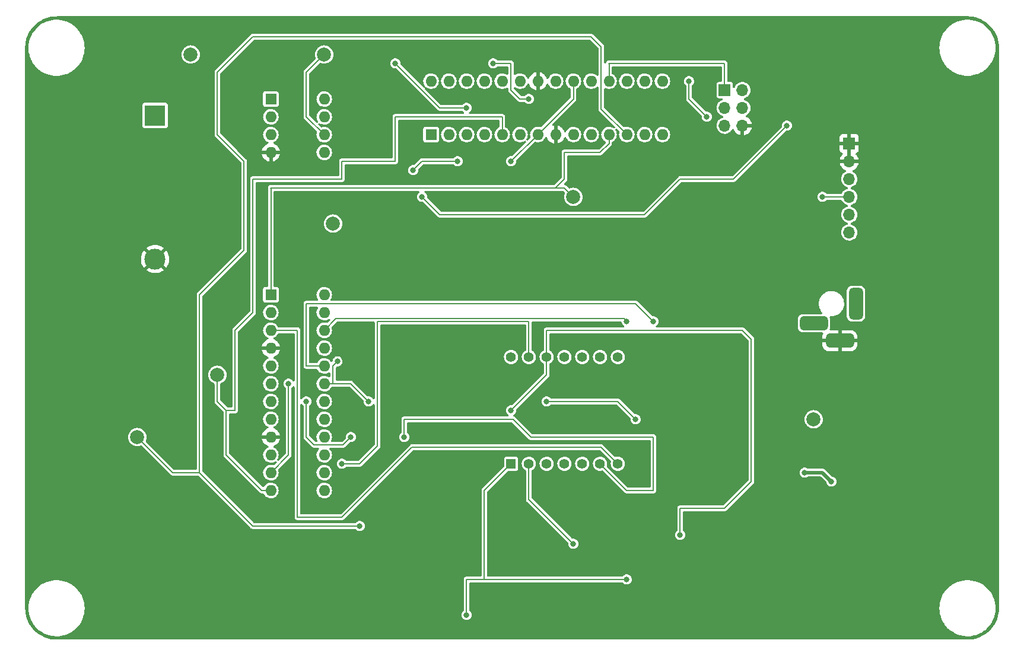
<source format=gbr>
%TF.GenerationSoftware,KiCad,Pcbnew,6.0.6-3a73a75311~116~ubuntu20.04.1*%
%TF.CreationDate,2022-07-21T05:59:29-04:00*%
%TF.ProjectId,first_project,66697273-745f-4707-926f-6a6563742e6b,rev?*%
%TF.SameCoordinates,PX4c4b400PY8a48640*%
%TF.FileFunction,Copper,L2,Bot*%
%TF.FilePolarity,Positive*%
%FSLAX46Y46*%
G04 Gerber Fmt 4.6, Leading zero omitted, Abs format (unit mm)*
G04 Created by KiCad (PCBNEW 6.0.6-3a73a75311~116~ubuntu20.04.1) date 2022-07-21 05:59:29*
%MOMM*%
%LPD*%
G01*
G04 APERTURE LIST*
G04 Aperture macros list*
%AMRoundRect*
0 Rectangle with rounded corners*
0 $1 Rounding radius*
0 $2 $3 $4 $5 $6 $7 $8 $9 X,Y pos of 4 corners*
0 Add a 4 corners polygon primitive as box body*
4,1,4,$2,$3,$4,$5,$6,$7,$8,$9,$2,$3,0*
0 Add four circle primitives for the rounded corners*
1,1,$1+$1,$2,$3*
1,1,$1+$1,$4,$5*
1,1,$1+$1,$6,$7*
1,1,$1+$1,$8,$9*
0 Add four rect primitives between the rounded corners*
20,1,$1+$1,$2,$3,$4,$5,0*
20,1,$1+$1,$4,$5,$6,$7,0*
20,1,$1+$1,$6,$7,$8,$9,0*
20,1,$1+$1,$8,$9,$2,$3,0*%
G04 Aperture macros list end*
%TA.AperFunction,ComponentPad*%
%ADD10R,1.600000X1.600000*%
%TD*%
%TA.AperFunction,ComponentPad*%
%ADD11O,1.600000X1.600000*%
%TD*%
%TA.AperFunction,ComponentPad*%
%ADD12C,2.000000*%
%TD*%
%TA.AperFunction,ComponentPad*%
%ADD13O,1.700000X1.700000*%
%TD*%
%TA.AperFunction,ComponentPad*%
%ADD14R,1.700000X1.700000*%
%TD*%
%TA.AperFunction,ComponentPad*%
%ADD15R,3.000000X3.000000*%
%TD*%
%TA.AperFunction,ComponentPad*%
%ADD16C,3.000000*%
%TD*%
%TA.AperFunction,ComponentPad*%
%ADD17R,1.400000X1.400000*%
%TD*%
%TA.AperFunction,ComponentPad*%
%ADD18C,1.400000*%
%TD*%
%TA.AperFunction,ComponentPad*%
%ADD19RoundRect,0.500000X0.500000X-1.750000X0.500000X1.750000X-0.500000X1.750000X-0.500000X-1.750000X0*%
%TD*%
%TA.AperFunction,ComponentPad*%
%ADD20RoundRect,0.500000X1.500000X0.500000X-1.500000X0.500000X-1.500000X-0.500000X1.500000X-0.500000X0*%
%TD*%
%TA.AperFunction,ViaPad*%
%ADD21C,0.812800*%
%TD*%
%TA.AperFunction,Conductor*%
%ADD22C,0.203200*%
%TD*%
%TA.AperFunction,Conductor*%
%ADD23C,0.508000*%
%TD*%
G04 APERTURE END LIST*
D10*
%TO.P,U4,1,DIN*%
%TO.N,DISP_DATA*%
X35580000Y49755000D03*
D11*
%TO.P,U4,2,DIG_0*%
%TO.N,/DIG_0*%
X35580000Y47215000D03*
%TO.P,U4,3,DIG_4*%
%TO.N,/DIG_4*%
X35580000Y44675000D03*
%TO.P,U4,4,GND*%
%TO.N,GND*%
X35580000Y42135000D03*
%TO.P,U4,5,DIG_6*%
%TO.N,unconnected-(U4-Pad5)*%
X35580000Y39595000D03*
%TO.P,U4,6,DIG_2*%
%TO.N,/DIG_2*%
X35580000Y37055000D03*
%TO.P,U4,7,DIG_3*%
%TO.N,/DIG_3*%
X35580000Y34515000D03*
%TO.P,U4,8,DIG_7*%
%TO.N,unconnected-(U4-Pad8)*%
X35580000Y31975000D03*
%TO.P,U4,9,GND*%
%TO.N,GND*%
X35580000Y29435000D03*
%TO.P,U4,10,DIG_5*%
%TO.N,/DIG_5*%
X35580000Y26895000D03*
%TO.P,U4,11,DIG_1*%
%TO.N,/DIG_1*%
X35580000Y24355000D03*
%TO.P,U4,12,LOAD*%
%TO.N,DISP_LOAD*%
X35580000Y21815000D03*
%TO.P,U4,13,CLK*%
%TO.N,DISP_CLK*%
X43200000Y21815000D03*
%TO.P,U4,14,SEG_A*%
%TO.N,/SEG_A*%
X43200000Y24355000D03*
%TO.P,U4,15,SEG_F*%
%TO.N,/SEG_F*%
X43200000Y26895000D03*
%TO.P,U4,16,SEG_B*%
%TO.N,/SEG_B*%
X43200000Y29435000D03*
%TO.P,U4,17,SEG_G*%
%TO.N,/SEG_G*%
X43200000Y31975000D03*
%TO.P,U4,18,ISET*%
%TO.N,/ISET*%
X43200000Y34515000D03*
%TO.P,U4,19,V+*%
%TO.N,VCC*%
X43200000Y37055000D03*
%TO.P,U4,20,SEG_C*%
%TO.N,/SEG_C*%
X43200000Y39595000D03*
%TO.P,U4,21,SEG_E*%
%TO.N,/SEG_E*%
X43200000Y42135000D03*
%TO.P,U4,22,SEG_DP*%
%TO.N,/SEG_DP*%
X43200000Y44675000D03*
%TO.P,U4,23,SEG_D*%
%TO.N,/SEG_D*%
X43200000Y47215000D03*
%TO.P,U4,24,DOUT*%
%TO.N,unconnected-(U4-Pad24)*%
X43200000Y49755000D03*
%TD*%
D12*
%TO.P,TP2,1,1*%
%TO.N,SDA_RTC*%
X44460000Y59910000D03*
%TD*%
%TO.P,TP6,1,1*%
%TO.N,DISP_DATA*%
X78750000Y63720000D03*
%TD*%
%TO.P,TP4,1,1*%
%TO.N,Net-(BT1-Pad1)*%
X24140000Y84040000D03*
%TD*%
D13*
%TO.P,J1,6,Pin_6*%
%TO.N,Net-(C6-Pad2)*%
X118120000Y58640000D03*
%TO.P,J1,5,Pin_5*%
%TO.N,Net-(J1-Pad5)*%
X118120000Y61180000D03*
%TO.P,J1,4,Pin_4*%
%TO.N,Net-(J1-Pad4)*%
X118120000Y63720000D03*
%TO.P,J1,3,Pin_3*%
%TO.N,unconnected-(J1-Pad3)*%
X118120000Y66260000D03*
%TO.P,J1,2,Pin_2*%
%TO.N,GND*%
X118120000Y68800000D03*
D14*
%TO.P,J1,1,Pin_1*%
X118120000Y71340000D03*
%TD*%
D10*
%TO.P,U3,1,X1*%
%TO.N,Net-(U3-Pad1)*%
X35580000Y77680000D03*
D11*
%TO.P,U3,2,X2*%
%TO.N,Net-(U3-Pad2)*%
X35580000Y75140000D03*
%TO.P,U3,3,VBAT*%
%TO.N,Net-(BT1-Pad1)*%
X35580000Y72600000D03*
%TO.P,U3,4,GND*%
%TO.N,GND*%
X35580000Y70060000D03*
%TO.P,U3,5,SDA*%
%TO.N,SDA_RTC*%
X43200000Y70060000D03*
%TO.P,U3,6,SCL*%
%TO.N,SCL_RTC*%
X43200000Y72600000D03*
%TO.P,U3,7,SQW/OUT*%
%TO.N,unconnected-(U3-Pad7)*%
X43200000Y75140000D03*
%TO.P,U3,8,VCC*%
%TO.N,VCC*%
X43200000Y77680000D03*
%TD*%
D12*
%TO.P,TP7,1,1*%
%TO.N,DISP_CLK*%
X16520000Y29430000D03*
%TD*%
%TO.P,TP1,1,1*%
%TO.N,VCC*%
X113040000Y31970000D03*
%TD*%
D15*
%TO.P,BT1,1,+*%
%TO.N,Net-(BT1-Pad1)*%
X19059984Y75333686D03*
D16*
%TO.P,BT1,2,-*%
%TO.N,GND*%
X19059984Y54843686D03*
%TD*%
D12*
%TO.P,TP3,1,1*%
%TO.N,SCL_RTC*%
X43190000Y84040000D03*
%TD*%
%TO.P,TP5,1,1*%
%TO.N,DISP_LOAD*%
X27950000Y38320000D03*
%TD*%
D17*
%TO.P,DS1,1,E*%
%TO.N,/SEG_E*%
X69860000Y25620000D03*
D18*
%TO.P,DS1,2,D*%
%TO.N,/SEG_D*%
X72400000Y25620000D03*
%TO.P,DS1,3,DP*%
%TO.N,/SEG_DP*%
X74940000Y25620000D03*
%TO.P,DS1,4,C*%
%TO.N,/SEG_C*%
X77480000Y25620000D03*
%TO.P,DS1,5,G*%
%TO.N,/SEG_G*%
X80020000Y25620000D03*
%TO.P,DS1,6,COM_DIG.4*%
%TO.N,/DIG_3*%
X82560000Y25620000D03*
%TO.P,DS1,7,COM_COLON*%
%TO.N,/DIG_4*%
X85100000Y25620000D03*
%TO.P,DS1,8,COLON*%
%TO.N,/SEG_DP*%
X85100000Y40860000D03*
%TO.P,DS1,9,B*%
%TO.N,/SEG_B*%
X82560000Y40860000D03*
%TO.P,DS1,10,COM_DIG.3*%
%TO.N,/DIG_2*%
X80020000Y40860000D03*
%TO.P,DS1,11,COM_DIG.2*%
%TO.N,/DIG_1*%
X77480000Y40860000D03*
%TO.P,DS1,12,F*%
%TO.N,/SEG_F*%
X74940000Y40860000D03*
%TO.P,DS1,13,A*%
%TO.N,/SEG_A*%
X72400000Y40860000D03*
%TO.P,DS1,14,COM_DIG.1*%
%TO.N,/DIG_0*%
X69860000Y40860000D03*
%TD*%
D14*
%TO.P,J3,1,Pin_1*%
%TO.N,MISO*%
X100340000Y78960000D03*
D13*
%TO.P,J3,2,Pin_2*%
%TO.N,VCC*%
X102880000Y78960000D03*
%TO.P,J3,3,Pin_3*%
%TO.N,LED_SCK*%
X100340000Y76420000D03*
%TO.P,J3,4,Pin_4*%
%TO.N,MOSI*%
X102880000Y76420000D03*
%TO.P,J3,5,Pin_5*%
%TO.N,RESET*%
X100340000Y73880000D03*
%TO.P,J3,6,Pin_6*%
%TO.N,GND*%
X102880000Y73880000D03*
%TD*%
D10*
%TO.P,U1,1,~{RESET}/PC6*%
%TO.N,RESET*%
X58440000Y72620000D03*
D11*
%TO.P,U1,2,RXD/PD0*%
%TO.N,RXD*%
X60980000Y72620000D03*
%TO.P,U1,3,TXD/PD1*%
%TO.N,TXD*%
X63520000Y72620000D03*
%TO.P,U1,4,INT0/PD2*%
%TO.N,BTN_SETOPT*%
X66060000Y72620000D03*
%TO.P,U1,5,INT1/PD3*%
%TO.N,DISP_LOAD*%
X68600000Y72620000D03*
%TO.P,U1,6,PD4*%
%TO.N,BTN_HOUR*%
X71140000Y72620000D03*
%TO.P,U1,7,VCC*%
%TO.N,Net-(C7-Pad2)*%
X73680000Y72620000D03*
%TO.P,U1,8,GND*%
%TO.N,GND*%
X76220000Y72620000D03*
%TO.P,U1,9,XTAL1/PB6*%
%TO.N,/XTAL1*%
X78760000Y72620000D03*
%TO.P,U1,10,XTAL2/PB7*%
%TO.N,/XTAL2*%
X81300000Y72620000D03*
%TO.P,U1,11,OC0B/PD5*%
%TO.N,DISP_DATA*%
X83840000Y72620000D03*
%TO.P,U1,12,OC0A/PD6*%
%TO.N,DISP_CLK*%
X86380000Y72620000D03*
%TO.P,U1,13,PD7*%
%TO.N,BTN_MIN*%
X88920000Y72620000D03*
%TO.P,U1,14,PB0*%
%TO.N,BTN_DAY*%
X91460000Y72620000D03*
%TO.P,U1,15,OC1A/PB1*%
%TO.N,unconnected-(U1-Pad15)*%
X91460000Y80240000D03*
%TO.P,U1,16,OC1B/PB2*%
%TO.N,unconnected-(U1-Pad16)*%
X88920000Y80240000D03*
%TO.P,U1,17,MOSI/PB3*%
%TO.N,MOSI*%
X86380000Y80240000D03*
%TO.P,U1,18,MISO/PB4*%
%TO.N,MISO*%
X83840000Y80240000D03*
%TO.P,U1,19,SCK/PB5*%
%TO.N,LED_SCK*%
X81300000Y80240000D03*
%TO.P,U1,20,AVCC*%
%TO.N,Net-(C7-Pad2)*%
X78760000Y80240000D03*
%TO.P,U1,21,AREF*%
%TO.N,Net-(C2-Pad1)*%
X76220000Y80240000D03*
%TO.P,U1,22,GND*%
%TO.N,GND*%
X73680000Y80240000D03*
%TO.P,U1,23,ADC0/PC0*%
%TO.N,unconnected-(U1-Pad23)*%
X71140000Y80240000D03*
%TO.P,U1,24,ADC1/PC1*%
%TO.N,unconnected-(U1-Pad24)*%
X68600000Y80240000D03*
%TO.P,U1,25,ADC2/PC2*%
%TO.N,unconnected-(U1-Pad25)*%
X66060000Y80240000D03*
%TO.P,U1,26,ADC3/PC3*%
%TO.N,SDA_RTC*%
X63520000Y80240000D03*
%TO.P,U1,27,SDA/PC4*%
%TO.N,SCL_RTC*%
X60980000Y80240000D03*
%TO.P,U1,28,SCL/PC5*%
%TO.N,unconnected-(U1-Pad28)*%
X58440000Y80240000D03*
%TD*%
D19*
%TO.P,J2,1,POLE*%
%TO.N,Net-(C1-Pad1)*%
X119080000Y48480000D03*
D20*
%TO.P,J2,2,OUT*%
%TO.N,GND*%
X116780000Y43180000D03*
%TO.P,J2,3,OUT*%
%TO.N,unconnected-(J2-Pad3)*%
X113080000Y45680000D03*
%TD*%
D21*
%TO.N,VCC*%
X45095000Y40225000D03*
X55890000Y67530000D03*
X62240000Y68800000D03*
X53350000Y82770000D03*
X63510000Y76420000D03*
%TO.N,GND*%
X49540000Y37050000D03*
X49540000Y39590000D03*
X123200000Y68800000D03*
%TO.N,VCC*%
X115580000Y23080000D03*
X111770000Y24350000D03*
X49540000Y34510000D03*
%TO.N,RESET*%
X97800000Y75150000D03*
X95260000Y80230000D03*
%TO.N,Net-(C7-Pad2)*%
X69860000Y68800000D03*
%TO.N,/SEG_A*%
X45730000Y25620000D03*
%TO.N,/SEG_C*%
X90180000Y45940000D03*
%TO.N,/SEG_D*%
X78750000Y14190000D03*
%TO.N,/SEG_E*%
X86370000Y9110000D03*
X63510000Y4030000D03*
%TO.N,/SEG_F*%
X93990000Y15460000D03*
X69860000Y33240000D03*
%TO.N,/SEG_G*%
X74940000Y34510000D03*
X87640000Y31970000D03*
%TO.N,/SEG_DP*%
X86370000Y45940000D03*
%TO.N,/DIG_3*%
X54620000Y29430000D03*
X40650000Y34510000D03*
X47000000Y29430000D03*
%TO.N,/DIG_1*%
X38110000Y37050000D03*
%TO.N,Net-(J1-Pad4)*%
X114310000Y63720000D03*
%TO.N,LED_SCK*%
X67320000Y82770000D03*
X72400000Y77690000D03*
%TO.N,RXD*%
X109230000Y73880000D03*
X57160000Y63720000D03*
%TO.N,DISP_CLK*%
X48270000Y16730000D03*
%TD*%
D22*
%TO.N,VCC*%
X46995000Y37055000D02*
X44465000Y37055000D01*
X44465000Y37055000D02*
X43200000Y37055000D01*
X45095000Y40225000D02*
X44465000Y39595000D01*
X44465000Y39595000D02*
X44465000Y37055000D01*
X57160000Y68800000D02*
X55890000Y67530000D01*
X62240000Y68800000D02*
X57160000Y68800000D01*
X59700000Y76420000D02*
X63510000Y76420000D01*
X53350000Y82770000D02*
X59700000Y76420000D01*
%TO.N,GND*%
X118120000Y68800000D02*
X123200000Y68800000D01*
X49540000Y39590000D02*
X49540000Y37050000D01*
D23*
%TO.N,VCC*%
X114310000Y24350000D02*
X115580000Y23080000D01*
D22*
X49540000Y34510000D02*
X46995000Y37055000D01*
D23*
X111770000Y24350000D02*
X114310000Y24350000D01*
D22*
%TO.N,RESET*%
X97800000Y75150000D02*
X95260000Y77690000D01*
X95260000Y77690000D02*
X95260000Y80230000D01*
%TO.N,Net-(C7-Pad2)*%
X73680000Y72620000D02*
X69860000Y68800000D01*
X78760000Y77700000D02*
X73680000Y72620000D01*
X78760000Y80240000D02*
X78760000Y77700000D01*
%TO.N,/SEG_A*%
X50810000Y45940000D02*
X50810000Y28160000D01*
X48270000Y25620000D02*
X45730000Y25620000D01*
X72400000Y45940000D02*
X50810000Y45940000D01*
X72400000Y40860000D02*
X72400000Y45940000D01*
X50810000Y28160000D02*
X48270000Y25620000D01*
%TO.N,/SEG_C*%
X40650000Y39590000D02*
X40650000Y48480000D01*
X43200000Y39595000D02*
X40655000Y39595000D01*
X40655000Y39595000D02*
X40650000Y39590000D01*
X87640000Y48480000D02*
X90180000Y45940000D01*
X40650000Y48480000D02*
X87640000Y48480000D01*
%TO.N,/SEG_D*%
X72400000Y25620000D02*
X72400000Y20540000D01*
X72400000Y20540000D02*
X78750000Y14190000D01*
%TO.N,/SEG_E*%
X69860000Y25620000D02*
X66050000Y21810000D01*
X86370000Y9110000D02*
X66050000Y9110000D01*
X66050000Y21810000D02*
X66050000Y9110000D01*
X63510000Y9110000D02*
X66050000Y9110000D01*
X63510000Y4030000D02*
X63510000Y9110000D01*
%TO.N,/SEG_F*%
X104150000Y43400000D02*
X102880000Y44670000D01*
X74940000Y44670000D02*
X74940000Y40860000D01*
X104150000Y23080000D02*
X104150000Y43400000D01*
X93990000Y19270000D02*
X93990000Y15460000D01*
X102880000Y44670000D02*
X74940000Y44670000D01*
X69860000Y33240000D02*
X74940000Y38320000D01*
X93990000Y19270000D02*
X100340000Y19270000D01*
X100340000Y19270000D02*
X104150000Y23080000D01*
X74940000Y38320000D02*
X74940000Y40860000D01*
%TO.N,/SEG_G*%
X74940000Y34510000D02*
X85100000Y34510000D01*
X85100000Y34510000D02*
X87640000Y31970000D01*
%TO.N,/SEG_DP*%
X43200000Y44675000D02*
X44871400Y46346400D01*
X44871400Y46346400D02*
X85963600Y46346400D01*
X85963600Y46346400D02*
X86370000Y45940000D01*
%TO.N,/DIG_3*%
X47000000Y29430000D02*
X45900200Y28330200D01*
X72664211Y29430000D02*
X90180000Y29430000D01*
X90180000Y21810000D02*
X86370000Y21810000D01*
X45900200Y28330200D02*
X41749800Y28330200D01*
X54620000Y31970000D02*
X70124211Y31970000D01*
X40650000Y29430000D02*
X40650000Y34510000D01*
X70124211Y31970000D02*
X72664211Y29430000D01*
X90180000Y29430000D02*
X90180000Y21810000D01*
X41749800Y28330200D02*
X40650000Y29430000D01*
X86370000Y21810000D02*
X82560000Y25620000D01*
X54620000Y29430000D02*
X54620000Y31970000D01*
%TO.N,/DIG_4*%
X39380000Y18000000D02*
X39380000Y44670000D01*
X39380000Y44670000D02*
X39375000Y44675000D01*
X39375000Y44675000D02*
X35580000Y44675000D01*
X85100000Y25620000D02*
X82728336Y27991664D01*
X82728336Y27991664D02*
X55721664Y27991664D01*
X55721664Y27991664D02*
X45730000Y18000000D01*
X45730000Y18000000D02*
X39380000Y18000000D01*
%TO.N,/DIG_1*%
X38110000Y26885000D02*
X35580000Y24355000D01*
X38110000Y37050000D02*
X38110000Y26885000D01*
%TO.N,Net-(J1-Pad4)*%
X118120000Y63720000D02*
X114310000Y63720000D01*
%TO.N,MISO*%
X83840000Y80240000D02*
X83840000Y82760000D01*
X83840000Y82760000D02*
X83830000Y82770000D01*
X83830000Y82770000D02*
X100340000Y82770000D01*
X100340000Y82770000D02*
X100340000Y78960000D01*
%TO.N,LED_SCK*%
X71130000Y77690000D02*
X72400000Y77690000D01*
X69860000Y82770000D02*
X69860000Y78960000D01*
X67320000Y82770000D02*
X69860000Y82770000D01*
X69860000Y78960000D02*
X71130000Y77690000D01*
%TO.N,RXD*%
X93990000Y66260000D02*
X101610000Y66260000D01*
X93990000Y66260000D02*
X88910000Y61180000D01*
X88910000Y61180000D02*
X59700000Y61180000D01*
X59700000Y61180000D02*
X57160000Y63720000D01*
X109230000Y73880000D02*
X101610000Y66260000D01*
%TO.N,DISP_LOAD*%
X68590000Y75150000D02*
X53350000Y75150000D01*
X29220000Y33240000D02*
X29220000Y26890000D01*
X68600000Y75140000D02*
X68590000Y75150000D01*
X27950000Y38320000D02*
X27950000Y34510000D01*
X30490000Y33240000D02*
X29220000Y33240000D01*
X53350000Y75150000D02*
X53350000Y68800000D01*
X45730000Y68800000D02*
X45730000Y66260000D01*
X33030000Y66260000D02*
X33030000Y47210000D01*
X29225000Y26895000D02*
X34305000Y21815000D01*
X30490000Y44670000D02*
X30490000Y33240000D01*
X53350000Y68800000D02*
X45730000Y68800000D01*
X45730000Y66260000D02*
X33030000Y66260000D01*
X34305000Y21815000D02*
X35580000Y21815000D01*
X29220000Y26890000D02*
X29225000Y26895000D01*
X68600000Y72620000D02*
X68600000Y75140000D01*
X30490000Y44670000D02*
X33030000Y47210000D01*
X27950000Y34510000D02*
X29220000Y33240000D01*
%TO.N,DISP_DATA*%
X77480000Y70070000D02*
X77480000Y66260000D01*
X83840000Y72620000D02*
X83840000Y71350000D01*
X78750000Y63720000D02*
X77480000Y64990000D01*
X35570000Y64990000D02*
X35580000Y64980000D01*
X77480000Y64990000D02*
X76210000Y64990000D01*
X77480000Y66260000D02*
X76210000Y64990000D01*
X76210000Y64990000D02*
X35570000Y64990000D01*
X35580000Y64980000D02*
X35580000Y49755000D01*
X82560000Y70070000D02*
X77480000Y70070000D01*
X83840000Y71350000D02*
X82560000Y70070000D01*
%TO.N,DISP_CLK*%
X31760000Y68800000D02*
X31760000Y56100000D01*
X33030000Y86580000D02*
X27950000Y81500000D01*
X25410000Y24350000D02*
X33030000Y16730000D01*
X81290000Y86580000D02*
X33030000Y86580000D01*
X25410000Y49750000D02*
X25410000Y24350000D01*
X86380000Y72620000D02*
X82735200Y76264800D01*
X33030000Y16730000D02*
X48270000Y16730000D01*
X27950000Y81500000D02*
X27950000Y72610000D01*
X27950000Y72610000D02*
X31760000Y68800000D01*
X82735200Y76264800D02*
X82735200Y85134800D01*
X21600000Y24350000D02*
X25410000Y24350000D01*
X16520000Y29430000D02*
X21600000Y24350000D01*
X25410000Y49750000D02*
X31760000Y56100000D01*
X82735200Y85134800D02*
X81290000Y86580000D01*
%TO.N,SCL_RTC*%
X43190000Y84040000D02*
X40650000Y81500000D01*
X40650000Y75150000D02*
X43200000Y72600000D01*
X40650000Y81500000D02*
X40650000Y75150000D01*
%TD*%
%TA.AperFunction,Conductor*%
%TO.N,GND*%
G36*
X134971964Y89489697D02*
G01*
X134983061Y89487969D01*
X134983063Y89487969D01*
X134993724Y89486309D01*
X135004423Y89487708D01*
X135004424Y89487708D01*
X135011989Y89488697D01*
X135038222Y89489831D01*
X135384855Y89474696D01*
X135398012Y89473545D01*
X135773391Y89424126D01*
X135786399Y89421832D01*
X136156027Y89339888D01*
X136168785Y89336470D01*
X136529887Y89222614D01*
X136542298Y89218096D01*
X136892081Y89073211D01*
X136904042Y89067635D01*
X137239906Y88892795D01*
X137251327Y88886200D01*
X137570640Y88682775D01*
X137581459Y88675200D01*
X137881830Y88444718D01*
X137891948Y88436228D01*
X138171096Y88180436D01*
X138180436Y88171096D01*
X138436228Y87891948D01*
X138444718Y87881830D01*
X138675200Y87581459D01*
X138682775Y87570640D01*
X138886200Y87251327D01*
X138892795Y87239906D01*
X139067635Y86904042D01*
X139073211Y86892081D01*
X139218096Y86542298D01*
X139222614Y86529887D01*
X139324320Y86207321D01*
X139336470Y86168785D01*
X139339888Y86156027D01*
X139421832Y85786399D01*
X139424126Y85773391D01*
X139473545Y85398012D01*
X139474696Y85384855D01*
X139477448Y85321832D01*
X139484216Y85166836D01*
X139489493Y85045971D01*
X139487993Y85018930D01*
X139487969Y85016935D01*
X139486309Y85006276D01*
X139490024Y84977863D01*
X139490222Y84976352D01*
X139491500Y84956721D01*
X139491500Y5051329D01*
X139489697Y5028036D01*
X139489355Y5025836D01*
X139486309Y5006276D01*
X139487708Y4995577D01*
X139487708Y4995576D01*
X139488697Y4988011D01*
X139489831Y4961778D01*
X139474696Y4615145D01*
X139473545Y4601988D01*
X139424126Y4226609D01*
X139421832Y4213601D01*
X139376714Y4010086D01*
X139346847Y3875361D01*
X139339888Y3843973D01*
X139336470Y3831215D01*
X139222614Y3470113D01*
X139218096Y3457702D01*
X139073211Y3107919D01*
X139067635Y3095958D01*
X138892795Y2760094D01*
X138886200Y2748673D01*
X138682775Y2429360D01*
X138675200Y2418541D01*
X138444718Y2118170D01*
X138436228Y2108052D01*
X138180436Y1828904D01*
X138171096Y1819564D01*
X137891948Y1563772D01*
X137881830Y1555282D01*
X137581459Y1324800D01*
X137570640Y1317225D01*
X137251327Y1113800D01*
X137239906Y1107205D01*
X136904042Y932365D01*
X136892081Y926789D01*
X136542298Y781904D01*
X136529887Y777386D01*
X136168785Y663530D01*
X136156027Y660112D01*
X135786399Y578168D01*
X135773391Y575874D01*
X135398012Y526455D01*
X135384855Y525304D01*
X135200650Y517261D01*
X135045968Y510507D01*
X135018930Y512007D01*
X135016935Y512031D01*
X135006276Y513691D01*
X134977863Y509976D01*
X134976352Y509778D01*
X134956721Y508500D01*
X5051329Y508500D01*
X5028036Y510303D01*
X5016939Y512031D01*
X5016937Y512031D01*
X5006276Y513691D01*
X4995577Y512292D01*
X4995576Y512292D01*
X4988011Y511303D01*
X4961778Y510169D01*
X4615145Y525304D01*
X4601988Y526455D01*
X4226609Y575874D01*
X4213601Y578168D01*
X3843973Y660112D01*
X3831215Y663530D01*
X3470113Y777386D01*
X3457702Y781904D01*
X3107919Y926789D01*
X3095958Y932365D01*
X2760094Y1107205D01*
X2748673Y1113800D01*
X2429360Y1317225D01*
X2418541Y1324800D01*
X2118170Y1555282D01*
X2108052Y1563772D01*
X1828904Y1819564D01*
X1819564Y1828904D01*
X1563772Y2108052D01*
X1555282Y2118170D01*
X1324800Y2418541D01*
X1317225Y2429360D01*
X1113800Y2748673D01*
X1107205Y2760094D01*
X932365Y3095958D01*
X926789Y3107919D01*
X781904Y3457702D01*
X777386Y3470113D01*
X663530Y3831215D01*
X660112Y3843973D01*
X653154Y3875361D01*
X623286Y4010086D01*
X578168Y4213601D01*
X575874Y4226609D01*
X526455Y4601988D01*
X525304Y4615145D01*
X510678Y4950115D01*
X512263Y4975835D01*
X512083Y4975851D01*
X512606Y4981680D01*
X513576Y4987448D01*
X513729Y5000000D01*
X511727Y5013981D01*
X994883Y5013981D01*
X1013974Y4609167D01*
X1014538Y4605393D01*
X1014539Y4605383D01*
X1052167Y4353612D01*
X1073876Y4208354D01*
X1074821Y4204645D01*
X1074823Y4204637D01*
X1166755Y3843973D01*
X1173975Y3815648D01*
X1175293Y3812047D01*
X1311933Y3438659D01*
X1311937Y3438650D01*
X1313248Y3435067D01*
X1314917Y3431631D01*
X1314919Y3431625D01*
X1352894Y3353419D01*
X1490268Y3070509D01*
X1703223Y2725706D01*
X1705553Y2722670D01*
X1705554Y2722668D01*
X1729618Y2691307D01*
X1949932Y2404188D01*
X1952556Y2401403D01*
X1952559Y2401400D01*
X2088900Y2256719D01*
X2227869Y2109249D01*
X2534189Y1843906D01*
X2865755Y1610877D01*
X3219173Y1412548D01*
X3590825Y1250950D01*
X3976904Y1127736D01*
X4373458Y1044169D01*
X4377256Y1043763D01*
X4377263Y1043762D01*
X4657598Y1013803D01*
X4776427Y1001104D01*
X5000173Y999932D01*
X5177857Y999002D01*
X5177858Y999002D01*
X5181685Y998982D01*
X5321355Y1012431D01*
X5581262Y1037457D01*
X5581264Y1037457D01*
X5585083Y1037825D01*
X5588839Y1038576D01*
X5588849Y1038577D01*
X5978739Y1116485D01*
X5978744Y1116486D01*
X5982491Y1117235D01*
X6175919Y1176741D01*
X6366170Y1235270D01*
X6366175Y1235272D01*
X6369839Y1236399D01*
X6743162Y1394096D01*
X6746516Y1395932D01*
X7095284Y1586878D01*
X7095288Y1586881D01*
X7098637Y1588714D01*
X7134095Y1613083D01*
X7429467Y1816086D01*
X7432626Y1818257D01*
X7435547Y1820734D01*
X7435552Y1820738D01*
X7738788Y2077902D01*
X7741708Y2080378D01*
X8022718Y2372391D01*
X8272781Y2691307D01*
X8332244Y2785369D01*
X8487284Y3030617D01*
X8487290Y3030628D01*
X8489334Y3033861D01*
X8520290Y3095948D01*
X8668448Y3393108D01*
X8668449Y3393110D01*
X8670162Y3396546D01*
X8813412Y3775647D01*
X8883088Y4037508D01*
X62793112Y4037508D01*
X62812015Y3866289D01*
X62871213Y3704522D01*
X62876303Y3696948D01*
X62962197Y3569123D01*
X62962200Y3569119D01*
X62967290Y3561545D01*
X63094698Y3445613D01*
X63102718Y3441259D01*
X63102720Y3441257D01*
X63185068Y3396546D01*
X63246082Y3363418D01*
X63254908Y3361102D01*
X63254912Y3361101D01*
X63403873Y3322022D01*
X63403875Y3322022D01*
X63412702Y3319706D01*
X63494468Y3318421D01*
X63575809Y3317143D01*
X63575813Y3317143D01*
X63584939Y3317000D01*
X63752850Y3355457D01*
X63761005Y3359559D01*
X63761009Y3359560D01*
X63898587Y3428755D01*
X63906741Y3432856D01*
X63913678Y3438780D01*
X63913680Y3438782D01*
X63972235Y3488793D01*
X64037728Y3544729D01*
X64049812Y3561545D01*
X64132924Y3677209D01*
X64138248Y3684618D01*
X64149695Y3713092D01*
X64199096Y3835983D01*
X64199096Y3835984D01*
X64202498Y3844446D01*
X64226770Y4014986D01*
X64226927Y4030000D01*
X64206232Y4201011D01*
X64199035Y4220059D01*
X64148569Y4353612D01*
X64148569Y4353613D01*
X64145343Y4362149D01*
X64047775Y4504112D01*
X63980946Y4563655D01*
X63967584Y4575560D01*
X63924557Y4641063D01*
X63916900Y4688601D01*
X63916900Y5013981D01*
X130994883Y5013981D01*
X131013974Y4609167D01*
X131014538Y4605393D01*
X131014539Y4605383D01*
X131052167Y4353612D01*
X131073876Y4208354D01*
X131074821Y4204645D01*
X131074823Y4204637D01*
X131166755Y3843973D01*
X131173975Y3815648D01*
X131175293Y3812047D01*
X131311933Y3438659D01*
X131311937Y3438650D01*
X131313248Y3435067D01*
X131314917Y3431631D01*
X131314919Y3431625D01*
X131352894Y3353419D01*
X131490268Y3070509D01*
X131703223Y2725706D01*
X131705553Y2722670D01*
X131705554Y2722668D01*
X131729618Y2691307D01*
X131949932Y2404188D01*
X131952556Y2401403D01*
X131952559Y2401400D01*
X132088900Y2256719D01*
X132227869Y2109249D01*
X132534189Y1843906D01*
X132865755Y1610877D01*
X133219173Y1412548D01*
X133590825Y1250950D01*
X133976904Y1127736D01*
X134373458Y1044169D01*
X134377256Y1043763D01*
X134377263Y1043762D01*
X134657598Y1013803D01*
X134776427Y1001104D01*
X135000173Y999932D01*
X135177857Y999002D01*
X135177858Y999002D01*
X135181685Y998982D01*
X135321355Y1012431D01*
X135581262Y1037457D01*
X135581264Y1037457D01*
X135585083Y1037825D01*
X135588839Y1038576D01*
X135588849Y1038577D01*
X135978739Y1116485D01*
X135978744Y1116486D01*
X135982491Y1117235D01*
X136175919Y1176741D01*
X136366170Y1235270D01*
X136366175Y1235272D01*
X136369839Y1236399D01*
X136743162Y1394096D01*
X136746516Y1395932D01*
X137095284Y1586878D01*
X137095288Y1586881D01*
X137098637Y1588714D01*
X137134095Y1613083D01*
X137429467Y1816086D01*
X137432626Y1818257D01*
X137435547Y1820734D01*
X137435552Y1820738D01*
X137738788Y2077902D01*
X137741708Y2080378D01*
X138022718Y2372391D01*
X138272781Y2691307D01*
X138332244Y2785369D01*
X138487284Y3030617D01*
X138487290Y3030628D01*
X138489334Y3033861D01*
X138520290Y3095948D01*
X138668448Y3393108D01*
X138668449Y3393110D01*
X138670162Y3396546D01*
X138813412Y3775647D01*
X138917619Y4167284D01*
X138918227Y4171078D01*
X138981108Y4563655D01*
X138981109Y4563662D01*
X138981715Y4567447D01*
X138983903Y4605383D01*
X139004926Y4970010D01*
X139005043Y4972039D01*
X139005121Y4994154D01*
X139005134Y4997948D01*
X139005134Y4997955D01*
X139005141Y5000000D01*
X138984638Y5404745D01*
X138923337Y5805345D01*
X138821867Y6197701D01*
X138681267Y6577793D01*
X138502975Y6941731D01*
X138393941Y7116900D01*
X138290839Y7282542D01*
X138290834Y7282549D01*
X138288818Y7285788D01*
X138279956Y7297255D01*
X138043333Y7603409D01*
X138040989Y7606442D01*
X137762024Y7900410D01*
X137454779Y8164682D01*
X137122401Y8396552D01*
X136768293Y8593646D01*
X136758323Y8597940D01*
X136623898Y8655832D01*
X136396080Y8753947D01*
X136392431Y8755098D01*
X136392427Y8755099D01*
X136013234Y8874658D01*
X136013228Y8874659D01*
X136009573Y8875812D01*
X136005819Y8876589D01*
X136005809Y8876592D01*
X135616484Y8957217D01*
X135616476Y8957218D01*
X135612730Y8957994D01*
X135608925Y8958387D01*
X135608920Y8958388D01*
X135213416Y8999259D01*
X135209613Y8999652D01*
X135205799Y8999659D01*
X135205792Y8999659D01*
X135001109Y9000016D01*
X134804350Y9000359D01*
X134800535Y8999978D01*
X134800531Y8999978D01*
X134645612Y8984515D01*
X134401090Y8960109D01*
X134370233Y8953831D01*
X134007715Y8880076D01*
X134007707Y8880074D01*
X134003962Y8879312D01*
X133617032Y8758797D01*
X133244262Y8599797D01*
X133240898Y8597940D01*
X132892826Y8405794D01*
X132892822Y8405791D01*
X132889468Y8403940D01*
X132556283Y8173232D01*
X132248118Y7910034D01*
X131968128Y7617042D01*
X131719181Y7297255D01*
X131503824Y6953947D01*
X131502127Y6950513D01*
X131502124Y6950508D01*
X131497786Y6941731D01*
X131324263Y6590633D01*
X131322921Y6587043D01*
X131322919Y6587039D01*
X131183681Y6214629D01*
X131182337Y6211034D01*
X131079498Y5819036D01*
X131016800Y5418651D01*
X131016592Y5414820D01*
X131016592Y5414815D01*
X131009170Y5277770D01*
X130994883Y5013981D01*
X63916900Y5013981D01*
X63916900Y8551700D01*
X63937184Y8627400D01*
X63992600Y8682816D01*
X64068300Y8703100D01*
X66006061Y8703100D01*
X66029745Y8701236D01*
X66050000Y8698028D01*
X66061769Y8699892D01*
X66070255Y8701236D01*
X66093939Y8703100D01*
X85706290Y8703100D01*
X85781990Y8682816D01*
X85820900Y8650627D01*
X85822197Y8649125D01*
X85827290Y8641545D01*
X85834042Y8635401D01*
X85834043Y8635400D01*
X85873171Y8599797D01*
X85954698Y8525613D01*
X85962718Y8521259D01*
X85962720Y8521257D01*
X86098061Y8447773D01*
X86106082Y8443418D01*
X86114908Y8441102D01*
X86114912Y8441101D01*
X86263873Y8402022D01*
X86263875Y8402022D01*
X86272702Y8399706D01*
X86354468Y8398421D01*
X86435809Y8397143D01*
X86435813Y8397143D01*
X86444939Y8397000D01*
X86612850Y8435457D01*
X86621005Y8439559D01*
X86621009Y8439560D01*
X86758587Y8508755D01*
X86766741Y8512856D01*
X86773678Y8518780D01*
X86773680Y8518782D01*
X86832235Y8568793D01*
X86897728Y8624729D01*
X86909812Y8641545D01*
X86954043Y8703100D01*
X86998248Y8764618D01*
X87042484Y8874658D01*
X87059096Y8915983D01*
X87059096Y8915984D01*
X87062498Y8924446D01*
X87073302Y9000359D01*
X87086073Y9090086D01*
X87086073Y9090092D01*
X87086770Y9094986D01*
X87086927Y9110000D01*
X87066232Y9281011D01*
X87039351Y9352151D01*
X87008569Y9433612D01*
X87008569Y9433613D01*
X87005343Y9442149D01*
X86907775Y9584112D01*
X86779160Y9698704D01*
X86626924Y9779309D01*
X86459855Y9821274D01*
X86450733Y9821322D01*
X86450731Y9821322D01*
X86368937Y9821750D01*
X86287598Y9822176D01*
X86120099Y9781963D01*
X85967027Y9702956D01*
X85947402Y9685836D01*
X85844096Y9595718D01*
X85844092Y9595714D01*
X85837219Y9589718D01*
X85831972Y9582252D01*
X85831263Y9581243D01*
X85830457Y9580569D01*
X85825864Y9575468D01*
X85825138Y9576122D01*
X85771140Y9530973D01*
X85707396Y9516900D01*
X66608300Y9516900D01*
X66532600Y9537184D01*
X66477184Y9592600D01*
X66456900Y9668300D01*
X66456900Y21578745D01*
X66477184Y21654445D01*
X66501244Y21685801D01*
X69385799Y24570356D01*
X69453670Y24609541D01*
X69492855Y24614700D01*
X70605358Y24614700D01*
X70617711Y24616170D01*
X70620699Y24616525D01*
X70620700Y24616525D01*
X70631978Y24617867D01*
X70680124Y24639253D01*
X70723144Y24658361D01*
X70723146Y24658363D01*
X70735919Y24664036D01*
X70753390Y24681537D01*
X70788377Y24716586D01*
X70816270Y24744528D01*
X70856538Y24835611D01*
X70857655Y24838137D01*
X70857655Y24838138D01*
X70862258Y24848549D01*
X70863630Y24860310D01*
X70864790Y24870270D01*
X70865300Y24874642D01*
X70865300Y25634104D01*
X71389934Y25634104D01*
X71406432Y25437646D01*
X71460773Y25248134D01*
X71550890Y25072786D01*
X71555483Y25066990D01*
X71555487Y25066985D01*
X71653425Y24943419D01*
X71673349Y24918281D01*
X71708379Y24888468D01*
X71817844Y24795306D01*
X71817848Y24795303D01*
X71823486Y24790505D01*
X71846933Y24777401D01*
X71915563Y24739044D01*
X71971747Y24684406D01*
X71993100Y24606884D01*
X71993100Y20475554D01*
X71996782Y20464222D01*
X71999437Y20456051D01*
X72004982Y20432955D01*
X72008191Y20412694D01*
X72013599Y20402080D01*
X72013601Y20402074D01*
X72017502Y20394418D01*
X72026591Y20372475D01*
X72029247Y20364302D01*
X72032930Y20352968D01*
X72039934Y20343329D01*
X72039935Y20343326D01*
X72044985Y20336375D01*
X72057399Y20316117D01*
X72061294Y20308472D01*
X72061299Y20308466D01*
X72066708Y20297849D01*
X77995899Y14368658D01*
X78035084Y14300787D01*
X78038948Y14241842D01*
X78034303Y14206561D01*
X78034303Y14206554D01*
X78033112Y14197508D01*
X78052015Y14026289D01*
X78111213Y13864522D01*
X78116303Y13856948D01*
X78202197Y13729123D01*
X78202200Y13729119D01*
X78207290Y13721545D01*
X78334698Y13605613D01*
X78342718Y13601259D01*
X78342720Y13601257D01*
X78478061Y13527773D01*
X78486082Y13523418D01*
X78494908Y13521102D01*
X78494912Y13521101D01*
X78643873Y13482022D01*
X78643875Y13482022D01*
X78652702Y13479706D01*
X78734468Y13478421D01*
X78815809Y13477143D01*
X78815813Y13477143D01*
X78824939Y13477000D01*
X78992850Y13515457D01*
X79001005Y13519559D01*
X79001009Y13519560D01*
X79138587Y13588755D01*
X79146741Y13592856D01*
X79153678Y13598780D01*
X79153680Y13598782D01*
X79212235Y13648793D01*
X79277728Y13704729D01*
X79289812Y13721545D01*
X79372924Y13837209D01*
X79378248Y13844618D01*
X79389695Y13873092D01*
X79439096Y13995983D01*
X79439096Y13995984D01*
X79442498Y14004446D01*
X79466770Y14174986D01*
X79466927Y14190000D01*
X79446232Y14361011D01*
X79385343Y14522149D01*
X79287775Y14664112D01*
X79159160Y14778704D01*
X79135747Y14791101D01*
X79014992Y14855037D01*
X79006924Y14859309D01*
X78839855Y14901274D01*
X78830733Y14901322D01*
X78830731Y14901322D01*
X78702043Y14901996D01*
X78675228Y14902136D01*
X78599636Y14922816D01*
X78568965Y14946478D01*
X72851244Y20664199D01*
X72812059Y20732070D01*
X72806900Y20771255D01*
X72806900Y24606072D01*
X72827184Y24681772D01*
X72882600Y24737188D01*
X72890039Y24741210D01*
X72934655Y24763747D01*
X72941273Y24767090D01*
X73025122Y24832600D01*
X73090794Y24883909D01*
X73090795Y24883910D01*
X73096629Y24888468D01*
X73225450Y25037709D01*
X73229106Y25044145D01*
X73229109Y25044149D01*
X73319172Y25202687D01*
X73319174Y25202692D01*
X73322831Y25209129D01*
X73331653Y25235650D01*
X73382724Y25389173D01*
X73382725Y25389178D01*
X73385061Y25396200D01*
X73409770Y25591795D01*
X73410164Y25620000D01*
X73408781Y25634104D01*
X73929934Y25634104D01*
X73946432Y25437646D01*
X74000773Y25248134D01*
X74090890Y25072786D01*
X74095483Y25066990D01*
X74095487Y25066985D01*
X74193425Y24943419D01*
X74213349Y24918281D01*
X74363486Y24790505D01*
X74535582Y24694323D01*
X74723082Y24633401D01*
X74730428Y24632525D01*
X74730433Y24632524D01*
X74875471Y24615230D01*
X74918845Y24610058D01*
X74926227Y24610626D01*
X74926229Y24610626D01*
X75017129Y24617621D01*
X75115413Y24625183D01*
X75305300Y24678200D01*
X75481273Y24767090D01*
X75494471Y24777401D01*
X75630794Y24883909D01*
X75630795Y24883910D01*
X75636629Y24888468D01*
X75765450Y25037709D01*
X75769106Y25044145D01*
X75769109Y25044149D01*
X75859172Y25202687D01*
X75859174Y25202692D01*
X75862831Y25209129D01*
X75871653Y25235650D01*
X75922724Y25389173D01*
X75922725Y25389178D01*
X75925061Y25396200D01*
X75949770Y25591795D01*
X75950164Y25620000D01*
X75948781Y25634104D01*
X76469934Y25634104D01*
X76486432Y25437646D01*
X76540773Y25248134D01*
X76630890Y25072786D01*
X76635483Y25066990D01*
X76635487Y25066985D01*
X76733425Y24943419D01*
X76753349Y24918281D01*
X76903486Y24790505D01*
X77075582Y24694323D01*
X77263082Y24633401D01*
X77270428Y24632525D01*
X77270433Y24632524D01*
X77415471Y24615230D01*
X77458845Y24610058D01*
X77466227Y24610626D01*
X77466229Y24610626D01*
X77557129Y24617621D01*
X77655413Y24625183D01*
X77845300Y24678200D01*
X78021273Y24767090D01*
X78034471Y24777401D01*
X78170794Y24883909D01*
X78170795Y24883910D01*
X78176629Y24888468D01*
X78305450Y25037709D01*
X78309106Y25044145D01*
X78309109Y25044149D01*
X78399172Y25202687D01*
X78399174Y25202692D01*
X78402831Y25209129D01*
X78411653Y25235650D01*
X78462724Y25389173D01*
X78462725Y25389178D01*
X78465061Y25396200D01*
X78489770Y25591795D01*
X78490164Y25620000D01*
X78488781Y25634104D01*
X79009934Y25634104D01*
X79026432Y25437646D01*
X79080773Y25248134D01*
X79170890Y25072786D01*
X79175483Y25066990D01*
X79175487Y25066985D01*
X79273425Y24943419D01*
X79293349Y24918281D01*
X79443486Y24790505D01*
X79615582Y24694323D01*
X79803082Y24633401D01*
X79810428Y24632525D01*
X79810433Y24632524D01*
X79955471Y24615230D01*
X79998845Y24610058D01*
X80006227Y24610626D01*
X80006229Y24610626D01*
X80097129Y24617621D01*
X80195413Y24625183D01*
X80385300Y24678200D01*
X80561273Y24767090D01*
X80574471Y24777401D01*
X80710794Y24883909D01*
X80710795Y24883910D01*
X80716629Y24888468D01*
X80845450Y25037709D01*
X80849106Y25044145D01*
X80849109Y25044149D01*
X80939172Y25202687D01*
X80939174Y25202692D01*
X80942831Y25209129D01*
X80951653Y25235650D01*
X81002724Y25389173D01*
X81002725Y25389178D01*
X81005061Y25396200D01*
X81029770Y25591795D01*
X81030164Y25620000D01*
X81028541Y25636557D01*
X81011649Y25808837D01*
X81011649Y25808839D01*
X81010926Y25816209D01*
X80961988Y25978298D01*
X80956085Y25997850D01*
X80956084Y25997852D01*
X80953943Y26004944D01*
X80950466Y26011484D01*
X80950464Y26011488D01*
X80864863Y26172479D01*
X80864862Y26172481D01*
X80861387Y26179016D01*
X80856709Y26184752D01*
X80741459Y26326063D01*
X80741457Y26326065D01*
X80736783Y26331796D01*
X80601747Y26443508D01*
X80590578Y26452748D01*
X80590576Y26452749D01*
X80584877Y26457464D01*
X80411454Y26551233D01*
X80223122Y26609532D01*
X80124226Y26619926D01*
X80034410Y26629366D01*
X80034407Y26629366D01*
X80027052Y26630139D01*
X79830714Y26612271D01*
X79823610Y26610180D01*
X79823609Y26610180D01*
X79691196Y26571209D01*
X79641586Y26556608D01*
X79635025Y26553178D01*
X79635020Y26553176D01*
X79500192Y26482689D01*
X79466871Y26465269D01*
X79451298Y26452748D01*
X79318998Y26346377D01*
X79318996Y26346375D01*
X79313225Y26341735D01*
X79186500Y26190709D01*
X79180072Y26179016D01*
X79097314Y26028479D01*
X79091523Y26017946D01*
X79089284Y26010889D01*
X79089284Y26010888D01*
X79034150Y25837085D01*
X79034150Y25837084D01*
X79031911Y25830025D01*
X79009934Y25634104D01*
X78488781Y25634104D01*
X78488541Y25636557D01*
X78471649Y25808837D01*
X78471649Y25808839D01*
X78470926Y25816209D01*
X78421988Y25978298D01*
X78416085Y25997850D01*
X78416084Y25997852D01*
X78413943Y26004944D01*
X78410466Y26011484D01*
X78410464Y26011488D01*
X78324863Y26172479D01*
X78324862Y26172481D01*
X78321387Y26179016D01*
X78316709Y26184752D01*
X78201459Y26326063D01*
X78201457Y26326065D01*
X78196783Y26331796D01*
X78061747Y26443508D01*
X78050578Y26452748D01*
X78050576Y26452749D01*
X78044877Y26457464D01*
X77871454Y26551233D01*
X77683122Y26609532D01*
X77584226Y26619926D01*
X77494410Y26629366D01*
X77494407Y26629366D01*
X77487052Y26630139D01*
X77290714Y26612271D01*
X77283610Y26610180D01*
X77283609Y26610180D01*
X77151196Y26571209D01*
X77101586Y26556608D01*
X77095025Y26553178D01*
X77095020Y26553176D01*
X76960192Y26482689D01*
X76926871Y26465269D01*
X76911298Y26452748D01*
X76778998Y26346377D01*
X76778996Y26346375D01*
X76773225Y26341735D01*
X76646500Y26190709D01*
X76640072Y26179016D01*
X76557314Y26028479D01*
X76551523Y26017946D01*
X76549284Y26010889D01*
X76549284Y26010888D01*
X76494150Y25837085D01*
X76494150Y25837084D01*
X76491911Y25830025D01*
X76469934Y25634104D01*
X75948781Y25634104D01*
X75948541Y25636557D01*
X75931649Y25808837D01*
X75931649Y25808839D01*
X75930926Y25816209D01*
X75881988Y25978298D01*
X75876085Y25997850D01*
X75876084Y25997852D01*
X75873943Y26004944D01*
X75870466Y26011484D01*
X75870464Y26011488D01*
X75784863Y26172479D01*
X75784862Y26172481D01*
X75781387Y26179016D01*
X75776709Y26184752D01*
X75661459Y26326063D01*
X75661457Y26326065D01*
X75656783Y26331796D01*
X75521747Y26443508D01*
X75510578Y26452748D01*
X75510576Y26452749D01*
X75504877Y26457464D01*
X75331454Y26551233D01*
X75143122Y26609532D01*
X75044226Y26619926D01*
X74954410Y26629366D01*
X74954407Y26629366D01*
X74947052Y26630139D01*
X74750714Y26612271D01*
X74743610Y26610180D01*
X74743609Y26610180D01*
X74611196Y26571209D01*
X74561586Y26556608D01*
X74555025Y26553178D01*
X74555020Y26553176D01*
X74420192Y26482689D01*
X74386871Y26465269D01*
X74371298Y26452748D01*
X74238998Y26346377D01*
X74238996Y26346375D01*
X74233225Y26341735D01*
X74106500Y26190709D01*
X74100072Y26179016D01*
X74017314Y26028479D01*
X74011523Y26017946D01*
X74009284Y26010889D01*
X74009284Y26010888D01*
X73954150Y25837085D01*
X73954150Y25837084D01*
X73951911Y25830025D01*
X73929934Y25634104D01*
X73408781Y25634104D01*
X73408541Y25636557D01*
X73391649Y25808837D01*
X73391649Y25808839D01*
X73390926Y25816209D01*
X73341988Y25978298D01*
X73336085Y25997850D01*
X73336084Y25997852D01*
X73333943Y26004944D01*
X73330466Y26011484D01*
X73330464Y26011488D01*
X73244863Y26172479D01*
X73244862Y26172481D01*
X73241387Y26179016D01*
X73236709Y26184752D01*
X73121459Y26326063D01*
X73121457Y26326065D01*
X73116783Y26331796D01*
X72981747Y26443508D01*
X72970578Y26452748D01*
X72970576Y26452749D01*
X72964877Y26457464D01*
X72791454Y26551233D01*
X72603122Y26609532D01*
X72504226Y26619926D01*
X72414410Y26629366D01*
X72414407Y26629366D01*
X72407052Y26630139D01*
X72210714Y26612271D01*
X72203610Y26610180D01*
X72203609Y26610180D01*
X72071196Y26571209D01*
X72021586Y26556608D01*
X72015025Y26553178D01*
X72015020Y26553176D01*
X71880192Y26482689D01*
X71846871Y26465269D01*
X71831298Y26452748D01*
X71698998Y26346377D01*
X71698996Y26346375D01*
X71693225Y26341735D01*
X71566500Y26190709D01*
X71560072Y26179016D01*
X71477314Y26028479D01*
X71471523Y26017946D01*
X71469284Y26010889D01*
X71469284Y26010888D01*
X71414150Y25837085D01*
X71414150Y25837084D01*
X71411911Y25830025D01*
X71389934Y25634104D01*
X70865300Y25634104D01*
X70865300Y26365358D01*
X70862133Y26391978D01*
X70831482Y26460984D01*
X70821639Y26483144D01*
X70821637Y26483146D01*
X70815964Y26495919D01*
X70735472Y26576270D01*
X70665185Y26607344D01*
X70641863Y26617655D01*
X70641862Y26617655D01*
X70631451Y26622258D01*
X70620144Y26623576D01*
X70620141Y26623577D01*
X70613908Y26624303D01*
X70605358Y26625300D01*
X69114642Y26625300D01*
X69102289Y26623830D01*
X69099301Y26623475D01*
X69099300Y26623475D01*
X69088022Y26622133D01*
X69039876Y26600747D01*
X68996856Y26581639D01*
X68996854Y26581637D01*
X68984081Y26575964D01*
X68903730Y26495472D01*
X68857742Y26391451D01*
X68854700Y26365358D01*
X68854700Y25252855D01*
X68834416Y25177155D01*
X68810356Y25145799D01*
X65716708Y22052151D01*
X65711299Y22041534D01*
X65711294Y22041528D01*
X65707399Y22033883D01*
X65694985Y22013625D01*
X65689935Y22006674D01*
X65689934Y22006671D01*
X65682930Y21997032D01*
X65679248Y21985700D01*
X65679247Y21985698D01*
X65676591Y21977525D01*
X65667502Y21955582D01*
X65663601Y21947926D01*
X65663599Y21947920D01*
X65658191Y21937306D01*
X65654982Y21917045D01*
X65649437Y21893949D01*
X65643100Y21874446D01*
X65643100Y9668300D01*
X65622816Y9592600D01*
X65567400Y9537184D01*
X65491700Y9516900D01*
X63553939Y9516900D01*
X63530255Y9518764D01*
X63521769Y9520108D01*
X63510000Y9521972D01*
X63477976Y9516900D01*
X63382694Y9501809D01*
X63267849Y9443292D01*
X63176708Y9352151D01*
X63118191Y9237306D01*
X63098028Y9110000D01*
X63099892Y9098231D01*
X63101236Y9089745D01*
X63103100Y9066061D01*
X63103100Y4688368D01*
X63082816Y4612668D01*
X63051226Y4574278D01*
X62984096Y4515718D01*
X62984092Y4515714D01*
X62977219Y4509718D01*
X62878170Y4368784D01*
X62815597Y4208292D01*
X62793112Y4037508D01*
X8883088Y4037508D01*
X8917619Y4167284D01*
X8918227Y4171078D01*
X8981108Y4563655D01*
X8981109Y4563662D01*
X8981715Y4567447D01*
X8983903Y4605383D01*
X9004926Y4970010D01*
X9005043Y4972039D01*
X9005121Y4994154D01*
X9005134Y4997948D01*
X9005134Y4997955D01*
X9005141Y5000000D01*
X8984638Y5404745D01*
X8923337Y5805345D01*
X8821867Y6197701D01*
X8681267Y6577793D01*
X8502975Y6941731D01*
X8393941Y7116900D01*
X8290839Y7282542D01*
X8290834Y7282549D01*
X8288818Y7285788D01*
X8279956Y7297255D01*
X8043333Y7603409D01*
X8040989Y7606442D01*
X7762024Y7900410D01*
X7454779Y8164682D01*
X7122401Y8396552D01*
X6768293Y8593646D01*
X6758323Y8597940D01*
X6623898Y8655832D01*
X6396080Y8753947D01*
X6392431Y8755098D01*
X6392427Y8755099D01*
X6013234Y8874658D01*
X6013228Y8874659D01*
X6009573Y8875812D01*
X6005819Y8876589D01*
X6005809Y8876592D01*
X5616484Y8957217D01*
X5616476Y8957218D01*
X5612730Y8957994D01*
X5608925Y8958387D01*
X5608920Y8958388D01*
X5213416Y8999259D01*
X5209613Y8999652D01*
X5205799Y8999659D01*
X5205792Y8999659D01*
X5001109Y9000016D01*
X4804350Y9000359D01*
X4800535Y8999978D01*
X4800531Y8999978D01*
X4645612Y8984515D01*
X4401090Y8960109D01*
X4370233Y8953831D01*
X4007715Y8880076D01*
X4007707Y8880074D01*
X4003962Y8879312D01*
X3617032Y8758797D01*
X3244262Y8599797D01*
X3240898Y8597940D01*
X2892826Y8405794D01*
X2892822Y8405791D01*
X2889468Y8403940D01*
X2556283Y8173232D01*
X2248118Y7910034D01*
X1968128Y7617042D01*
X1719181Y7297255D01*
X1503824Y6953947D01*
X1502127Y6950513D01*
X1502124Y6950508D01*
X1497786Y6941731D01*
X1324263Y6590633D01*
X1322921Y6587043D01*
X1322919Y6587039D01*
X1183681Y6214629D01*
X1182337Y6211034D01*
X1079498Y5819036D01*
X1016800Y5418651D01*
X1016592Y5414820D01*
X1016592Y5414815D01*
X1009170Y5277770D01*
X994883Y5013981D01*
X511727Y5013981D01*
X510029Y5025837D01*
X508500Y5047299D01*
X508500Y29430000D01*
X15209714Y29430000D01*
X15210290Y29423416D01*
X15227529Y29226375D01*
X15229620Y29202471D01*
X15231331Y29196085D01*
X15231332Y29196080D01*
X15259410Y29091295D01*
X15288734Y28981856D01*
X15291527Y28975866D01*
X15291529Y28975861D01*
X15336238Y28879983D01*
X15385259Y28774857D01*
X15389047Y28769447D01*
X15389050Y28769442D01*
X15455211Y28674955D01*
X15516263Y28587764D01*
X15677764Y28426263D01*
X15683177Y28422473D01*
X15859442Y28299050D01*
X15859447Y28299047D01*
X15864857Y28295259D01*
X15930222Y28264779D01*
X16065861Y28201529D01*
X16065864Y28201528D01*
X16071856Y28198734D01*
X16086904Y28194702D01*
X16286080Y28141332D01*
X16286085Y28141331D01*
X16292471Y28139620D01*
X16299056Y28139044D01*
X16299061Y28139043D01*
X16513416Y28120290D01*
X16520000Y28119714D01*
X16526584Y28120290D01*
X16740939Y28139043D01*
X16740944Y28139044D01*
X16747529Y28139620D01*
X16753915Y28141331D01*
X16753920Y28141332D01*
X16953096Y28194702D01*
X16968144Y28198734D01*
X17013701Y28219978D01*
X17090877Y28233586D01*
X17164522Y28206782D01*
X17184739Y28189818D01*
X21357849Y24016708D01*
X21368466Y24011299D01*
X21368472Y24011294D01*
X21376117Y24007399D01*
X21396375Y23994985D01*
X21403326Y23989935D01*
X21403329Y23989934D01*
X21412968Y23982930D01*
X21424300Y23979248D01*
X21424302Y23979247D01*
X21432475Y23976591D01*
X21454418Y23967502D01*
X21462074Y23963601D01*
X21462080Y23963599D01*
X21472694Y23958191D01*
X21492955Y23954982D01*
X21516051Y23949437D01*
X21535554Y23943100D01*
X25178745Y23943100D01*
X25254445Y23922816D01*
X25285801Y23898756D01*
X32764922Y16419634D01*
X32764926Y16419631D01*
X32787849Y16396708D01*
X32798467Y16391298D01*
X32798471Y16391295D01*
X32806125Y16387395D01*
X32826376Y16374985D01*
X32833325Y16369937D01*
X32842968Y16362931D01*
X32862466Y16356596D01*
X32884413Y16347506D01*
X32902694Y16338191D01*
X32914463Y16336327D01*
X32914469Y16336325D01*
X32922961Y16334980D01*
X32946054Y16329436D01*
X32954217Y16326784D01*
X32954218Y16326784D01*
X32965553Y16323101D01*
X32997972Y16323101D01*
X32997976Y16323100D01*
X47606290Y16323100D01*
X47681990Y16302816D01*
X47720900Y16270627D01*
X47722197Y16269125D01*
X47727290Y16261545D01*
X47734042Y16255401D01*
X47734043Y16255400D01*
X47752283Y16238803D01*
X47854698Y16145613D01*
X47862718Y16141259D01*
X47862720Y16141257D01*
X47992002Y16071063D01*
X48006082Y16063418D01*
X48014908Y16061102D01*
X48014912Y16061101D01*
X48163873Y16022022D01*
X48163875Y16022022D01*
X48172702Y16019706D01*
X48254468Y16018421D01*
X48335809Y16017143D01*
X48335813Y16017143D01*
X48344939Y16017000D01*
X48512850Y16055457D01*
X48521005Y16059559D01*
X48521009Y16059560D01*
X48658587Y16128755D01*
X48666741Y16132856D01*
X48673678Y16138780D01*
X48673680Y16138782D01*
X48732234Y16188792D01*
X48797728Y16244729D01*
X48809812Y16261545D01*
X48892924Y16377209D01*
X48898248Y16384618D01*
X48912322Y16419627D01*
X48959096Y16535983D01*
X48959096Y16535984D01*
X48962498Y16544446D01*
X48986770Y16714986D01*
X48986927Y16730000D01*
X48966232Y16901011D01*
X48905343Y17062149D01*
X48807775Y17204112D01*
X48679160Y17318704D01*
X48526924Y17399309D01*
X48359855Y17441274D01*
X48350733Y17441322D01*
X48350731Y17441322D01*
X48268937Y17441750D01*
X48187598Y17442176D01*
X48020099Y17401963D01*
X47867027Y17322956D01*
X47847402Y17305836D01*
X47744096Y17215718D01*
X47744092Y17215714D01*
X47737219Y17209718D01*
X47731972Y17202252D01*
X47731263Y17201243D01*
X47730457Y17200569D01*
X47725864Y17195468D01*
X47725138Y17196122D01*
X47671140Y17150973D01*
X47607396Y17136900D01*
X33261256Y17136900D01*
X33185556Y17157184D01*
X33154200Y17181244D01*
X25861244Y24474199D01*
X25822059Y24542070D01*
X25816900Y24581255D01*
X25816900Y38320000D01*
X26639714Y38320000D01*
X26640290Y38313416D01*
X26657529Y38116375D01*
X26659620Y38092471D01*
X26661331Y38086085D01*
X26661332Y38086080D01*
X26696031Y37956584D01*
X26718734Y37871856D01*
X26721527Y37865866D01*
X26721529Y37865861D01*
X26741203Y37823670D01*
X26815259Y37664857D01*
X26819047Y37659447D01*
X26819050Y37659442D01*
X26903841Y37538349D01*
X26946263Y37477764D01*
X27107764Y37316263D01*
X27113177Y37312473D01*
X27289442Y37189050D01*
X27289447Y37189047D01*
X27294857Y37185259D01*
X27455685Y37110264D01*
X27515720Y37059888D01*
X27542524Y36986244D01*
X27543100Y36973049D01*
X27543100Y34445554D01*
X27546782Y34434222D01*
X27549437Y34426051D01*
X27554982Y34402955D01*
X27558191Y34382694D01*
X27563599Y34372080D01*
X27563601Y34372074D01*
X27567502Y34364418D01*
X27576591Y34342475D01*
X27578138Y34337716D01*
X27582930Y34322968D01*
X27589934Y34313329D01*
X27589935Y34313326D01*
X27594985Y34306375D01*
X27607399Y34286117D01*
X27611294Y34278472D01*
X27611299Y34278466D01*
X27616708Y34267849D01*
X27639634Y34244923D01*
X28768756Y33115800D01*
X28807941Y33047929D01*
X28813100Y33008744D01*
X28813100Y26825554D01*
X28816782Y26814222D01*
X28819437Y26806051D01*
X28824982Y26782955D01*
X28828191Y26762694D01*
X28833599Y26752080D01*
X28833601Y26752074D01*
X28837502Y26744418D01*
X28846591Y26722475D01*
X28849142Y26714625D01*
X28852930Y26702968D01*
X28859934Y26693329D01*
X28859935Y26693326D01*
X28864985Y26686375D01*
X28877399Y26666117D01*
X28881294Y26658472D01*
X28881299Y26658466D01*
X28886708Y26647849D01*
X28901209Y26633348D01*
X28916637Y26615284D01*
X28928692Y26598692D01*
X28938332Y26591688D01*
X28938334Y26591686D01*
X28945282Y26586638D01*
X28963348Y26571209D01*
X28977849Y26556708D01*
X28988465Y26551299D01*
X28996358Y26545564D01*
X29014421Y26530136D01*
X34062849Y21481708D01*
X34073466Y21476299D01*
X34073472Y21476294D01*
X34081117Y21472399D01*
X34101375Y21459985D01*
X34108326Y21454935D01*
X34108329Y21454934D01*
X34117968Y21447930D01*
X34129300Y21444248D01*
X34129302Y21444247D01*
X34137475Y21441591D01*
X34159418Y21432502D01*
X34167074Y21428601D01*
X34167080Y21428599D01*
X34177694Y21423191D01*
X34197955Y21419982D01*
X34221051Y21414437D01*
X34240554Y21408100D01*
X34453481Y21408100D01*
X34529181Y21387816D01*
X34584597Y21332400D01*
X34590974Y21320084D01*
X34618681Y21259983D01*
X34735923Y21094090D01*
X34740893Y21089248D01*
X34740896Y21089245D01*
X34796140Y21035429D01*
X34881432Y20952341D01*
X34887207Y20948482D01*
X34887211Y20948479D01*
X34964555Y20896800D01*
X35050337Y20839482D01*
X35236980Y20759294D01*
X35243749Y20757762D01*
X35243750Y20757762D01*
X35357294Y20732070D01*
X35435111Y20714462D01*
X35442045Y20714190D01*
X35442049Y20714189D01*
X35569559Y20709179D01*
X35638095Y20706486D01*
X35644971Y20707483D01*
X35644972Y20707483D01*
X35704480Y20716111D01*
X35839133Y20735635D01*
X35845703Y20737865D01*
X35845706Y20737866D01*
X36024923Y20798703D01*
X36024924Y20798703D01*
X36031492Y20800933D01*
X36208731Y20900191D01*
X36364913Y21030087D01*
X36494809Y21186269D01*
X36594067Y21363508D01*
X36615790Y21427502D01*
X36657134Y21549294D01*
X36657135Y21549297D01*
X36659365Y21555867D01*
X36688514Y21756905D01*
X36690035Y21815000D01*
X36671447Y22017288D01*
X36616307Y22212801D01*
X36602997Y22239792D01*
X36540264Y22367000D01*
X36526460Y22394992D01*
X36512693Y22413429D01*
X36456424Y22488782D01*
X36404917Y22557758D01*
X36255746Y22695650D01*
X36083945Y22804048D01*
X35972596Y22848472D01*
X35901710Y22876753D01*
X35901705Y22876754D01*
X35895267Y22879323D01*
X35696030Y22918954D01*
X35689087Y22919045D01*
X35689086Y22919045D01*
X35618065Y22919975D01*
X35492908Y22921613D01*
X35486071Y22920438D01*
X35486069Y22920438D01*
X35299545Y22888387D01*
X35299543Y22888387D01*
X35292702Y22887211D01*
X35286189Y22884808D01*
X35286188Y22884808D01*
X35108631Y22819304D01*
X35108629Y22819303D01*
X35102118Y22816901D01*
X35054005Y22788277D01*
X34933499Y22716584D01*
X34933495Y22716581D01*
X34927538Y22713037D01*
X34922328Y22708468D01*
X34922324Y22708465D01*
X34785875Y22588803D01*
X34774809Y22579098D01*
X34649046Y22419568D01*
X34645817Y22413430D01*
X34645816Y22413429D01*
X34616100Y22356948D01*
X34562902Y22299399D01*
X34488057Y22276159D01*
X34411619Y22293455D01*
X34375057Y22320386D01*
X29671244Y27024199D01*
X29632059Y27092070D01*
X29626900Y27131255D01*
X29626900Y29171034D01*
X34296588Y29171034D01*
X34344476Y28992314D01*
X34348980Y28979940D01*
X34440119Y28784491D01*
X34446701Y28773091D01*
X34570397Y28596435D01*
X34578862Y28586347D01*
X34731347Y28433862D01*
X34741435Y28425397D01*
X34918091Y28301701D01*
X34929491Y28295119D01*
X35124940Y28203980D01*
X35143524Y28197216D01*
X35142609Y28194702D01*
X35199641Y28161733D01*
X35238789Y28093840D01*
X35238745Y28015470D01*
X35199523Y27947621D01*
X35144931Y27912695D01*
X35102118Y27896901D01*
X35064753Y27874671D01*
X34933499Y27796584D01*
X34933495Y27796581D01*
X34927538Y27793037D01*
X34922328Y27788468D01*
X34922324Y27788465D01*
X34780022Y27663670D01*
X34774809Y27659098D01*
X34649046Y27499568D01*
X34554461Y27319792D01*
X34494222Y27125789D01*
X34470345Y26924057D01*
X34472542Y26890540D01*
X34483143Y26728805D01*
X34483631Y26721352D01*
X34485338Y26714630D01*
X34485339Y26714625D01*
X34523306Y26565134D01*
X34533635Y26524463D01*
X34536542Y26518158D01*
X34536542Y26518157D01*
X34609011Y26360960D01*
X34618681Y26339983D01*
X34622687Y26334314D01*
X34622688Y26334313D01*
X34626407Y26329051D01*
X34735923Y26174090D01*
X34740893Y26169248D01*
X34740896Y26169245D01*
X34760191Y26150449D01*
X34881432Y26032341D01*
X34887207Y26028482D01*
X34887211Y26028479D01*
X34962313Y25978298D01*
X35050337Y25919482D01*
X35056718Y25916740D01*
X35056719Y25916740D01*
X35184575Y25861809D01*
X35236980Y25839294D01*
X35243749Y25837762D01*
X35243750Y25837762D01*
X35428340Y25795994D01*
X35435111Y25794462D01*
X35442045Y25794190D01*
X35442049Y25794189D01*
X35567880Y25789245D01*
X35638095Y25786486D01*
X35644971Y25787483D01*
X35644972Y25787483D01*
X35719520Y25798292D01*
X35839133Y25815635D01*
X35845703Y25817865D01*
X35845706Y25817866D01*
X36024923Y25878703D01*
X36024924Y25878703D01*
X36031492Y25880933D01*
X36208731Y25980191D01*
X36209791Y25978298D01*
X36273479Y26000855D01*
X36350538Y25986577D01*
X36410134Y25935683D01*
X36436299Y25861809D01*
X36422021Y25784750D01*
X36392422Y25742866D01*
X36089891Y25440335D01*
X36022020Y25401150D01*
X35943650Y25401150D01*
X35926734Y25406769D01*
X35895267Y25419323D01*
X35696030Y25458954D01*
X35689087Y25459045D01*
X35689086Y25459045D01*
X35618065Y25459975D01*
X35492908Y25461613D01*
X35486071Y25460438D01*
X35486069Y25460438D01*
X35299545Y25428387D01*
X35299543Y25428387D01*
X35292702Y25427211D01*
X35286189Y25424808D01*
X35286188Y25424808D01*
X35108631Y25359304D01*
X35108629Y25359303D01*
X35102118Y25356901D01*
X35054005Y25328277D01*
X34933499Y25256584D01*
X34933495Y25256581D01*
X34927538Y25253037D01*
X34922328Y25248468D01*
X34922324Y25248465D01*
X34785875Y25128803D01*
X34774809Y25119098D01*
X34649046Y24959568D01*
X34645817Y24953430D01*
X34645816Y24953429D01*
X34558197Y24786892D01*
X34554461Y24779792D01*
X34494222Y24585789D01*
X34470345Y24384057D01*
X34483631Y24181352D01*
X34485338Y24174630D01*
X34485339Y24174625D01*
X34507011Y24089294D01*
X34533635Y23984463D01*
X34536542Y23978158D01*
X34536542Y23978157D01*
X34581081Y23881545D01*
X34618681Y23799983D01*
X34622687Y23794314D01*
X34622688Y23794313D01*
X34656581Y23746356D01*
X34735923Y23634090D01*
X34740893Y23629248D01*
X34740896Y23629245D01*
X34796140Y23575429D01*
X34881432Y23492341D01*
X34887207Y23488482D01*
X34887211Y23488479D01*
X34996969Y23415141D01*
X35050337Y23379482D01*
X35236980Y23299294D01*
X35243749Y23297762D01*
X35243750Y23297762D01*
X35412616Y23259552D01*
X35435111Y23254462D01*
X35442045Y23254190D01*
X35442049Y23254189D01*
X35569559Y23249179D01*
X35638095Y23246486D01*
X35644971Y23247483D01*
X35644972Y23247483D01*
X35728210Y23259552D01*
X35839133Y23275635D01*
X35845703Y23277865D01*
X35845706Y23277866D01*
X36024923Y23338703D01*
X36024924Y23338703D01*
X36031492Y23340933D01*
X36208731Y23440191D01*
X36364913Y23570087D01*
X36494809Y23726269D01*
X36594067Y23903508D01*
X36621548Y23984463D01*
X36657134Y24089294D01*
X36657135Y24089297D01*
X36659365Y24095867D01*
X36688514Y24296905D01*
X36690035Y24355000D01*
X36671447Y24557288D01*
X36641341Y24664036D01*
X36626521Y24716586D01*
X36625496Y24794950D01*
X36665181Y24864738D01*
X38420366Y26619922D01*
X38420369Y26619926D01*
X38443292Y26642849D01*
X38452606Y26661127D01*
X38465012Y26681372D01*
X38477070Y26697968D01*
X38483407Y26717471D01*
X38492501Y26739427D01*
X38496399Y26747077D01*
X38501809Y26757694D01*
X38505018Y26777954D01*
X38510563Y26801049D01*
X38513218Y26809220D01*
X38513219Y26809227D01*
X38516899Y26820553D01*
X38516899Y26852970D01*
X38516900Y26852976D01*
X38516900Y36391736D01*
X38537184Y36467436D01*
X38569974Y36506862D01*
X38630789Y36558803D01*
X38637728Y36564729D01*
X38643053Y36572140D01*
X38643057Y36572144D01*
X38698751Y36649650D01*
X38759397Y36699288D01*
X38836737Y36711953D01*
X38910048Y36684251D01*
X38959686Y36623605D01*
X38973100Y36561302D01*
X38973100Y18043939D01*
X38971236Y18020255D01*
X38968028Y18000000D01*
X38973100Y17967976D01*
X38988191Y17872694D01*
X39046708Y17757849D01*
X39137849Y17666708D01*
X39252694Y17608191D01*
X39380000Y17588028D01*
X39391769Y17589892D01*
X39400255Y17591236D01*
X39423939Y17593100D01*
X45794446Y17593100D01*
X45813949Y17599437D01*
X45837045Y17604982D01*
X45857306Y17608191D01*
X45867920Y17613599D01*
X45867926Y17613601D01*
X45875582Y17617502D01*
X45897525Y17626591D01*
X45905698Y17629247D01*
X45905700Y17629248D01*
X45917032Y17632930D01*
X45926671Y17639934D01*
X45926674Y17639935D01*
X45933625Y17644985D01*
X45953883Y17657399D01*
X45961528Y17661294D01*
X45961534Y17661299D01*
X45972151Y17666708D01*
X55845863Y27540420D01*
X55913734Y27579605D01*
X55952919Y27584764D01*
X82497081Y27584764D01*
X82572781Y27564480D01*
X82604137Y27540420D01*
X84095616Y26048940D01*
X84134801Y25981069D01*
X84132873Y25896105D01*
X84114151Y25837085D01*
X84111911Y25830025D01*
X84089934Y25634104D01*
X84106432Y25437646D01*
X84160773Y25248134D01*
X84250890Y25072786D01*
X84255483Y25066990D01*
X84255487Y25066985D01*
X84353425Y24943419D01*
X84373349Y24918281D01*
X84523486Y24790505D01*
X84695582Y24694323D01*
X84883082Y24633401D01*
X84890428Y24632525D01*
X84890433Y24632524D01*
X85035471Y24615230D01*
X85078845Y24610058D01*
X85086227Y24610626D01*
X85086229Y24610626D01*
X85177129Y24617621D01*
X85275413Y24625183D01*
X85465300Y24678200D01*
X85641273Y24767090D01*
X85654471Y24777401D01*
X85790794Y24883909D01*
X85790795Y24883910D01*
X85796629Y24888468D01*
X85925450Y25037709D01*
X85929106Y25044145D01*
X85929109Y25044149D01*
X86019172Y25202687D01*
X86019174Y25202692D01*
X86022831Y25209129D01*
X86031653Y25235650D01*
X86082724Y25389173D01*
X86082725Y25389178D01*
X86085061Y25396200D01*
X86109770Y25591795D01*
X86110164Y25620000D01*
X86108541Y25636557D01*
X86091649Y25808837D01*
X86091649Y25808839D01*
X86090926Y25816209D01*
X86041988Y25978298D01*
X86036085Y25997850D01*
X86036084Y25997852D01*
X86033943Y26004944D01*
X86030466Y26011484D01*
X86030464Y26011488D01*
X85944863Y26172479D01*
X85944862Y26172481D01*
X85941387Y26179016D01*
X85936709Y26184752D01*
X85821459Y26326063D01*
X85821457Y26326065D01*
X85816783Y26331796D01*
X85681747Y26443508D01*
X85670578Y26452748D01*
X85670576Y26452749D01*
X85664877Y26457464D01*
X85491454Y26551233D01*
X85303122Y26609532D01*
X85204226Y26619926D01*
X85114410Y26629366D01*
X85114407Y26629366D01*
X85107052Y26630139D01*
X84910714Y26612271D01*
X84903610Y26610180D01*
X84903609Y26610180D01*
X84821150Y26585911D01*
X84742803Y26583996D01*
X84671348Y26624095D01*
X82970487Y28324956D01*
X82959870Y28330365D01*
X82959864Y28330370D01*
X82952219Y28334265D01*
X82931961Y28346679D01*
X82925010Y28351729D01*
X82925007Y28351730D01*
X82915368Y28358734D01*
X82904036Y28362416D01*
X82904034Y28362417D01*
X82895861Y28365073D01*
X82873918Y28374162D01*
X82866262Y28378063D01*
X82866256Y28378065D01*
X82855642Y28383473D01*
X82835381Y28386682D01*
X82812285Y28392227D01*
X82804114Y28394882D01*
X82792782Y28398564D01*
X55657218Y28398564D01*
X55645886Y28394882D01*
X55637715Y28392227D01*
X55614619Y28386682D01*
X55594358Y28383473D01*
X55583744Y28378065D01*
X55583738Y28378063D01*
X55576082Y28374162D01*
X55554139Y28365073D01*
X55545966Y28362417D01*
X55545964Y28362416D01*
X55534632Y28358734D01*
X55524993Y28351730D01*
X55524990Y28351729D01*
X55518039Y28346679D01*
X55497781Y28334265D01*
X55490136Y28330370D01*
X55490130Y28330365D01*
X55479513Y28324956D01*
X45605801Y18451244D01*
X45537930Y18412059D01*
X45498745Y18406900D01*
X39938300Y18406900D01*
X39862600Y18427184D01*
X39807184Y18482600D01*
X39786900Y18558300D01*
X39786900Y21844057D01*
X42090345Y21844057D01*
X42092542Y21810540D01*
X42100718Y21685801D01*
X42103631Y21641352D01*
X42105338Y21634630D01*
X42105339Y21634625D01*
X42127011Y21549294D01*
X42153635Y21444463D01*
X42156542Y21438158D01*
X42156542Y21438157D01*
X42190956Y21363508D01*
X42238681Y21259983D01*
X42355923Y21094090D01*
X42360893Y21089248D01*
X42360896Y21089245D01*
X42416140Y21035429D01*
X42501432Y20952341D01*
X42507207Y20948482D01*
X42507211Y20948479D01*
X42584555Y20896800D01*
X42670337Y20839482D01*
X42856980Y20759294D01*
X42863749Y20757762D01*
X42863750Y20757762D01*
X42977294Y20732070D01*
X43055111Y20714462D01*
X43062045Y20714190D01*
X43062049Y20714189D01*
X43189559Y20709179D01*
X43258095Y20706486D01*
X43264971Y20707483D01*
X43264972Y20707483D01*
X43324480Y20716111D01*
X43459133Y20735635D01*
X43465703Y20737865D01*
X43465706Y20737866D01*
X43644923Y20798703D01*
X43644924Y20798703D01*
X43651492Y20800933D01*
X43828731Y20900191D01*
X43984913Y21030087D01*
X44114809Y21186269D01*
X44214067Y21363508D01*
X44235790Y21427502D01*
X44277134Y21549294D01*
X44277135Y21549297D01*
X44279365Y21555867D01*
X44308514Y21756905D01*
X44310035Y21815000D01*
X44291447Y22017288D01*
X44236307Y22212801D01*
X44222997Y22239792D01*
X44160264Y22367000D01*
X44146460Y22394992D01*
X44132693Y22413429D01*
X44076424Y22488782D01*
X44024917Y22557758D01*
X43875746Y22695650D01*
X43703945Y22804048D01*
X43592596Y22848472D01*
X43521710Y22876753D01*
X43521705Y22876754D01*
X43515267Y22879323D01*
X43316030Y22918954D01*
X43309087Y22919045D01*
X43309086Y22919045D01*
X43238065Y22919975D01*
X43112908Y22921613D01*
X43106071Y22920438D01*
X43106069Y22920438D01*
X42919545Y22888387D01*
X42919543Y22888387D01*
X42912702Y22887211D01*
X42906189Y22884808D01*
X42906188Y22884808D01*
X42728631Y22819304D01*
X42728629Y22819303D01*
X42722118Y22816901D01*
X42674005Y22788277D01*
X42553499Y22716584D01*
X42553495Y22716581D01*
X42547538Y22713037D01*
X42542328Y22708468D01*
X42542324Y22708465D01*
X42405875Y22588803D01*
X42394809Y22579098D01*
X42269046Y22419568D01*
X42265817Y22413430D01*
X42265816Y22413429D01*
X42193595Y22276159D01*
X42174461Y22239792D01*
X42114222Y22045789D01*
X42098985Y21917057D01*
X42091515Y21853939D01*
X42090345Y21844057D01*
X39786900Y21844057D01*
X39786900Y24384057D01*
X42090345Y24384057D01*
X42103631Y24181352D01*
X42105338Y24174630D01*
X42105339Y24174625D01*
X42127011Y24089294D01*
X42153635Y23984463D01*
X42156542Y23978158D01*
X42156542Y23978157D01*
X42201081Y23881545D01*
X42238681Y23799983D01*
X42242687Y23794314D01*
X42242688Y23794313D01*
X42276581Y23746356D01*
X42355923Y23634090D01*
X42360893Y23629248D01*
X42360896Y23629245D01*
X42416140Y23575429D01*
X42501432Y23492341D01*
X42507207Y23488482D01*
X42507211Y23488479D01*
X42616969Y23415141D01*
X42670337Y23379482D01*
X42856980Y23299294D01*
X42863749Y23297762D01*
X42863750Y23297762D01*
X43032616Y23259552D01*
X43055111Y23254462D01*
X43062045Y23254190D01*
X43062049Y23254189D01*
X43189559Y23249179D01*
X43258095Y23246486D01*
X43264971Y23247483D01*
X43264972Y23247483D01*
X43348210Y23259552D01*
X43459133Y23275635D01*
X43465703Y23277865D01*
X43465706Y23277866D01*
X43644923Y23338703D01*
X43644924Y23338703D01*
X43651492Y23340933D01*
X43828731Y23440191D01*
X43984913Y23570087D01*
X44114809Y23726269D01*
X44214067Y23903508D01*
X44241548Y23984463D01*
X44277134Y24089294D01*
X44277135Y24089297D01*
X44279365Y24095867D01*
X44308514Y24296905D01*
X44310035Y24355000D01*
X44291447Y24557288D01*
X44236307Y24752801D01*
X44229261Y24767090D01*
X44183289Y24860310D01*
X44146460Y24934992D01*
X44132693Y24953429D01*
X44086688Y25015037D01*
X44024917Y25097758D01*
X43875746Y25235650D01*
X43703945Y25344048D01*
X43610524Y25381319D01*
X43521710Y25416753D01*
X43521705Y25416754D01*
X43515267Y25419323D01*
X43316030Y25458954D01*
X43309087Y25459045D01*
X43309086Y25459045D01*
X43238065Y25459975D01*
X43112908Y25461613D01*
X43106071Y25460438D01*
X43106069Y25460438D01*
X42919545Y25428387D01*
X42919543Y25428387D01*
X42912702Y25427211D01*
X42906189Y25424808D01*
X42906188Y25424808D01*
X42728631Y25359304D01*
X42728629Y25359303D01*
X42722118Y25356901D01*
X42674005Y25328277D01*
X42553499Y25256584D01*
X42553495Y25256581D01*
X42547538Y25253037D01*
X42542328Y25248468D01*
X42542324Y25248465D01*
X42405875Y25128803D01*
X42394809Y25119098D01*
X42269046Y24959568D01*
X42265817Y24953430D01*
X42265816Y24953429D01*
X42178197Y24786892D01*
X42174461Y24779792D01*
X42114222Y24585789D01*
X42090345Y24384057D01*
X39786900Y24384057D01*
X39786900Y34021578D01*
X39807184Y34097278D01*
X39862600Y34152694D01*
X39938300Y34172978D01*
X40014000Y34152694D01*
X40063963Y34106022D01*
X40107290Y34041545D01*
X40193596Y33963013D01*
X40235933Y33897066D01*
X40243100Y33851035D01*
X40243100Y29365554D01*
X40246782Y29354222D01*
X40249437Y29346051D01*
X40254982Y29322955D01*
X40258191Y29302694D01*
X40263599Y29292080D01*
X40263601Y29292074D01*
X40267502Y29284418D01*
X40276591Y29262475D01*
X40278138Y29257716D01*
X40282930Y29242968D01*
X40289934Y29233329D01*
X40289935Y29233326D01*
X40294985Y29226375D01*
X40307399Y29206117D01*
X40311294Y29198472D01*
X40311299Y29198466D01*
X40316708Y29187849D01*
X41507649Y27996908D01*
X41518266Y27991499D01*
X41518272Y27991494D01*
X41525917Y27987599D01*
X41546175Y27975185D01*
X41553126Y27970135D01*
X41553129Y27970134D01*
X41562768Y27963130D01*
X41574100Y27959448D01*
X41574102Y27959447D01*
X41582275Y27956791D01*
X41604218Y27947702D01*
X41611874Y27943801D01*
X41611880Y27943799D01*
X41622494Y27938391D01*
X41642755Y27935182D01*
X41665851Y27929637D01*
X41685354Y27923300D01*
X42294009Y27923300D01*
X42369709Y27903016D01*
X42425125Y27847600D01*
X42445409Y27771900D01*
X42425125Y27696200D01*
X42403833Y27667685D01*
X42400026Y27663673D01*
X42394809Y27659098D01*
X42269046Y27499568D01*
X42174461Y27319792D01*
X42114222Y27125789D01*
X42090345Y26924057D01*
X42092542Y26890540D01*
X42103143Y26728805D01*
X42103631Y26721352D01*
X42105338Y26714630D01*
X42105339Y26714625D01*
X42143306Y26565134D01*
X42153635Y26524463D01*
X42156542Y26518158D01*
X42156542Y26518157D01*
X42229011Y26360960D01*
X42238681Y26339983D01*
X42242687Y26334314D01*
X42242688Y26334313D01*
X42246407Y26329051D01*
X42355923Y26174090D01*
X42360893Y26169248D01*
X42360896Y26169245D01*
X42380191Y26150449D01*
X42501432Y26032341D01*
X42507207Y26028482D01*
X42507211Y26028479D01*
X42582313Y25978298D01*
X42670337Y25919482D01*
X42676718Y25916740D01*
X42676719Y25916740D01*
X42804575Y25861809D01*
X42856980Y25839294D01*
X42863749Y25837762D01*
X42863750Y25837762D01*
X43048340Y25795994D01*
X43055111Y25794462D01*
X43062045Y25794190D01*
X43062049Y25794189D01*
X43187880Y25789245D01*
X43258095Y25786486D01*
X43264971Y25787483D01*
X43264972Y25787483D01*
X43339520Y25798292D01*
X43459133Y25815635D01*
X43465703Y25817865D01*
X43465706Y25817866D01*
X43644923Y25878703D01*
X43644924Y25878703D01*
X43651492Y25880933D01*
X43828731Y25980191D01*
X43956048Y26086080D01*
X43979571Y26105644D01*
X43984913Y26110087D01*
X44114809Y26266269D01*
X44214067Y26443508D01*
X44217204Y26452748D01*
X44277134Y26629294D01*
X44277135Y26629297D01*
X44279365Y26635867D01*
X44308514Y26836905D01*
X44308935Y26852964D01*
X44309918Y26890540D01*
X44310035Y26895000D01*
X44291447Y27097288D01*
X44236307Y27292801D01*
X44222997Y27319792D01*
X44149531Y27468764D01*
X44146460Y27474992D01*
X44132693Y27493429D01*
X44029073Y27632192D01*
X44024917Y27637758D01*
X44012159Y27649551D01*
X44000073Y27660724D01*
X43958254Y27727005D01*
X43955177Y27805315D01*
X43991668Y27874671D01*
X44057949Y27916490D01*
X44102844Y27923300D01*
X45964646Y27923300D01*
X45984149Y27929637D01*
X46007245Y27935182D01*
X46027506Y27938391D01*
X46038120Y27943799D01*
X46038126Y27943801D01*
X46045782Y27947702D01*
X46067725Y27956791D01*
X46075898Y27959447D01*
X46075900Y27959448D01*
X46087232Y27963130D01*
X46096871Y27970134D01*
X46096874Y27970135D01*
X46103825Y27975185D01*
X46124083Y27987599D01*
X46131728Y27991494D01*
X46131734Y27991499D01*
X46142351Y27996908D01*
X46820398Y28674955D01*
X46888269Y28714140D01*
X46929831Y28719280D01*
X46980543Y28718483D01*
X47065810Y28717143D01*
X47065814Y28717143D01*
X47074939Y28717000D01*
X47242850Y28755457D01*
X47251005Y28759559D01*
X47251009Y28759560D01*
X47388587Y28828755D01*
X47396741Y28832856D01*
X47403678Y28838780D01*
X47403680Y28838782D01*
X47517861Y28936302D01*
X47527728Y28944729D01*
X47539812Y28961545D01*
X47622924Y29077209D01*
X47628248Y29084618D01*
X47639695Y29113092D01*
X47689096Y29235983D01*
X47689096Y29235984D01*
X47692498Y29244446D01*
X47710722Y29372493D01*
X47716073Y29410086D01*
X47716073Y29410092D01*
X47716770Y29414986D01*
X47716927Y29430000D01*
X47696232Y29601011D01*
X47688275Y29622070D01*
X47638569Y29753612D01*
X47638569Y29753613D01*
X47635343Y29762149D01*
X47537775Y29904112D01*
X47409160Y30018704D01*
X47381350Y30033429D01*
X47283679Y30085143D01*
X47256924Y30099309D01*
X47089855Y30141274D01*
X47080733Y30141322D01*
X47080731Y30141322D01*
X46998937Y30141750D01*
X46917598Y30142176D01*
X46750099Y30101963D01*
X46597027Y30022956D01*
X46580758Y30008764D01*
X46474096Y29915718D01*
X46474092Y29915714D01*
X46467219Y29909718D01*
X46368170Y29768784D01*
X46328014Y29665789D01*
X46314208Y29630377D01*
X46305597Y29608292D01*
X46283112Y29437508D01*
X46285599Y29414986D01*
X46289944Y29375627D01*
X46278090Y29298159D01*
X46246514Y29251957D01*
X45776001Y28781444D01*
X45708130Y28742259D01*
X45668945Y28737100D01*
X44334385Y28737100D01*
X44258685Y28757384D01*
X44203269Y28812800D01*
X44182985Y28888500D01*
X44202288Y28962476D01*
X44214067Y28983508D01*
X44227507Y29023101D01*
X44277134Y29169294D01*
X44277135Y29169297D01*
X44279365Y29175867D01*
X44308514Y29376905D01*
X44310035Y29435000D01*
X44291447Y29637288D01*
X44236307Y29832801D01*
X44231785Y29841972D01*
X44149531Y30008764D01*
X44146460Y30014992D01*
X44132693Y30033429D01*
X44094076Y30085143D01*
X44024917Y30177758D01*
X43875746Y30315650D01*
X43703945Y30424048D01*
X43610524Y30461319D01*
X43521710Y30496753D01*
X43521705Y30496754D01*
X43515267Y30499323D01*
X43316030Y30538954D01*
X43309087Y30539045D01*
X43309086Y30539045D01*
X43238065Y30539975D01*
X43112908Y30541613D01*
X43106071Y30540438D01*
X43106069Y30540438D01*
X42919545Y30508387D01*
X42919543Y30508387D01*
X42912702Y30507211D01*
X42906189Y30504808D01*
X42906188Y30504808D01*
X42728631Y30439304D01*
X42728629Y30439303D01*
X42722118Y30436901D01*
X42674005Y30408277D01*
X42553499Y30336584D01*
X42553495Y30336581D01*
X42547538Y30333037D01*
X42542328Y30328468D01*
X42542324Y30328465D01*
X42400022Y30203670D01*
X42394809Y30199098D01*
X42269046Y30039568D01*
X42265817Y30033430D01*
X42265816Y30033429D01*
X42180755Y29871754D01*
X42174461Y29859792D01*
X42114222Y29665789D01*
X42090345Y29464057D01*
X42093905Y29409745D01*
X42102815Y29273806D01*
X42103631Y29261352D01*
X42105338Y29254630D01*
X42105339Y29254625D01*
X42126569Y29171034D01*
X42153635Y29064463D01*
X42156542Y29058158D01*
X42156542Y29058157D01*
X42179515Y29008324D01*
X42200651Y28962478D01*
X42205534Y28951885D01*
X42218806Y28874646D01*
X42191680Y28801120D01*
X42131426Y28751007D01*
X42068041Y28737100D01*
X41981055Y28737100D01*
X41905355Y28757384D01*
X41873999Y28781444D01*
X41101244Y29554199D01*
X41062059Y29622070D01*
X41056900Y29661255D01*
X41056900Y32004057D01*
X42090345Y32004057D01*
X42103631Y31801352D01*
X42105338Y31794630D01*
X42105339Y31794625D01*
X42127011Y31709294D01*
X42153635Y31604463D01*
X42156542Y31598158D01*
X42156542Y31598157D01*
X42201081Y31501545D01*
X42238681Y31419983D01*
X42242687Y31414314D01*
X42242688Y31414313D01*
X42283289Y31356864D01*
X42355923Y31254090D01*
X42360893Y31249248D01*
X42360896Y31249245D01*
X42416140Y31195429D01*
X42501432Y31112341D01*
X42507207Y31108482D01*
X42507211Y31108479D01*
X42584555Y31056800D01*
X42670337Y30999482D01*
X42676715Y30996742D01*
X42676719Y30996740D01*
X42774170Y30954872D01*
X42856980Y30919294D01*
X42863749Y30917762D01*
X42863750Y30917762D01*
X43048340Y30875994D01*
X43055111Y30874462D01*
X43062045Y30874190D01*
X43062049Y30874189D01*
X43189559Y30869179D01*
X43258095Y30866486D01*
X43264971Y30867483D01*
X43264972Y30867483D01*
X43324480Y30876111D01*
X43459133Y30895635D01*
X43465703Y30897865D01*
X43465706Y30897866D01*
X43644923Y30958703D01*
X43644924Y30958703D01*
X43651492Y30960933D01*
X43828731Y31060191D01*
X43984913Y31190087D01*
X44114809Y31346269D01*
X44214067Y31523508D01*
X44241548Y31604463D01*
X44277134Y31709294D01*
X44277135Y31709297D01*
X44279365Y31715867D01*
X44308514Y31916905D01*
X44310035Y31975000D01*
X44291447Y32177288D01*
X44236307Y32372801D01*
X44231785Y32381972D01*
X44160264Y32527000D01*
X44146460Y32554992D01*
X44132693Y32573429D01*
X44083911Y32638755D01*
X44024917Y32717758D01*
X43875746Y32855650D01*
X43703945Y32964048D01*
X43591914Y33008744D01*
X43521710Y33036753D01*
X43521705Y33036754D01*
X43515267Y33039323D01*
X43316030Y33078954D01*
X43309087Y33079045D01*
X43309086Y33079045D01*
X43238065Y33079975D01*
X43112908Y33081613D01*
X43106071Y33080438D01*
X43106069Y33080438D01*
X42919545Y33048387D01*
X42919543Y33048387D01*
X42912702Y33047211D01*
X42906189Y33044808D01*
X42906188Y33044808D01*
X42728631Y32979304D01*
X42728629Y32979303D01*
X42722118Y32976901D01*
X42674005Y32948277D01*
X42553499Y32876584D01*
X42553495Y32876581D01*
X42547538Y32873037D01*
X42542328Y32868468D01*
X42542324Y32868465D01*
X42405875Y32748803D01*
X42394809Y32739098D01*
X42269046Y32579568D01*
X42265817Y32573430D01*
X42265816Y32573429D01*
X42180755Y32411754D01*
X42174461Y32399792D01*
X42114222Y32205789D01*
X42090345Y32004057D01*
X41056900Y32004057D01*
X41056900Y33851736D01*
X41077184Y33927436D01*
X41109974Y33966862D01*
X41170789Y34018803D01*
X41177728Y34024729D01*
X41188737Y34040049D01*
X41272924Y34157209D01*
X41278248Y34164618D01*
X41289695Y34193092D01*
X41339096Y34315983D01*
X41339096Y34315984D01*
X41342498Y34324446D01*
X41361350Y34456905D01*
X41366073Y34490086D01*
X41366073Y34490092D01*
X41366770Y34494986D01*
X41366927Y34510000D01*
X41362806Y34544057D01*
X42090345Y34544057D01*
X42095765Y34461362D01*
X42102815Y34353806D01*
X42103631Y34341352D01*
X42105338Y34334630D01*
X42105339Y34334625D01*
X42127011Y34249294D01*
X42153635Y34144463D01*
X42156542Y34138158D01*
X42156542Y34138157D01*
X42235510Y33966862D01*
X42238681Y33959983D01*
X42242687Y33954314D01*
X42242688Y33954313D01*
X42275577Y33907777D01*
X42355923Y33794090D01*
X42360893Y33789248D01*
X42360896Y33789245D01*
X42416140Y33735429D01*
X42501432Y33652341D01*
X42507207Y33648482D01*
X42507211Y33648479D01*
X42584555Y33596800D01*
X42670337Y33539482D01*
X42856980Y33459294D01*
X42863749Y33457762D01*
X42863750Y33457762D01*
X43048340Y33415994D01*
X43055111Y33414462D01*
X43062045Y33414190D01*
X43062049Y33414189D01*
X43187880Y33409245D01*
X43258095Y33406486D01*
X43264971Y33407483D01*
X43264972Y33407483D01*
X43339637Y33418309D01*
X43459133Y33435635D01*
X43465703Y33437865D01*
X43465706Y33437866D01*
X43644923Y33498703D01*
X43644924Y33498703D01*
X43651492Y33500933D01*
X43828731Y33600191D01*
X43956048Y33706080D01*
X43979571Y33725644D01*
X43984913Y33730087D01*
X44114809Y33886269D01*
X44214067Y34063508D01*
X44227507Y34103100D01*
X44277134Y34249294D01*
X44277135Y34249297D01*
X44279365Y34255867D01*
X44308514Y34456905D01*
X44310035Y34515000D01*
X44291447Y34717288D01*
X44236307Y34912801D01*
X44231451Y34922649D01*
X44149531Y35088764D01*
X44146460Y35094992D01*
X44132693Y35113429D01*
X44086688Y35175037D01*
X44024917Y35257758D01*
X43875746Y35395650D01*
X43703945Y35504048D01*
X43610524Y35541319D01*
X43521710Y35576753D01*
X43521705Y35576754D01*
X43515267Y35579323D01*
X43316030Y35618954D01*
X43309087Y35619045D01*
X43309086Y35619045D01*
X43238065Y35619975D01*
X43112908Y35621613D01*
X43106071Y35620438D01*
X43106069Y35620438D01*
X42919545Y35588387D01*
X42919543Y35588387D01*
X42912702Y35587211D01*
X42906189Y35584808D01*
X42906188Y35584808D01*
X42728631Y35519304D01*
X42728629Y35519303D01*
X42722118Y35516901D01*
X42674005Y35488277D01*
X42553499Y35416584D01*
X42553495Y35416581D01*
X42547538Y35413037D01*
X42542328Y35408468D01*
X42542324Y35408465D01*
X42522343Y35390942D01*
X42394809Y35279098D01*
X42269046Y35119568D01*
X42265817Y35113430D01*
X42265816Y35113429D01*
X42190220Y34969744D01*
X42174461Y34939792D01*
X42114222Y34745789D01*
X42090345Y34544057D01*
X41362806Y34544057D01*
X41346232Y34681011D01*
X41338275Y34702070D01*
X41288569Y34833612D01*
X41288569Y34833613D01*
X41285343Y34842149D01*
X41187775Y34984112D01*
X41059160Y35098704D01*
X41031350Y35113429D01*
X40914992Y35175037D01*
X40906924Y35179309D01*
X40739855Y35221274D01*
X40730733Y35221322D01*
X40730731Y35221322D01*
X40648937Y35221750D01*
X40567598Y35222176D01*
X40400099Y35181963D01*
X40247027Y35102956D01*
X40230758Y35088764D01*
X40124096Y34995718D01*
X40124092Y34995714D01*
X40117219Y34989718D01*
X40063017Y34912595D01*
X40062168Y34911387D01*
X40002045Y34861117D01*
X39924842Y34847642D01*
X39851244Y34874575D01*
X39800974Y34934698D01*
X39786900Y34998443D01*
X39786900Y44674545D01*
X39786972Y44675000D01*
X39786900Y44675455D01*
X39786900Y44734446D01*
X39780563Y44753949D01*
X39775018Y44777045D01*
X39771809Y44797306D01*
X39766401Y44807920D01*
X39766399Y44807926D01*
X39762498Y44815582D01*
X39753409Y44837525D01*
X39750753Y44845698D01*
X39750752Y44845700D01*
X39747070Y44857032D01*
X39740066Y44866671D01*
X39740065Y44866674D01*
X39735015Y44873625D01*
X39722601Y44893883D01*
X39718706Y44901528D01*
X39718701Y44901535D01*
X39713292Y44912151D01*
X39617151Y45008292D01*
X39606534Y45013701D01*
X39606528Y45013706D01*
X39598883Y45017601D01*
X39578625Y45030015D01*
X39571674Y45035065D01*
X39571671Y45035066D01*
X39562032Y45042070D01*
X39550700Y45045752D01*
X39550698Y45045753D01*
X39542525Y45048409D01*
X39520582Y45057498D01*
X39512926Y45061399D01*
X39512920Y45061401D01*
X39502306Y45066809D01*
X39482045Y45070018D01*
X39458949Y45075563D01*
X39450778Y45078218D01*
X39439446Y45081900D01*
X39380455Y45081900D01*
X39380000Y45081972D01*
X39379545Y45081900D01*
X36705966Y45081900D01*
X36630266Y45102184D01*
X36574850Y45157600D01*
X36570180Y45166337D01*
X36539623Y45228300D01*
X36526460Y45254992D01*
X36512693Y45273429D01*
X36451323Y45355613D01*
X36404917Y45417758D01*
X36255746Y45555650D01*
X36083945Y45664048D01*
X35990524Y45701319D01*
X35901710Y45736753D01*
X35901705Y45736754D01*
X35895267Y45739323D01*
X35696030Y45778954D01*
X35689087Y45779045D01*
X35689086Y45779045D01*
X35618065Y45779975D01*
X35492908Y45781613D01*
X35486071Y45780438D01*
X35486069Y45780438D01*
X35299545Y45748387D01*
X35299543Y45748387D01*
X35292702Y45747211D01*
X35286189Y45744808D01*
X35286188Y45744808D01*
X35108631Y45679304D01*
X35108629Y45679303D01*
X35102118Y45676901D01*
X35054005Y45648277D01*
X34933499Y45576584D01*
X34933495Y45576581D01*
X34927538Y45573037D01*
X34922328Y45568468D01*
X34922324Y45568465D01*
X34785875Y45448803D01*
X34774809Y45439098D01*
X34649046Y45279568D01*
X34645817Y45273430D01*
X34645816Y45273429D01*
X34575929Y45140595D01*
X34554461Y45099792D01*
X34494222Y44905789D01*
X34479989Y44785537D01*
X34472532Y44722531D01*
X34470345Y44704057D01*
X34472542Y44670540D01*
X34480718Y44545801D01*
X34483631Y44501352D01*
X34485338Y44494630D01*
X34485339Y44494625D01*
X34507011Y44409294D01*
X34533635Y44304463D01*
X34536542Y44298158D01*
X34536542Y44298157D01*
X34603388Y44153157D01*
X34618681Y44119983D01*
X34735923Y43954090D01*
X34740893Y43949248D01*
X34740896Y43949245D01*
X34796140Y43895429D01*
X34881432Y43812341D01*
X34887207Y43808482D01*
X34887211Y43808479D01*
X34996969Y43735141D01*
X35050337Y43699482D01*
X35145253Y43658703D01*
X35154170Y43654872D01*
X35215715Y43606353D01*
X35244756Y43533562D01*
X35233510Y43456002D01*
X35184991Y43394457D01*
X35143041Y43374110D01*
X35143524Y43372784D01*
X35124940Y43366020D01*
X34929491Y43274881D01*
X34918091Y43268299D01*
X34741435Y43144603D01*
X34731347Y43136138D01*
X34578862Y42983653D01*
X34570397Y42973565D01*
X34446701Y42796909D01*
X34440119Y42785509D01*
X34348980Y42590060D01*
X34344476Y42577686D01*
X34299077Y42408254D01*
X34299077Y42391979D01*
X34304237Y42389000D01*
X36846149Y42389000D01*
X36861870Y42393212D01*
X36863412Y42398966D01*
X36815524Y42577686D01*
X36811020Y42590060D01*
X36719881Y42785509D01*
X36713299Y42796909D01*
X36589603Y42973565D01*
X36581138Y42983653D01*
X36428653Y43136138D01*
X36418565Y43144603D01*
X36241909Y43268299D01*
X36230509Y43274881D01*
X36035063Y43366019D01*
X36018648Y43371993D01*
X35954449Y43416943D01*
X35921327Y43487970D01*
X35928155Y43566042D01*
X35973105Y43630241D01*
X36018592Y43655846D01*
X36018578Y43655878D01*
X36018915Y43656028D01*
X36021759Y43657629D01*
X36024923Y43658703D01*
X36024924Y43658703D01*
X36031492Y43660933D01*
X36208731Y43760191D01*
X36364913Y43890087D01*
X36494809Y44046269D01*
X36575681Y44190677D01*
X36630367Y44246814D01*
X36707777Y44268100D01*
X38821700Y44268100D01*
X38897400Y44247816D01*
X38952816Y44192400D01*
X38973100Y44116700D01*
X38973100Y37538349D01*
X38952816Y37462649D01*
X38897400Y37407233D01*
X38821700Y37386949D01*
X38746000Y37407233D01*
X38696927Y37452595D01*
X38652942Y37516594D01*
X38647775Y37524112D01*
X38519160Y37638704D01*
X38491350Y37653429D01*
X38374992Y37715037D01*
X38366924Y37719309D01*
X38199855Y37761274D01*
X38190733Y37761322D01*
X38190731Y37761322D01*
X38108937Y37761750D01*
X38027598Y37762176D01*
X37860099Y37721963D01*
X37707027Y37642956D01*
X37690758Y37628764D01*
X37584096Y37535718D01*
X37584092Y37535714D01*
X37577219Y37529718D01*
X37478170Y37388784D01*
X37451718Y37320938D01*
X37424208Y37250377D01*
X37415597Y37228292D01*
X37409931Y37185259D01*
X37399255Y37104165D01*
X37393112Y37057508D01*
X37412015Y36886289D01*
X37471213Y36724522D01*
X37476303Y36716948D01*
X37562197Y36589123D01*
X37562200Y36589119D01*
X37567290Y36581545D01*
X37653596Y36503013D01*
X37695933Y36437066D01*
X37703100Y36391035D01*
X37703100Y27116256D01*
X37682816Y27040556D01*
X37658756Y27009200D01*
X36732134Y26082578D01*
X36664263Y26043393D01*
X36585893Y26043393D01*
X36518022Y26082578D01*
X36478837Y26150449D01*
X36478837Y26228819D01*
X36495837Y26265693D01*
X36494809Y26266269D01*
X36594067Y26443508D01*
X36597204Y26452748D01*
X36657134Y26629294D01*
X36657135Y26629297D01*
X36659365Y26635867D01*
X36688514Y26836905D01*
X36688935Y26852964D01*
X36689918Y26890540D01*
X36690035Y26895000D01*
X36671447Y27097288D01*
X36616307Y27292801D01*
X36602997Y27319792D01*
X36529531Y27468764D01*
X36526460Y27474992D01*
X36512693Y27493429D01*
X36409073Y27632192D01*
X36404917Y27637758D01*
X36255746Y27775650D01*
X36083945Y27884048D01*
X36009703Y27913667D01*
X35946909Y27960558D01*
X35915973Y28032564D01*
X35925184Y28110391D01*
X35972075Y28173186D01*
X36017020Y28195722D01*
X36016476Y28197216D01*
X36035060Y28203980D01*
X36230509Y28295119D01*
X36241909Y28301701D01*
X36418565Y28425397D01*
X36428653Y28433862D01*
X36581138Y28586347D01*
X36589603Y28596435D01*
X36713299Y28773091D01*
X36719881Y28784491D01*
X36811020Y28979940D01*
X36815524Y28992314D01*
X36860923Y29161746D01*
X36860923Y29178021D01*
X36855763Y29181000D01*
X34313851Y29181000D01*
X34298130Y29176788D01*
X34296588Y29171034D01*
X29626900Y29171034D01*
X29626900Y29691979D01*
X34299077Y29691979D01*
X34304237Y29689000D01*
X36846149Y29689000D01*
X36861870Y29693212D01*
X36863412Y29698966D01*
X36815524Y29877686D01*
X36811020Y29890060D01*
X36719881Y30085509D01*
X36713299Y30096909D01*
X36589603Y30273565D01*
X36581138Y30283653D01*
X36428653Y30436138D01*
X36418565Y30444603D01*
X36241909Y30568299D01*
X36230509Y30574881D01*
X36035063Y30666019D01*
X36018648Y30671993D01*
X35954449Y30716943D01*
X35921327Y30787970D01*
X35928155Y30866042D01*
X35973105Y30930241D01*
X36018592Y30955846D01*
X36018578Y30955878D01*
X36018915Y30956028D01*
X36021759Y30957629D01*
X36024923Y30958703D01*
X36024924Y30958703D01*
X36031492Y30960933D01*
X36208731Y31060191D01*
X36364913Y31190087D01*
X36494809Y31346269D01*
X36594067Y31523508D01*
X36621548Y31604463D01*
X36657134Y31709294D01*
X36657135Y31709297D01*
X36659365Y31715867D01*
X36688514Y31916905D01*
X36690035Y31975000D01*
X36671447Y32177288D01*
X36616307Y32372801D01*
X36611785Y32381972D01*
X36540264Y32527000D01*
X36526460Y32554992D01*
X36512693Y32573429D01*
X36463911Y32638755D01*
X36404917Y32717758D01*
X36255746Y32855650D01*
X36083945Y32964048D01*
X35971914Y33008744D01*
X35901710Y33036753D01*
X35901705Y33036754D01*
X35895267Y33039323D01*
X35696030Y33078954D01*
X35689087Y33079045D01*
X35689086Y33079045D01*
X35618065Y33079975D01*
X35492908Y33081613D01*
X35486071Y33080438D01*
X35486069Y33080438D01*
X35299545Y33048387D01*
X35299543Y33048387D01*
X35292702Y33047211D01*
X35286189Y33044808D01*
X35286188Y33044808D01*
X35108631Y32979304D01*
X35108629Y32979303D01*
X35102118Y32976901D01*
X35054005Y32948277D01*
X34933499Y32876584D01*
X34933495Y32876581D01*
X34927538Y32873037D01*
X34922328Y32868468D01*
X34922324Y32868465D01*
X34785875Y32748803D01*
X34774809Y32739098D01*
X34649046Y32579568D01*
X34645817Y32573430D01*
X34645816Y32573429D01*
X34560755Y32411754D01*
X34554461Y32399792D01*
X34494222Y32205789D01*
X34470345Y32004057D01*
X34483631Y31801352D01*
X34485338Y31794630D01*
X34485339Y31794625D01*
X34507011Y31709294D01*
X34533635Y31604463D01*
X34536542Y31598158D01*
X34536542Y31598157D01*
X34581081Y31501545D01*
X34618681Y31419983D01*
X34622687Y31414314D01*
X34622688Y31414313D01*
X34663289Y31356864D01*
X34735923Y31254090D01*
X34740893Y31249248D01*
X34740896Y31249245D01*
X34796140Y31195429D01*
X34881432Y31112341D01*
X34887207Y31108482D01*
X34887211Y31108479D01*
X34964555Y31056800D01*
X35050337Y30999482D01*
X35145253Y30958703D01*
X35154170Y30954872D01*
X35215715Y30906353D01*
X35244756Y30833562D01*
X35233510Y30756002D01*
X35184991Y30694457D01*
X35143041Y30674110D01*
X35143524Y30672784D01*
X35124940Y30666020D01*
X34929491Y30574881D01*
X34918091Y30568299D01*
X34741435Y30444603D01*
X34731347Y30436138D01*
X34578862Y30283653D01*
X34570397Y30273565D01*
X34446701Y30096909D01*
X34440119Y30085509D01*
X34348980Y29890060D01*
X34344476Y29877686D01*
X34299077Y29708254D01*
X34299077Y29691979D01*
X29626900Y29691979D01*
X29626900Y32681700D01*
X29647184Y32757400D01*
X29702600Y32812816D01*
X29778300Y32833100D01*
X30446061Y32833100D01*
X30469745Y32831236D01*
X30490000Y32828028D01*
X30501769Y32829892D01*
X30605537Y32846327D01*
X30617306Y32848191D01*
X30732151Y32906708D01*
X30823292Y32997849D01*
X30881809Y33112694D01*
X30896900Y33207976D01*
X30901972Y33240000D01*
X30898764Y33260255D01*
X30896900Y33283939D01*
X30896900Y34544057D01*
X34470345Y34544057D01*
X34475765Y34461362D01*
X34482815Y34353806D01*
X34483631Y34341352D01*
X34485338Y34334630D01*
X34485339Y34334625D01*
X34507011Y34249294D01*
X34533635Y34144463D01*
X34536542Y34138158D01*
X34536542Y34138157D01*
X34615510Y33966862D01*
X34618681Y33959983D01*
X34622687Y33954314D01*
X34622688Y33954313D01*
X34655577Y33907777D01*
X34735923Y33794090D01*
X34740893Y33789248D01*
X34740896Y33789245D01*
X34796140Y33735429D01*
X34881432Y33652341D01*
X34887207Y33648482D01*
X34887211Y33648479D01*
X34964555Y33596800D01*
X35050337Y33539482D01*
X35236980Y33459294D01*
X35243749Y33457762D01*
X35243750Y33457762D01*
X35428340Y33415994D01*
X35435111Y33414462D01*
X35442045Y33414190D01*
X35442049Y33414189D01*
X35567880Y33409245D01*
X35638095Y33406486D01*
X35644971Y33407483D01*
X35644972Y33407483D01*
X35719637Y33418309D01*
X35839133Y33435635D01*
X35845703Y33437865D01*
X35845706Y33437866D01*
X36024923Y33498703D01*
X36024924Y33498703D01*
X36031492Y33500933D01*
X36208731Y33600191D01*
X36336048Y33706080D01*
X36359571Y33725644D01*
X36364913Y33730087D01*
X36494809Y33886269D01*
X36594067Y34063508D01*
X36607507Y34103100D01*
X36657134Y34249294D01*
X36657135Y34249297D01*
X36659365Y34255867D01*
X36688514Y34456905D01*
X36690035Y34515000D01*
X36671447Y34717288D01*
X36616307Y34912801D01*
X36611451Y34922649D01*
X36529531Y35088764D01*
X36526460Y35094992D01*
X36512693Y35113429D01*
X36466688Y35175037D01*
X36404917Y35257758D01*
X36255746Y35395650D01*
X36083945Y35504048D01*
X35990524Y35541319D01*
X35901710Y35576753D01*
X35901705Y35576754D01*
X35895267Y35579323D01*
X35696030Y35618954D01*
X35689087Y35619045D01*
X35689086Y35619045D01*
X35618065Y35619975D01*
X35492908Y35621613D01*
X35486071Y35620438D01*
X35486069Y35620438D01*
X35299545Y35588387D01*
X35299543Y35588387D01*
X35292702Y35587211D01*
X35286189Y35584808D01*
X35286188Y35584808D01*
X35108631Y35519304D01*
X35108629Y35519303D01*
X35102118Y35516901D01*
X35054005Y35488277D01*
X34933499Y35416584D01*
X34933495Y35416581D01*
X34927538Y35413037D01*
X34922328Y35408468D01*
X34922324Y35408465D01*
X34902343Y35390942D01*
X34774809Y35279098D01*
X34649046Y35119568D01*
X34645817Y35113430D01*
X34645816Y35113429D01*
X34570220Y34969744D01*
X34554461Y34939792D01*
X34494222Y34745789D01*
X34470345Y34544057D01*
X30896900Y34544057D01*
X30896900Y37084057D01*
X34470345Y37084057D01*
X34483631Y36881352D01*
X34485338Y36874630D01*
X34485339Y36874625D01*
X34507011Y36789294D01*
X34533635Y36684463D01*
X34536542Y36678158D01*
X34536542Y36678157D01*
X34615510Y36506862D01*
X34618681Y36499983D01*
X34622687Y36494314D01*
X34622688Y36494313D01*
X34663146Y36437066D01*
X34735923Y36334090D01*
X34740893Y36329248D01*
X34740896Y36329245D01*
X34796140Y36275429D01*
X34881432Y36192341D01*
X34887207Y36188482D01*
X34887211Y36188479D01*
X34964555Y36136800D01*
X35050337Y36079482D01*
X35236980Y35999294D01*
X35243749Y35997762D01*
X35243750Y35997762D01*
X35428340Y35955994D01*
X35435111Y35954462D01*
X35442045Y35954190D01*
X35442049Y35954189D01*
X35569559Y35949179D01*
X35638095Y35946486D01*
X35644971Y35947483D01*
X35644972Y35947483D01*
X35704480Y35956111D01*
X35839133Y35975635D01*
X35845703Y35977865D01*
X35845706Y35977866D01*
X36024923Y36038703D01*
X36024924Y36038703D01*
X36031492Y36040933D01*
X36208731Y36140191D01*
X36364913Y36270087D01*
X36494809Y36426269D01*
X36594067Y36603508D01*
X36600889Y36623605D01*
X36657134Y36789294D01*
X36657135Y36789297D01*
X36659365Y36795867D01*
X36688514Y36996905D01*
X36690035Y37055000D01*
X36671447Y37257288D01*
X36616307Y37452801D01*
X36611451Y37462649D01*
X36529531Y37628764D01*
X36526460Y37634992D01*
X36512693Y37653429D01*
X36466688Y37715037D01*
X36404917Y37797758D01*
X36255746Y37935650D01*
X36083945Y38044048D01*
X35962572Y38092471D01*
X35901710Y38116753D01*
X35901705Y38116754D01*
X35895267Y38119323D01*
X35696030Y38158954D01*
X35689087Y38159045D01*
X35689086Y38159045D01*
X35618065Y38159975D01*
X35492908Y38161613D01*
X35486071Y38160438D01*
X35486069Y38160438D01*
X35299545Y38128387D01*
X35299543Y38128387D01*
X35292702Y38127211D01*
X35286189Y38124808D01*
X35286188Y38124808D01*
X35108631Y38059304D01*
X35108629Y38059303D01*
X35102118Y38056901D01*
X35054005Y38028277D01*
X34933499Y37956584D01*
X34933495Y37956581D01*
X34927538Y37953037D01*
X34922328Y37948468D01*
X34922324Y37948465D01*
X34834968Y37871856D01*
X34774809Y37819098D01*
X34649046Y37659568D01*
X34645817Y37653430D01*
X34645816Y37653429D01*
X34573824Y37516594D01*
X34554461Y37479792D01*
X34494222Y37285789D01*
X34470345Y37084057D01*
X30896900Y37084057D01*
X30896900Y41871034D01*
X34296588Y41871034D01*
X34344476Y41692314D01*
X34348980Y41679940D01*
X34440119Y41484491D01*
X34446701Y41473091D01*
X34570397Y41296435D01*
X34578862Y41286347D01*
X34731347Y41133862D01*
X34741435Y41125397D01*
X34918091Y41001701D01*
X34929491Y40995119D01*
X35124940Y40903980D01*
X35143524Y40897216D01*
X35142609Y40894702D01*
X35199641Y40861733D01*
X35238789Y40793840D01*
X35238745Y40715470D01*
X35199523Y40647621D01*
X35144931Y40612695D01*
X35102118Y40596901D01*
X35059009Y40571254D01*
X34933499Y40496584D01*
X34933495Y40496581D01*
X34927538Y40493037D01*
X34922328Y40488468D01*
X34922324Y40488465D01*
X34780022Y40363670D01*
X34774809Y40359098D01*
X34649046Y40199568D01*
X34645817Y40193430D01*
X34645816Y40193429D01*
X34558197Y40026892D01*
X34554461Y40019792D01*
X34494222Y39825789D01*
X34470345Y39624057D01*
X34472542Y39590540D01*
X34482815Y39433806D01*
X34483631Y39421352D01*
X34485338Y39414630D01*
X34485339Y39414625D01*
X34510569Y39315284D01*
X34533635Y39224463D01*
X34536542Y39218158D01*
X34536542Y39218157D01*
X34570956Y39143508D01*
X34618681Y39039983D01*
X34735923Y38874090D01*
X34740893Y38869248D01*
X34740896Y38869245D01*
X34796140Y38815429D01*
X34881432Y38732341D01*
X34887207Y38728482D01*
X34887211Y38728479D01*
X34961759Y38678668D01*
X35050337Y38619482D01*
X35236980Y38539294D01*
X35243749Y38537762D01*
X35243750Y38537762D01*
X35428340Y38495994D01*
X35435111Y38494462D01*
X35442045Y38494190D01*
X35442049Y38494189D01*
X35569559Y38489179D01*
X35638095Y38486486D01*
X35644971Y38487483D01*
X35644972Y38487483D01*
X35704480Y38496111D01*
X35839133Y38515635D01*
X35845703Y38517865D01*
X35845706Y38517866D01*
X36024923Y38578703D01*
X36024924Y38578703D01*
X36031492Y38580933D01*
X36208731Y38680191D01*
X36364913Y38810087D01*
X36494809Y38966269D01*
X36594067Y39143508D01*
X36607507Y39183100D01*
X36657134Y39329294D01*
X36657135Y39329297D01*
X36659365Y39335867D01*
X36688514Y39536905D01*
X36688816Y39548419D01*
X36689918Y39590540D01*
X36690035Y39595000D01*
X36671447Y39797288D01*
X36616307Y39992801D01*
X36609261Y40007090D01*
X36534701Y40158281D01*
X36526460Y40174992D01*
X36512693Y40193429D01*
X36453944Y40272103D01*
X36404917Y40337758D01*
X36255746Y40475650D01*
X36083945Y40584048D01*
X36009703Y40613667D01*
X35946909Y40660558D01*
X35915973Y40732564D01*
X35925184Y40810391D01*
X35972075Y40873186D01*
X36017020Y40895722D01*
X36016476Y40897216D01*
X36035060Y40903980D01*
X36230509Y40995119D01*
X36241909Y41001701D01*
X36418565Y41125397D01*
X36428653Y41133862D01*
X36581138Y41286347D01*
X36589603Y41296435D01*
X36713299Y41473091D01*
X36719881Y41484491D01*
X36811020Y41679940D01*
X36815524Y41692314D01*
X36860923Y41861746D01*
X36860923Y41878021D01*
X36855763Y41881000D01*
X34313851Y41881000D01*
X34298130Y41876788D01*
X34296588Y41871034D01*
X30896900Y41871034D01*
X30896900Y44438745D01*
X30917184Y44514445D01*
X30941244Y44545801D01*
X32122213Y45726769D01*
X33340366Y46944922D01*
X33340369Y46944926D01*
X33363292Y46967849D01*
X33368702Y46978467D01*
X33368705Y46978471D01*
X33372605Y46986125D01*
X33385015Y47006376D01*
X33390063Y47013325D01*
X33397069Y47022968D01*
X33403405Y47042467D01*
X33412495Y47064415D01*
X33421809Y47082694D01*
X33423673Y47094463D01*
X33423675Y47094469D01*
X33425020Y47102961D01*
X33430564Y47126054D01*
X33433216Y47134217D01*
X33433216Y47134218D01*
X33436899Y47145553D01*
X33436899Y47177970D01*
X33436900Y47177976D01*
X33436900Y47244057D01*
X34470345Y47244057D01*
X34474676Y47177976D01*
X34480150Y47094469D01*
X34483631Y47041352D01*
X34485338Y47034630D01*
X34485339Y47034625D01*
X34527293Y46869436D01*
X34533635Y46844463D01*
X34536542Y46838158D01*
X34536542Y46838157D01*
X34612750Y46672849D01*
X34618681Y46659983D01*
X34622687Y46654314D01*
X34622688Y46654313D01*
X34652922Y46611533D01*
X34735923Y46494090D01*
X34740893Y46489248D01*
X34740896Y46489245D01*
X34782022Y46449182D01*
X34881432Y46352341D01*
X34887207Y46348482D01*
X34887211Y46348479D01*
X34990611Y46279390D01*
X35050337Y46239482D01*
X35056718Y46236740D01*
X35056719Y46236740D01*
X35227002Y46163581D01*
X35236980Y46159294D01*
X35243749Y46157762D01*
X35243750Y46157762D01*
X35428340Y46115994D01*
X35435111Y46114462D01*
X35442045Y46114190D01*
X35442049Y46114189D01*
X35569559Y46109179D01*
X35638095Y46106486D01*
X35644971Y46107483D01*
X35644972Y46107483D01*
X35728210Y46119552D01*
X35839133Y46135635D01*
X35845703Y46137865D01*
X35845706Y46137866D01*
X36024923Y46198703D01*
X36024924Y46198703D01*
X36031492Y46200933D01*
X36208731Y46300191D01*
X36364913Y46430087D01*
X36494809Y46586269D01*
X36594067Y46763508D01*
X36621548Y46844463D01*
X36657134Y46949294D01*
X36657135Y46949297D01*
X36659365Y46955867D01*
X36688514Y47156905D01*
X36688759Y47166237D01*
X36689918Y47210540D01*
X36690035Y47215000D01*
X36671447Y47417288D01*
X36616307Y47612801D01*
X36602997Y47639792D01*
X36553147Y47740877D01*
X36526460Y47794992D01*
X36522305Y47800557D01*
X36471906Y47868049D01*
X36404917Y47957758D01*
X36255746Y48095650D01*
X36083945Y48204048D01*
X35990524Y48241319D01*
X35901710Y48276753D01*
X35901705Y48276754D01*
X35895267Y48279323D01*
X35696030Y48318954D01*
X35689087Y48319045D01*
X35689086Y48319045D01*
X35618065Y48319975D01*
X35492908Y48321613D01*
X35486071Y48320438D01*
X35486069Y48320438D01*
X35299545Y48288387D01*
X35299543Y48288387D01*
X35292702Y48287211D01*
X35286189Y48284808D01*
X35286188Y48284808D01*
X35108631Y48219304D01*
X35108629Y48219303D01*
X35102118Y48216901D01*
X35054005Y48188277D01*
X34933499Y48116584D01*
X34933495Y48116581D01*
X34927538Y48113037D01*
X34922328Y48108468D01*
X34922324Y48108465D01*
X34780022Y47983670D01*
X34774809Y47979098D01*
X34649046Y47819568D01*
X34645817Y47813430D01*
X34645816Y47813429D01*
X34607645Y47740877D01*
X34554461Y47639792D01*
X34494222Y47445789D01*
X34470345Y47244057D01*
X33436900Y47244057D01*
X33436900Y48480000D01*
X40238028Y48480000D01*
X40239892Y48468231D01*
X40241236Y48459745D01*
X40243100Y48436061D01*
X40243100Y39595455D01*
X40243028Y39595000D01*
X40243100Y39594545D01*
X40243100Y39525554D01*
X40246782Y39514222D01*
X40249437Y39506051D01*
X40254982Y39482955D01*
X40258191Y39462694D01*
X40263599Y39452080D01*
X40263601Y39452074D01*
X40267502Y39444418D01*
X40276591Y39422475D01*
X40279142Y39414625D01*
X40282930Y39402968D01*
X40289934Y39393329D01*
X40289935Y39393326D01*
X40294985Y39386375D01*
X40307399Y39366117D01*
X40311294Y39358472D01*
X40311299Y39358466D01*
X40316708Y39347849D01*
X40331209Y39333348D01*
X40346637Y39315284D01*
X40358692Y39298692D01*
X40368332Y39291688D01*
X40368334Y39291686D01*
X40375282Y39286638D01*
X40393348Y39271209D01*
X40407849Y39256708D01*
X40418466Y39251299D01*
X40418472Y39251294D01*
X40426117Y39247399D01*
X40446375Y39234985D01*
X40453326Y39229935D01*
X40453329Y39229934D01*
X40462968Y39222930D01*
X40474300Y39219248D01*
X40474302Y39219247D01*
X40482475Y39216591D01*
X40504418Y39207502D01*
X40512074Y39203601D01*
X40512080Y39203599D01*
X40522694Y39198191D01*
X40542955Y39194982D01*
X40566051Y39189437D01*
X40585554Y39183100D01*
X40606061Y39183100D01*
X40629745Y39181236D01*
X40650000Y39178028D01*
X40661769Y39179892D01*
X40670255Y39181236D01*
X40693939Y39183100D01*
X40714446Y39183100D01*
X40724663Y39186420D01*
X40746014Y39188100D01*
X42073481Y39188100D01*
X42149181Y39167816D01*
X42204597Y39112400D01*
X42210974Y39100084D01*
X42238681Y39039983D01*
X42355923Y38874090D01*
X42360893Y38869248D01*
X42360896Y38869245D01*
X42416140Y38815429D01*
X42501432Y38732341D01*
X42507207Y38728482D01*
X42507211Y38728479D01*
X42581759Y38678668D01*
X42670337Y38619482D01*
X42856980Y38539294D01*
X42863749Y38537762D01*
X42863750Y38537762D01*
X43048340Y38495994D01*
X43055111Y38494462D01*
X43062045Y38494190D01*
X43062049Y38494189D01*
X43189559Y38489179D01*
X43258095Y38486486D01*
X43264971Y38487483D01*
X43264972Y38487483D01*
X43324480Y38496111D01*
X43459133Y38515635D01*
X43465703Y38517865D01*
X43465706Y38517866D01*
X43644923Y38578703D01*
X43644924Y38578703D01*
X43651492Y38580933D01*
X43828731Y38680191D01*
X43829584Y38678668D01*
X43894812Y38701772D01*
X43971871Y38687495D01*
X44031467Y38636601D01*
X44057633Y38562727D01*
X44058100Y38550839D01*
X44058100Y38095136D01*
X44037816Y38019436D01*
X43982400Y37964020D01*
X43906700Y37943736D01*
X43825912Y37967093D01*
X43703945Y38044048D01*
X43582572Y38092471D01*
X43521710Y38116753D01*
X43521705Y38116754D01*
X43515267Y38119323D01*
X43316030Y38158954D01*
X43309087Y38159045D01*
X43309086Y38159045D01*
X43238065Y38159975D01*
X43112908Y38161613D01*
X43106071Y38160438D01*
X43106069Y38160438D01*
X42919545Y38128387D01*
X42919543Y38128387D01*
X42912702Y38127211D01*
X42906189Y38124808D01*
X42906188Y38124808D01*
X42728631Y38059304D01*
X42728629Y38059303D01*
X42722118Y38056901D01*
X42674005Y38028277D01*
X42553499Y37956584D01*
X42553495Y37956581D01*
X42547538Y37953037D01*
X42542328Y37948468D01*
X42542324Y37948465D01*
X42454968Y37871856D01*
X42394809Y37819098D01*
X42269046Y37659568D01*
X42265817Y37653430D01*
X42265816Y37653429D01*
X42193824Y37516594D01*
X42174461Y37479792D01*
X42114222Y37285789D01*
X42090345Y37084057D01*
X42103631Y36881352D01*
X42105338Y36874630D01*
X42105339Y36874625D01*
X42127011Y36789294D01*
X42153635Y36684463D01*
X42156542Y36678158D01*
X42156542Y36678157D01*
X42235510Y36506862D01*
X42238681Y36499983D01*
X42242687Y36494314D01*
X42242688Y36494313D01*
X42283146Y36437066D01*
X42355923Y36334090D01*
X42360893Y36329248D01*
X42360896Y36329245D01*
X42416140Y36275429D01*
X42501432Y36192341D01*
X42507207Y36188482D01*
X42507211Y36188479D01*
X42584555Y36136800D01*
X42670337Y36079482D01*
X42856980Y35999294D01*
X42863749Y35997762D01*
X42863750Y35997762D01*
X43048340Y35955994D01*
X43055111Y35954462D01*
X43062045Y35954190D01*
X43062049Y35954189D01*
X43189559Y35949179D01*
X43258095Y35946486D01*
X43264971Y35947483D01*
X43264972Y35947483D01*
X43324480Y35956111D01*
X43459133Y35975635D01*
X43465703Y35977865D01*
X43465706Y35977866D01*
X43644923Y36038703D01*
X43644924Y36038703D01*
X43651492Y36040933D01*
X43828731Y36140191D01*
X43984913Y36270087D01*
X44114809Y36426269D01*
X44195681Y36570677D01*
X44250367Y36626814D01*
X44327777Y36648100D01*
X44421061Y36648100D01*
X44444745Y36646236D01*
X44465000Y36643028D01*
X44476769Y36644892D01*
X44485255Y36646236D01*
X44508939Y36648100D01*
X46763745Y36648100D01*
X46839445Y36627816D01*
X46870801Y36603756D01*
X48785899Y34688658D01*
X48825084Y34620787D01*
X48828948Y34561842D01*
X48824303Y34526561D01*
X48824303Y34526557D01*
X48823112Y34517508D01*
X48829803Y34456905D01*
X48840014Y34364418D01*
X48842015Y34346289D01*
X48845152Y34337718D01*
X48845152Y34337716D01*
X48856621Y34306375D01*
X48901213Y34184522D01*
X48909659Y34171953D01*
X48992197Y34049123D01*
X48992200Y34049119D01*
X48997290Y34041545D01*
X49124698Y33925613D01*
X49132718Y33921259D01*
X49132720Y33921257D01*
X49260762Y33851736D01*
X49276082Y33843418D01*
X49284908Y33841102D01*
X49284912Y33841101D01*
X49433873Y33802022D01*
X49433875Y33802022D01*
X49442702Y33799706D01*
X49524468Y33798421D01*
X49605809Y33797143D01*
X49605813Y33797143D01*
X49614939Y33797000D01*
X49782850Y33835457D01*
X49791005Y33839559D01*
X49791009Y33839560D01*
X49921632Y33905257D01*
X49936741Y33912856D01*
X49943678Y33918780D01*
X49943680Y33918782D01*
X50033747Y33995707D01*
X50067728Y34024729D01*
X50073053Y34032140D01*
X50073057Y34032144D01*
X50128751Y34109650D01*
X50189397Y34159288D01*
X50266737Y34171953D01*
X50340048Y34144251D01*
X50389686Y34083605D01*
X50403100Y34021302D01*
X50403100Y28391256D01*
X50382816Y28315556D01*
X50358756Y28284200D01*
X48145801Y26071244D01*
X48077930Y26032059D01*
X48038745Y26026900D01*
X46393624Y26026900D01*
X46317924Y26047184D01*
X46280881Y26081420D01*
X46278980Y26079744D01*
X46272945Y26086590D01*
X46267775Y26094112D01*
X46139160Y26208704D01*
X46101170Y26228819D01*
X45994992Y26285037D01*
X45986924Y26289309D01*
X45819855Y26331274D01*
X45810733Y26331322D01*
X45810731Y26331322D01*
X45728937Y26331750D01*
X45647598Y26332176D01*
X45480099Y26291963D01*
X45327027Y26212956D01*
X45308027Y26196381D01*
X45204096Y26105718D01*
X45204092Y26105714D01*
X45197219Y26099718D01*
X45098170Y25958784D01*
X45084352Y25923343D01*
X45042583Y25816209D01*
X45035597Y25798292D01*
X45013112Y25627508D01*
X45032015Y25456289D01*
X45035152Y25447718D01*
X45035152Y25447716D01*
X45046483Y25416753D01*
X45091213Y25294522D01*
X45125895Y25242910D01*
X45182197Y25159123D01*
X45182200Y25159119D01*
X45187290Y25151545D01*
X45314698Y25035613D01*
X45322718Y25031259D01*
X45322720Y25031257D01*
X45352594Y25015037D01*
X45466082Y24953418D01*
X45474908Y24951102D01*
X45474912Y24951101D01*
X45623873Y24912022D01*
X45623875Y24912022D01*
X45632702Y24909706D01*
X45714468Y24908421D01*
X45795809Y24907143D01*
X45795813Y24907143D01*
X45804939Y24907000D01*
X45972850Y24945457D01*
X45981005Y24949559D01*
X45981009Y24949560D01*
X46111632Y25015257D01*
X46126741Y25022856D01*
X46133678Y25028780D01*
X46133680Y25028782D01*
X46239426Y25119098D01*
X46257728Y25134729D01*
X46263051Y25142137D01*
X46263054Y25142140D01*
X46268737Y25150049D01*
X46329384Y25199687D01*
X46391686Y25213100D01*
X48334446Y25213100D01*
X48353949Y25219437D01*
X48377045Y25224982D01*
X48397306Y25228191D01*
X48407920Y25233599D01*
X48407926Y25233601D01*
X48415582Y25237502D01*
X48437525Y25246591D01*
X48445698Y25249247D01*
X48445700Y25249248D01*
X48457032Y25252930D01*
X48466671Y25259934D01*
X48466674Y25259935D01*
X48473625Y25264985D01*
X48493883Y25277399D01*
X48501528Y25281294D01*
X48501534Y25281299D01*
X48512151Y25286708D01*
X48603292Y25377849D01*
X51120366Y27894922D01*
X51120369Y27894926D01*
X51143292Y27917849D01*
X51148702Y27928467D01*
X51148705Y27928471D01*
X51152605Y27936125D01*
X51165015Y27956376D01*
X51170063Y27963325D01*
X51177069Y27972968D01*
X51183405Y27992467D01*
X51192495Y28014415D01*
X51201809Y28032694D01*
X51203673Y28044463D01*
X51203675Y28044469D01*
X51205020Y28052961D01*
X51210564Y28076054D01*
X51213216Y28084217D01*
X51213216Y28084218D01*
X51216899Y28095553D01*
X51216899Y28127970D01*
X51216900Y28127976D01*
X51216900Y40874104D01*
X68849934Y40874104D01*
X68866432Y40677646D01*
X68920773Y40488134D01*
X69010890Y40312786D01*
X69015483Y40306990D01*
X69015487Y40306985D01*
X69096309Y40205014D01*
X69133349Y40158281D01*
X69283486Y40030505D01*
X69289951Y40026892D01*
X69289954Y40026890D01*
X69302654Y40019792D01*
X69455582Y39934323D01*
X69643082Y39873401D01*
X69650428Y39872525D01*
X69650433Y39872524D01*
X69798865Y39854825D01*
X69838845Y39850058D01*
X69846227Y39850626D01*
X69846229Y39850626D01*
X69937129Y39857620D01*
X70035413Y39865183D01*
X70225300Y39918200D01*
X70401273Y40007090D01*
X70420593Y40022184D01*
X70550794Y40123909D01*
X70550795Y40123910D01*
X70556629Y40128468D01*
X70685450Y40277709D01*
X70689106Y40284145D01*
X70689109Y40284149D01*
X70779172Y40442687D01*
X70779174Y40442692D01*
X70782831Y40449129D01*
X70798617Y40496584D01*
X70842724Y40629173D01*
X70842725Y40629178D01*
X70845061Y40636200D01*
X70869770Y40831795D01*
X70870164Y40860000D01*
X70868781Y40874104D01*
X70851649Y41048837D01*
X70851649Y41048839D01*
X70850926Y41056209D01*
X70802440Y41216800D01*
X70796085Y41237850D01*
X70796084Y41237852D01*
X70793943Y41244944D01*
X70790466Y41251484D01*
X70790464Y41251488D01*
X70704863Y41412479D01*
X70704862Y41412481D01*
X70701387Y41419016D01*
X70696709Y41424752D01*
X70581459Y41566063D01*
X70581457Y41566065D01*
X70576783Y41571796D01*
X70455658Y41672000D01*
X70430578Y41692748D01*
X70430576Y41692749D01*
X70424877Y41697464D01*
X70251454Y41791233D01*
X70063122Y41849532D01*
X69982424Y41858013D01*
X69874410Y41869366D01*
X69874407Y41869366D01*
X69867052Y41870139D01*
X69670714Y41852271D01*
X69663610Y41850180D01*
X69663609Y41850180D01*
X69597017Y41830581D01*
X69481586Y41796608D01*
X69475025Y41793178D01*
X69475020Y41793176D01*
X69313430Y41708698D01*
X69306871Y41705269D01*
X69291298Y41692748D01*
X69158998Y41586377D01*
X69158996Y41586375D01*
X69153225Y41581735D01*
X69026500Y41430709D01*
X69020072Y41419016D01*
X68937314Y41268479D01*
X68931523Y41257946D01*
X68929284Y41250889D01*
X68929284Y41250888D01*
X68874150Y41077085D01*
X68874149Y41077080D01*
X68871911Y41070025D01*
X68849934Y40874104D01*
X51216900Y40874104D01*
X51216900Y45381700D01*
X51237184Y45457400D01*
X51292600Y45512816D01*
X51368300Y45533100D01*
X71841700Y45533100D01*
X71917400Y45512816D01*
X71972816Y45457400D01*
X71993100Y45381700D01*
X71993100Y41873407D01*
X71972816Y41797707D01*
X71911844Y41739236D01*
X71846871Y41705269D01*
X71831298Y41692748D01*
X71698998Y41586377D01*
X71698996Y41586375D01*
X71693225Y41581735D01*
X71566500Y41430709D01*
X71560072Y41419016D01*
X71477314Y41268479D01*
X71471523Y41257946D01*
X71469284Y41250889D01*
X71469284Y41250888D01*
X71414150Y41077085D01*
X71414149Y41077080D01*
X71411911Y41070025D01*
X71389934Y40874104D01*
X71406432Y40677646D01*
X71460773Y40488134D01*
X71550890Y40312786D01*
X71555483Y40306990D01*
X71555487Y40306985D01*
X71636309Y40205014D01*
X71673349Y40158281D01*
X71823486Y40030505D01*
X71829951Y40026892D01*
X71829954Y40026890D01*
X71842654Y40019792D01*
X71995582Y39934323D01*
X72183082Y39873401D01*
X72190428Y39872525D01*
X72190433Y39872524D01*
X72338865Y39854825D01*
X72378845Y39850058D01*
X72386227Y39850626D01*
X72386229Y39850626D01*
X72477129Y39857620D01*
X72575413Y39865183D01*
X72765300Y39918200D01*
X72941273Y40007090D01*
X72960593Y40022184D01*
X73090794Y40123909D01*
X73090795Y40123910D01*
X73096629Y40128468D01*
X73225450Y40277709D01*
X73229106Y40284145D01*
X73229109Y40284149D01*
X73319172Y40442687D01*
X73319174Y40442692D01*
X73322831Y40449129D01*
X73338617Y40496584D01*
X73382724Y40629173D01*
X73382725Y40629178D01*
X73385061Y40636200D01*
X73409770Y40831795D01*
X73410164Y40860000D01*
X73408781Y40874104D01*
X73391649Y41048837D01*
X73391649Y41048839D01*
X73390926Y41056209D01*
X73342440Y41216800D01*
X73336085Y41237850D01*
X73336084Y41237852D01*
X73333943Y41244944D01*
X73330466Y41251484D01*
X73330464Y41251488D01*
X73244863Y41412479D01*
X73244862Y41412481D01*
X73241387Y41419016D01*
X73236709Y41424752D01*
X73121459Y41566063D01*
X73121457Y41566065D01*
X73116783Y41571796D01*
X72995658Y41672000D01*
X72970578Y41692748D01*
X72970576Y41692749D01*
X72964877Y41697464D01*
X72886291Y41739955D01*
X72829349Y41793802D01*
X72806900Y41873134D01*
X72806900Y45788100D01*
X72827184Y45863800D01*
X72882600Y45919216D01*
X72958300Y45939500D01*
X85518391Y45939500D01*
X85594091Y45919216D01*
X85649507Y45863800D01*
X85668877Y45804713D01*
X85672015Y45776289D01*
X85675152Y45767718D01*
X85675152Y45767716D01*
X85686483Y45736753D01*
X85731213Y45614522D01*
X85759090Y45573037D01*
X85822197Y45479123D01*
X85822200Y45479119D01*
X85827290Y45471545D01*
X85954698Y45355613D01*
X85962244Y45351516D01*
X86012038Y45291323D01*
X86025107Y45214050D01*
X85997788Y45140595D01*
X85937402Y45090641D01*
X85874379Y45076900D01*
X74983939Y45076900D01*
X74960255Y45078764D01*
X74951769Y45080108D01*
X74940000Y45081972D01*
X74907976Y45076900D01*
X74812694Y45061809D01*
X74697849Y45003292D01*
X74606708Y44912151D01*
X74548191Y44797306D01*
X74528028Y44670000D01*
X74529892Y44658231D01*
X74531236Y44649745D01*
X74533100Y44626061D01*
X74533100Y41873407D01*
X74512816Y41797707D01*
X74451844Y41739236D01*
X74386871Y41705269D01*
X74371298Y41692748D01*
X74238998Y41586377D01*
X74238996Y41586375D01*
X74233225Y41581735D01*
X74106500Y41430709D01*
X74100072Y41419016D01*
X74017314Y41268479D01*
X74011523Y41257946D01*
X74009284Y41250889D01*
X74009284Y41250888D01*
X73954150Y41077085D01*
X73954149Y41077080D01*
X73951911Y41070025D01*
X73929934Y40874104D01*
X73946432Y40677646D01*
X74000773Y40488134D01*
X74090890Y40312786D01*
X74095483Y40306990D01*
X74095487Y40306985D01*
X74176309Y40205014D01*
X74213349Y40158281D01*
X74248379Y40128468D01*
X74357844Y40035306D01*
X74357848Y40035303D01*
X74363486Y40030505D01*
X74394510Y40013166D01*
X74455563Y39979044D01*
X74511747Y39924406D01*
X74533100Y39846884D01*
X74533100Y38551255D01*
X74512816Y38475555D01*
X74488756Y38444199D01*
X70040264Y33995707D01*
X69972393Y33956522D01*
X69932417Y33951365D01*
X69777598Y33952176D01*
X69610099Y33911963D01*
X69457027Y33832956D01*
X69450147Y33826955D01*
X69450148Y33826955D01*
X69334096Y33725718D01*
X69334092Y33725714D01*
X69327219Y33719718D01*
X69228170Y33578784D01*
X69224854Y33570278D01*
X69173229Y33437866D01*
X69165597Y33418292D01*
X69164406Y33409245D01*
X69144807Y33260380D01*
X69143112Y33247508D01*
X69162015Y33076289D01*
X69165152Y33067718D01*
X69165152Y33067716D01*
X69176483Y33036753D01*
X69221213Y32914522D01*
X69249090Y32873037D01*
X69312197Y32779123D01*
X69312200Y32779119D01*
X69317290Y32771545D01*
X69444698Y32655613D01*
X69452244Y32651516D01*
X69502038Y32591323D01*
X69515107Y32514050D01*
X69487788Y32440595D01*
X69427402Y32390641D01*
X69364379Y32376900D01*
X54663939Y32376900D01*
X54640255Y32378764D01*
X54631769Y32380108D01*
X54620000Y32381972D01*
X54587976Y32376900D01*
X54492694Y32361809D01*
X54377849Y32303292D01*
X54286708Y32212151D01*
X54228191Y32097306D01*
X54208028Y31970000D01*
X54209892Y31958231D01*
X54211236Y31949745D01*
X54213100Y31926061D01*
X54213100Y30088368D01*
X54192816Y30012668D01*
X54161226Y29974278D01*
X54094096Y29915718D01*
X54094092Y29915714D01*
X54087219Y29909718D01*
X53988170Y29768784D01*
X53948014Y29665789D01*
X53934208Y29630377D01*
X53925597Y29608292D01*
X53903112Y29437508D01*
X53909803Y29376905D01*
X53920014Y29284418D01*
X53922015Y29266289D01*
X53925152Y29257718D01*
X53925152Y29257716D01*
X53936621Y29226375D01*
X53981213Y29104522D01*
X53992722Y29087395D01*
X54072197Y28969123D01*
X54072200Y28969119D01*
X54077290Y28961545D01*
X54204698Y28845613D01*
X54212718Y28841259D01*
X54212720Y28841257D01*
X54344987Y28769442D01*
X54356082Y28763418D01*
X54364908Y28761102D01*
X54364912Y28761101D01*
X54513873Y28722022D01*
X54513875Y28722022D01*
X54522702Y28719706D01*
X54604468Y28718421D01*
X54685809Y28717143D01*
X54685813Y28717143D01*
X54694939Y28717000D01*
X54862850Y28755457D01*
X54871005Y28759559D01*
X54871009Y28759560D01*
X55008587Y28828755D01*
X55016741Y28832856D01*
X55023678Y28838780D01*
X55023680Y28838782D01*
X55137861Y28936302D01*
X55147728Y28944729D01*
X55159812Y28961545D01*
X55242924Y29077209D01*
X55248248Y29084618D01*
X55259695Y29113092D01*
X55309096Y29235983D01*
X55309096Y29235984D01*
X55312498Y29244446D01*
X55330722Y29372493D01*
X55336073Y29410086D01*
X55336073Y29410092D01*
X55336770Y29414986D01*
X55336927Y29430000D01*
X55316232Y29601011D01*
X55308275Y29622070D01*
X55258569Y29753612D01*
X55258569Y29753613D01*
X55255343Y29762149D01*
X55157775Y29904112D01*
X55077584Y29975560D01*
X55034557Y30041063D01*
X55026900Y30088601D01*
X55026900Y31411700D01*
X55047184Y31487400D01*
X55102600Y31542816D01*
X55178300Y31563100D01*
X69892956Y31563100D01*
X69968656Y31542816D01*
X70000012Y31518756D01*
X72399133Y29119634D01*
X72399137Y29119631D01*
X72422060Y29096708D01*
X72432678Y29091298D01*
X72432682Y29091295D01*
X72440336Y29087395D01*
X72460587Y29074985D01*
X72465803Y29071196D01*
X72477179Y29062931D01*
X72496677Y29056596D01*
X72518624Y29047506D01*
X72536905Y29038191D01*
X72548674Y29036327D01*
X72548680Y29036325D01*
X72557172Y29034980D01*
X72580265Y29029436D01*
X72588428Y29026784D01*
X72588429Y29026784D01*
X72599764Y29023101D01*
X72632183Y29023101D01*
X72632187Y29023100D01*
X89621700Y29023100D01*
X89697400Y29002816D01*
X89752816Y28947400D01*
X89773100Y28871700D01*
X89773100Y22368300D01*
X89752816Y22292600D01*
X89697400Y22237184D01*
X89621700Y22216900D01*
X86601255Y22216900D01*
X86525555Y22237184D01*
X86494199Y22261244D01*
X83564797Y25190646D01*
X83525612Y25258517D01*
X83525612Y25336887D01*
X83528193Y25345490D01*
X83542724Y25389173D01*
X83542725Y25389179D01*
X83545061Y25396200D01*
X83545990Y25403548D01*
X83569240Y25587600D01*
X83569770Y25591795D01*
X83570164Y25620000D01*
X83568541Y25636557D01*
X83551649Y25808837D01*
X83551649Y25808839D01*
X83550926Y25816209D01*
X83501988Y25978298D01*
X83496085Y25997850D01*
X83496084Y25997852D01*
X83493943Y26004944D01*
X83490466Y26011484D01*
X83490464Y26011488D01*
X83404863Y26172479D01*
X83404862Y26172481D01*
X83401387Y26179016D01*
X83396709Y26184752D01*
X83281459Y26326063D01*
X83281457Y26326065D01*
X83276783Y26331796D01*
X83141747Y26443508D01*
X83130578Y26452748D01*
X83130576Y26452749D01*
X83124877Y26457464D01*
X82951454Y26551233D01*
X82763122Y26609532D01*
X82664226Y26619926D01*
X82574410Y26629366D01*
X82574407Y26629366D01*
X82567052Y26630139D01*
X82370714Y26612271D01*
X82363610Y26610180D01*
X82363609Y26610180D01*
X82231196Y26571209D01*
X82181586Y26556608D01*
X82175025Y26553178D01*
X82175020Y26553176D01*
X82040192Y26482689D01*
X82006871Y26465269D01*
X81991298Y26452748D01*
X81858998Y26346377D01*
X81858996Y26346375D01*
X81853225Y26341735D01*
X81726500Y26190709D01*
X81720072Y26179016D01*
X81637314Y26028479D01*
X81631523Y26017946D01*
X81629284Y26010889D01*
X81629284Y26010888D01*
X81574150Y25837085D01*
X81574150Y25837084D01*
X81571911Y25830025D01*
X81549934Y25634104D01*
X81566432Y25437646D01*
X81620773Y25248134D01*
X81710890Y25072786D01*
X81715483Y25066990D01*
X81715487Y25066985D01*
X81813425Y24943419D01*
X81833349Y24918281D01*
X81983486Y24790505D01*
X82155582Y24694323D01*
X82343082Y24633401D01*
X82350428Y24632525D01*
X82350433Y24632524D01*
X82495471Y24615230D01*
X82538845Y24610058D01*
X82546227Y24610626D01*
X82546229Y24610626D01*
X82637129Y24617621D01*
X82735413Y24625183D01*
X82790757Y24640635D01*
X82840915Y24654639D01*
X82919282Y24655459D01*
X82988685Y24615872D01*
X86127849Y21476708D01*
X86138466Y21471299D01*
X86138472Y21471294D01*
X86146117Y21467399D01*
X86166375Y21454985D01*
X86173326Y21449935D01*
X86173329Y21449934D01*
X86182968Y21442930D01*
X86194300Y21439248D01*
X86194302Y21439247D01*
X86202475Y21436591D01*
X86224418Y21427502D01*
X86232074Y21423601D01*
X86232080Y21423599D01*
X86242694Y21418191D01*
X86262955Y21414982D01*
X86286051Y21409437D01*
X86305554Y21403100D01*
X90136061Y21403100D01*
X90159745Y21401236D01*
X90180000Y21398028D01*
X90191769Y21399892D01*
X90295537Y21416327D01*
X90307306Y21418191D01*
X90422151Y21476708D01*
X90513292Y21567849D01*
X90571809Y21682694D01*
X90586900Y21777976D01*
X90591972Y21810000D01*
X90588764Y21830255D01*
X90586900Y21853939D01*
X90586900Y29386061D01*
X90588764Y29409745D01*
X90590108Y29418231D01*
X90591972Y29430000D01*
X90571809Y29557306D01*
X90513292Y29672151D01*
X90422151Y29763292D01*
X90307306Y29821809D01*
X90212024Y29836900D01*
X90180000Y29841972D01*
X90168231Y29840108D01*
X90159745Y29838764D01*
X90136061Y29836900D01*
X72895467Y29836900D01*
X72819767Y29857184D01*
X72788411Y29881244D01*
X70389288Y32280366D01*
X70366362Y32303292D01*
X70355745Y32308701D01*
X70355739Y32308706D01*
X70348094Y32312601D01*
X70327836Y32325015D01*
X70320885Y32330065D01*
X70320882Y32330066D01*
X70311243Y32337070D01*
X70299911Y32340752D01*
X70299909Y32340753D01*
X70291736Y32343409D01*
X70269793Y32352498D01*
X70251520Y32361808D01*
X70252203Y32363148D01*
X70197329Y32398781D01*
X70161748Y32468608D01*
X70165846Y32546871D01*
X70208528Y32612600D01*
X70241811Y32635347D01*
X70248587Y32638755D01*
X70256741Y32642856D01*
X70263678Y32648780D01*
X70263680Y32648782D01*
X70369426Y32739098D01*
X70387728Y32754729D01*
X70399812Y32771545D01*
X70469455Y32868465D01*
X70488248Y32894618D01*
X70499695Y32923092D01*
X70549096Y33045983D01*
X70549096Y33045984D01*
X70552498Y33054446D01*
X70562463Y33124463D01*
X70576073Y33220086D01*
X70576073Y33220092D01*
X70576770Y33224986D01*
X70576927Y33240000D01*
X70570505Y33293066D01*
X70581547Y33370652D01*
X70613752Y33418309D01*
X71712951Y34517508D01*
X74223112Y34517508D01*
X74229803Y34456905D01*
X74240014Y34364418D01*
X74242015Y34346289D01*
X74245152Y34337718D01*
X74245152Y34337716D01*
X74256621Y34306375D01*
X74301213Y34184522D01*
X74309659Y34171953D01*
X74392197Y34049123D01*
X74392200Y34049119D01*
X74397290Y34041545D01*
X74524698Y33925613D01*
X74532718Y33921259D01*
X74532720Y33921257D01*
X74660762Y33851736D01*
X74676082Y33843418D01*
X74684908Y33841102D01*
X74684912Y33841101D01*
X74833873Y33802022D01*
X74833875Y33802022D01*
X74842702Y33799706D01*
X74924468Y33798421D01*
X75005809Y33797143D01*
X75005813Y33797143D01*
X75014939Y33797000D01*
X75182850Y33835457D01*
X75191005Y33839559D01*
X75191009Y33839560D01*
X75321632Y33905257D01*
X75336741Y33912856D01*
X75343678Y33918780D01*
X75343680Y33918782D01*
X75433747Y33995707D01*
X75467728Y34024729D01*
X75473052Y34032138D01*
X75473054Y34032140D01*
X75478737Y34040049D01*
X75539384Y34089687D01*
X75601686Y34103100D01*
X84868745Y34103100D01*
X84944445Y34082816D01*
X84975801Y34058756D01*
X86885899Y32148657D01*
X86925084Y32080786D01*
X86928948Y32021840D01*
X86924303Y31986559D01*
X86924303Y31986554D01*
X86923112Y31977508D01*
X86942015Y31806289D01*
X87001213Y31644522D01*
X87006303Y31636948D01*
X87092197Y31509123D01*
X87092200Y31509119D01*
X87097290Y31501545D01*
X87224698Y31385613D01*
X87232718Y31381259D01*
X87232720Y31381257D01*
X87355014Y31314857D01*
X87376082Y31303418D01*
X87384908Y31301102D01*
X87384912Y31301101D01*
X87533873Y31262022D01*
X87533875Y31262022D01*
X87542702Y31259706D01*
X87624468Y31258421D01*
X87705809Y31257143D01*
X87705813Y31257143D01*
X87714939Y31257000D01*
X87882850Y31295457D01*
X87891005Y31299559D01*
X87891009Y31299560D01*
X88028587Y31368755D01*
X88036741Y31372856D01*
X88043678Y31378780D01*
X88043680Y31378782D01*
X88102234Y31428792D01*
X88167728Y31484729D01*
X88179812Y31501545D01*
X88262924Y31617209D01*
X88268248Y31624618D01*
X88279695Y31653092D01*
X88329096Y31775983D01*
X88329096Y31775984D01*
X88332498Y31784446D01*
X88351350Y31916905D01*
X88356073Y31950086D01*
X88356073Y31950092D01*
X88356770Y31954986D01*
X88356927Y31970000D01*
X88336232Y32141011D01*
X88320001Y32183967D01*
X88278569Y32293612D01*
X88278569Y32293613D01*
X88275343Y32302149D01*
X88177775Y32444112D01*
X88049160Y32558704D01*
X88021371Y32573418D01*
X87923679Y32625143D01*
X87896924Y32639309D01*
X87729855Y32681274D01*
X87720733Y32681322D01*
X87720731Y32681322D01*
X87589499Y32682009D01*
X87565229Y32682136D01*
X87489637Y32702816D01*
X87458966Y32726478D01*
X85365077Y34820366D01*
X85342151Y34843292D01*
X85331534Y34848701D01*
X85331528Y34848706D01*
X85323883Y34852601D01*
X85303625Y34865015D01*
X85296674Y34870065D01*
X85296671Y34870066D01*
X85287032Y34877070D01*
X85275700Y34880752D01*
X85275698Y34880753D01*
X85267525Y34883409D01*
X85245582Y34892498D01*
X85237926Y34896399D01*
X85237920Y34896401D01*
X85227306Y34901809D01*
X85207045Y34905018D01*
X85183949Y34910563D01*
X85175778Y34913218D01*
X85164446Y34916900D01*
X75603624Y34916900D01*
X75527924Y34937184D01*
X75490881Y34971420D01*
X75488980Y34969744D01*
X75482945Y34976590D01*
X75477775Y34984112D01*
X75349160Y35098704D01*
X75321350Y35113429D01*
X75204992Y35175037D01*
X75196924Y35179309D01*
X75029855Y35221274D01*
X75020733Y35221322D01*
X75020731Y35221322D01*
X74938937Y35221750D01*
X74857598Y35222176D01*
X74690099Y35181963D01*
X74537027Y35102956D01*
X74520758Y35088764D01*
X74414096Y34995718D01*
X74414092Y34995714D01*
X74407219Y34989718D01*
X74308170Y34848784D01*
X74270598Y34752417D01*
X74254208Y34710377D01*
X74245597Y34688292D01*
X74223112Y34517508D01*
X71712951Y34517508D01*
X75273292Y38077849D01*
X75278701Y38088466D01*
X75278706Y38088472D01*
X75282601Y38096117D01*
X75295015Y38116375D01*
X75300065Y38123326D01*
X75300066Y38123329D01*
X75307070Y38132968D01*
X75310753Y38144302D01*
X75313409Y38152475D01*
X75322498Y38174418D01*
X75326399Y38182074D01*
X75326401Y38182080D01*
X75331809Y38192694D01*
X75335018Y38212955D01*
X75340563Y38236051D01*
X75343218Y38244222D01*
X75346900Y38255554D01*
X75346900Y39846072D01*
X75367184Y39921772D01*
X75422600Y39977188D01*
X75430039Y39981210D01*
X75474655Y40003747D01*
X75481273Y40007090D01*
X75636629Y40128468D01*
X75765450Y40277709D01*
X75769106Y40284145D01*
X75769109Y40284149D01*
X75859172Y40442687D01*
X75859174Y40442692D01*
X75862831Y40449129D01*
X75878617Y40496584D01*
X75922724Y40629173D01*
X75922725Y40629178D01*
X75925061Y40636200D01*
X75949770Y40831795D01*
X75950164Y40860000D01*
X75948781Y40874104D01*
X76469934Y40874104D01*
X76486432Y40677646D01*
X76540773Y40488134D01*
X76630890Y40312786D01*
X76635483Y40306990D01*
X76635487Y40306985D01*
X76716309Y40205014D01*
X76753349Y40158281D01*
X76903486Y40030505D01*
X76909951Y40026892D01*
X76909954Y40026890D01*
X76922654Y40019792D01*
X77075582Y39934323D01*
X77263082Y39873401D01*
X77270428Y39872525D01*
X77270433Y39872524D01*
X77418865Y39854825D01*
X77458845Y39850058D01*
X77466227Y39850626D01*
X77466229Y39850626D01*
X77557129Y39857620D01*
X77655413Y39865183D01*
X77845300Y39918200D01*
X78021273Y40007090D01*
X78040593Y40022184D01*
X78170794Y40123909D01*
X78170795Y40123910D01*
X78176629Y40128468D01*
X78305450Y40277709D01*
X78309106Y40284145D01*
X78309109Y40284149D01*
X78399172Y40442687D01*
X78399174Y40442692D01*
X78402831Y40449129D01*
X78418617Y40496584D01*
X78462724Y40629173D01*
X78462725Y40629178D01*
X78465061Y40636200D01*
X78489770Y40831795D01*
X78490164Y40860000D01*
X78488781Y40874104D01*
X79009934Y40874104D01*
X79026432Y40677646D01*
X79080773Y40488134D01*
X79170890Y40312786D01*
X79175483Y40306990D01*
X79175487Y40306985D01*
X79256309Y40205014D01*
X79293349Y40158281D01*
X79443486Y40030505D01*
X79449951Y40026892D01*
X79449954Y40026890D01*
X79462654Y40019792D01*
X79615582Y39934323D01*
X79803082Y39873401D01*
X79810428Y39872525D01*
X79810433Y39872524D01*
X79958865Y39854825D01*
X79998845Y39850058D01*
X80006227Y39850626D01*
X80006229Y39850626D01*
X80097129Y39857620D01*
X80195413Y39865183D01*
X80385300Y39918200D01*
X80561273Y40007090D01*
X80580593Y40022184D01*
X80710794Y40123909D01*
X80710795Y40123910D01*
X80716629Y40128468D01*
X80845450Y40277709D01*
X80849106Y40284145D01*
X80849109Y40284149D01*
X80939172Y40442687D01*
X80939174Y40442692D01*
X80942831Y40449129D01*
X80958617Y40496584D01*
X81002724Y40629173D01*
X81002725Y40629178D01*
X81005061Y40636200D01*
X81029770Y40831795D01*
X81030164Y40860000D01*
X81028781Y40874104D01*
X81549934Y40874104D01*
X81566432Y40677646D01*
X81620773Y40488134D01*
X81710890Y40312786D01*
X81715483Y40306990D01*
X81715487Y40306985D01*
X81796309Y40205014D01*
X81833349Y40158281D01*
X81983486Y40030505D01*
X81989951Y40026892D01*
X81989954Y40026890D01*
X82002654Y40019792D01*
X82155582Y39934323D01*
X82343082Y39873401D01*
X82350428Y39872525D01*
X82350433Y39872524D01*
X82498865Y39854825D01*
X82538845Y39850058D01*
X82546227Y39850626D01*
X82546229Y39850626D01*
X82637129Y39857620D01*
X82735413Y39865183D01*
X82925300Y39918200D01*
X83101273Y40007090D01*
X83120593Y40022184D01*
X83250794Y40123909D01*
X83250795Y40123910D01*
X83256629Y40128468D01*
X83385450Y40277709D01*
X83389106Y40284145D01*
X83389109Y40284149D01*
X83479172Y40442687D01*
X83479174Y40442692D01*
X83482831Y40449129D01*
X83498617Y40496584D01*
X83542724Y40629173D01*
X83542725Y40629178D01*
X83545061Y40636200D01*
X83569770Y40831795D01*
X83570164Y40860000D01*
X83568781Y40874104D01*
X84089934Y40874104D01*
X84106432Y40677646D01*
X84160773Y40488134D01*
X84250890Y40312786D01*
X84255483Y40306990D01*
X84255487Y40306985D01*
X84336309Y40205014D01*
X84373349Y40158281D01*
X84523486Y40030505D01*
X84529951Y40026892D01*
X84529954Y40026890D01*
X84542654Y40019792D01*
X84695582Y39934323D01*
X84883082Y39873401D01*
X84890428Y39872525D01*
X84890433Y39872524D01*
X85038865Y39854825D01*
X85078845Y39850058D01*
X85086227Y39850626D01*
X85086229Y39850626D01*
X85177129Y39857620D01*
X85275413Y39865183D01*
X85465300Y39918200D01*
X85641273Y40007090D01*
X85660593Y40022184D01*
X85790794Y40123909D01*
X85790795Y40123910D01*
X85796629Y40128468D01*
X85925450Y40277709D01*
X85929106Y40284145D01*
X85929109Y40284149D01*
X86019172Y40442687D01*
X86019174Y40442692D01*
X86022831Y40449129D01*
X86038617Y40496584D01*
X86082724Y40629173D01*
X86082725Y40629178D01*
X86085061Y40636200D01*
X86109770Y40831795D01*
X86110164Y40860000D01*
X86108781Y40874104D01*
X86091649Y41048837D01*
X86091649Y41048839D01*
X86090926Y41056209D01*
X86042440Y41216800D01*
X86036085Y41237850D01*
X86036084Y41237852D01*
X86033943Y41244944D01*
X86030466Y41251484D01*
X86030464Y41251488D01*
X85944863Y41412479D01*
X85944862Y41412481D01*
X85941387Y41419016D01*
X85936709Y41424752D01*
X85821459Y41566063D01*
X85821457Y41566065D01*
X85816783Y41571796D01*
X85695658Y41672000D01*
X85670578Y41692748D01*
X85670576Y41692749D01*
X85664877Y41697464D01*
X85491454Y41791233D01*
X85303122Y41849532D01*
X85222424Y41858013D01*
X85114410Y41869366D01*
X85114407Y41869366D01*
X85107052Y41870139D01*
X84910714Y41852271D01*
X84903610Y41850180D01*
X84903609Y41850180D01*
X84837017Y41830581D01*
X84721586Y41796608D01*
X84715025Y41793178D01*
X84715020Y41793176D01*
X84553430Y41708698D01*
X84546871Y41705269D01*
X84531298Y41692748D01*
X84398998Y41586377D01*
X84398996Y41586375D01*
X84393225Y41581735D01*
X84266500Y41430709D01*
X84260072Y41419016D01*
X84177314Y41268479D01*
X84171523Y41257946D01*
X84169284Y41250889D01*
X84169284Y41250888D01*
X84114150Y41077085D01*
X84114149Y41077080D01*
X84111911Y41070025D01*
X84089934Y40874104D01*
X83568781Y40874104D01*
X83551649Y41048837D01*
X83551649Y41048839D01*
X83550926Y41056209D01*
X83502440Y41216800D01*
X83496085Y41237850D01*
X83496084Y41237852D01*
X83493943Y41244944D01*
X83490466Y41251484D01*
X83490464Y41251488D01*
X83404863Y41412479D01*
X83404862Y41412481D01*
X83401387Y41419016D01*
X83396709Y41424752D01*
X83281459Y41566063D01*
X83281457Y41566065D01*
X83276783Y41571796D01*
X83155658Y41672000D01*
X83130578Y41692748D01*
X83130576Y41692749D01*
X83124877Y41697464D01*
X82951454Y41791233D01*
X82763122Y41849532D01*
X82682424Y41858013D01*
X82574410Y41869366D01*
X82574407Y41869366D01*
X82567052Y41870139D01*
X82370714Y41852271D01*
X82363610Y41850180D01*
X82363609Y41850180D01*
X82297017Y41830581D01*
X82181586Y41796608D01*
X82175025Y41793178D01*
X82175020Y41793176D01*
X82013430Y41708698D01*
X82006871Y41705269D01*
X81991298Y41692748D01*
X81858998Y41586377D01*
X81858996Y41586375D01*
X81853225Y41581735D01*
X81726500Y41430709D01*
X81720072Y41419016D01*
X81637314Y41268479D01*
X81631523Y41257946D01*
X81629284Y41250889D01*
X81629284Y41250888D01*
X81574150Y41077085D01*
X81574149Y41077080D01*
X81571911Y41070025D01*
X81549934Y40874104D01*
X81028781Y40874104D01*
X81011649Y41048837D01*
X81011649Y41048839D01*
X81010926Y41056209D01*
X80962440Y41216800D01*
X80956085Y41237850D01*
X80956084Y41237852D01*
X80953943Y41244944D01*
X80950466Y41251484D01*
X80950464Y41251488D01*
X80864863Y41412479D01*
X80864862Y41412481D01*
X80861387Y41419016D01*
X80856709Y41424752D01*
X80741459Y41566063D01*
X80741457Y41566065D01*
X80736783Y41571796D01*
X80615658Y41672000D01*
X80590578Y41692748D01*
X80590576Y41692749D01*
X80584877Y41697464D01*
X80411454Y41791233D01*
X80223122Y41849532D01*
X80142424Y41858013D01*
X80034410Y41869366D01*
X80034407Y41869366D01*
X80027052Y41870139D01*
X79830714Y41852271D01*
X79823610Y41850180D01*
X79823609Y41850180D01*
X79757017Y41830581D01*
X79641586Y41796608D01*
X79635025Y41793178D01*
X79635020Y41793176D01*
X79473430Y41708698D01*
X79466871Y41705269D01*
X79451298Y41692748D01*
X79318998Y41586377D01*
X79318996Y41586375D01*
X79313225Y41581735D01*
X79186500Y41430709D01*
X79180072Y41419016D01*
X79097314Y41268479D01*
X79091523Y41257946D01*
X79089284Y41250889D01*
X79089284Y41250888D01*
X79034150Y41077085D01*
X79034149Y41077080D01*
X79031911Y41070025D01*
X79009934Y40874104D01*
X78488781Y40874104D01*
X78471649Y41048837D01*
X78471649Y41048839D01*
X78470926Y41056209D01*
X78422440Y41216800D01*
X78416085Y41237850D01*
X78416084Y41237852D01*
X78413943Y41244944D01*
X78410466Y41251484D01*
X78410464Y41251488D01*
X78324863Y41412479D01*
X78324862Y41412481D01*
X78321387Y41419016D01*
X78316709Y41424752D01*
X78201459Y41566063D01*
X78201457Y41566065D01*
X78196783Y41571796D01*
X78075658Y41672000D01*
X78050578Y41692748D01*
X78050576Y41692749D01*
X78044877Y41697464D01*
X77871454Y41791233D01*
X77683122Y41849532D01*
X77602424Y41858013D01*
X77494410Y41869366D01*
X77494407Y41869366D01*
X77487052Y41870139D01*
X77290714Y41852271D01*
X77283610Y41850180D01*
X77283609Y41850180D01*
X77217017Y41830581D01*
X77101586Y41796608D01*
X77095025Y41793178D01*
X77095020Y41793176D01*
X76933430Y41708698D01*
X76926871Y41705269D01*
X76911298Y41692748D01*
X76778998Y41586377D01*
X76778996Y41586375D01*
X76773225Y41581735D01*
X76646500Y41430709D01*
X76640072Y41419016D01*
X76557314Y41268479D01*
X76551523Y41257946D01*
X76549284Y41250889D01*
X76549284Y41250888D01*
X76494150Y41077085D01*
X76494149Y41077080D01*
X76491911Y41070025D01*
X76469934Y40874104D01*
X75948781Y40874104D01*
X75931649Y41048837D01*
X75931649Y41048839D01*
X75930926Y41056209D01*
X75882440Y41216800D01*
X75876085Y41237850D01*
X75876084Y41237852D01*
X75873943Y41244944D01*
X75870466Y41251484D01*
X75870464Y41251488D01*
X75784863Y41412479D01*
X75784862Y41412481D01*
X75781387Y41419016D01*
X75776709Y41424752D01*
X75661459Y41566063D01*
X75661457Y41566065D01*
X75656783Y41571796D01*
X75535658Y41672000D01*
X75510578Y41692748D01*
X75510576Y41692749D01*
X75504877Y41697464D01*
X75426291Y41739955D01*
X75369349Y41793802D01*
X75346900Y41873134D01*
X75346900Y44111700D01*
X75367184Y44187400D01*
X75422600Y44242816D01*
X75498300Y44263100D01*
X102648745Y44263100D01*
X102724445Y44242816D01*
X102755801Y44218756D01*
X103698756Y43275800D01*
X103737941Y43207929D01*
X103743100Y43168744D01*
X103743100Y23311255D01*
X103722816Y23235555D01*
X103698756Y23204199D01*
X100215801Y19721244D01*
X100147930Y19682059D01*
X100108745Y19676900D01*
X94033939Y19676900D01*
X94010255Y19678764D01*
X94001769Y19680108D01*
X93990000Y19681972D01*
X93957976Y19676900D01*
X93862694Y19661809D01*
X93747849Y19603292D01*
X93656708Y19512151D01*
X93598191Y19397306D01*
X93578028Y19270000D01*
X93579892Y19258231D01*
X93581236Y19249745D01*
X93583100Y19226061D01*
X93583100Y16118368D01*
X93562816Y16042668D01*
X93531226Y16004278D01*
X93464096Y15945718D01*
X93464092Y15945714D01*
X93457219Y15939718D01*
X93358170Y15798784D01*
X93295597Y15638292D01*
X93273112Y15467508D01*
X93292015Y15296289D01*
X93351213Y15134522D01*
X93356303Y15126948D01*
X93442197Y14999123D01*
X93442200Y14999119D01*
X93447290Y14991545D01*
X93574698Y14875613D01*
X93582718Y14871259D01*
X93582720Y14871257D01*
X93612594Y14855037D01*
X93726082Y14793418D01*
X93734908Y14791102D01*
X93734912Y14791101D01*
X93883873Y14752022D01*
X93883875Y14752022D01*
X93892702Y14749706D01*
X93974468Y14748421D01*
X94055809Y14747143D01*
X94055813Y14747143D01*
X94064939Y14747000D01*
X94232850Y14785457D01*
X94241005Y14789559D01*
X94241009Y14789560D01*
X94378587Y14858755D01*
X94386741Y14862856D01*
X94393678Y14868780D01*
X94393680Y14868782D01*
X94484650Y14946478D01*
X94517728Y14974729D01*
X94529812Y14991545D01*
X94612924Y15107209D01*
X94618248Y15114618D01*
X94629695Y15143092D01*
X94679096Y15265983D01*
X94679096Y15265984D01*
X94682498Y15274446D01*
X94706770Y15444986D01*
X94706927Y15460000D01*
X94686232Y15631011D01*
X94625343Y15792149D01*
X94527775Y15934112D01*
X94447584Y16005560D01*
X94404557Y16071063D01*
X94396900Y16118601D01*
X94396900Y18711700D01*
X94417184Y18787400D01*
X94472600Y18842816D01*
X94548300Y18863100D01*
X100404446Y18863100D01*
X100423949Y18869437D01*
X100447045Y18874982D01*
X100467306Y18878191D01*
X100477920Y18883599D01*
X100477926Y18883601D01*
X100485582Y18887502D01*
X100507525Y18896591D01*
X100515698Y18899247D01*
X100515700Y18899248D01*
X100527032Y18902930D01*
X100536671Y18909934D01*
X100536674Y18909935D01*
X100543625Y18914985D01*
X100563883Y18927399D01*
X100571528Y18931294D01*
X100571534Y18931299D01*
X100582151Y18936708D01*
X104483292Y22837849D01*
X104488701Y22848466D01*
X104488706Y22848472D01*
X104492601Y22856117D01*
X104505015Y22876375D01*
X104510065Y22883326D01*
X104510066Y22883329D01*
X104517070Y22892968D01*
X104521863Y22907718D01*
X104523409Y22912475D01*
X104532498Y22934418D01*
X104536399Y22942074D01*
X104536401Y22942080D01*
X104541809Y22952694D01*
X104545018Y22972955D01*
X104550563Y22996051D01*
X104553218Y23004222D01*
X104556900Y23015554D01*
X104556900Y24357508D01*
X111053112Y24357508D01*
X111072015Y24186289D01*
X111131213Y24024522D01*
X111165895Y23972910D01*
X111222197Y23889123D01*
X111222200Y23889119D01*
X111227290Y23881545D01*
X111354698Y23765613D01*
X111362718Y23761259D01*
X111362720Y23761257D01*
X111498061Y23687773D01*
X111506082Y23683418D01*
X111514908Y23681102D01*
X111514912Y23681101D01*
X111663873Y23642022D01*
X111663875Y23642022D01*
X111672702Y23639706D01*
X111754468Y23638421D01*
X111835809Y23637143D01*
X111835813Y23637143D01*
X111844939Y23637000D01*
X112012850Y23675457D01*
X112021005Y23679559D01*
X112021009Y23679560D01*
X112158587Y23748755D01*
X112166741Y23752856D01*
X112173680Y23758782D01*
X112181285Y23763835D01*
X112182975Y23761291D01*
X112239305Y23788163D01*
X112266905Y23790700D01*
X114015619Y23790700D01*
X114091319Y23770416D01*
X114122675Y23746356D01*
X114835642Y23033389D01*
X114874827Y22965518D01*
X114879072Y22942947D01*
X114882015Y22916289D01*
X114941213Y22754522D01*
X114969090Y22713037D01*
X115032197Y22619123D01*
X115032200Y22619119D01*
X115037290Y22611545D01*
X115164698Y22495613D01*
X115172718Y22491259D01*
X115172720Y22491257D01*
X115294725Y22425014D01*
X115316082Y22413418D01*
X115324908Y22411102D01*
X115324912Y22411101D01*
X115473873Y22372022D01*
X115473875Y22372022D01*
X115482702Y22369706D01*
X115564468Y22368421D01*
X115645809Y22367143D01*
X115645813Y22367143D01*
X115654939Y22367000D01*
X115822850Y22405457D01*
X115831005Y22409559D01*
X115831009Y22409560D01*
X115968587Y22478755D01*
X115976741Y22482856D01*
X115983678Y22488780D01*
X115983680Y22488782D01*
X116089426Y22579098D01*
X116107728Y22594729D01*
X116119812Y22611545D01*
X116189455Y22708465D01*
X116208248Y22734618D01*
X116219695Y22763092D01*
X116269096Y22885983D01*
X116269096Y22885984D01*
X116272498Y22894446D01*
X116289735Y23015554D01*
X116296073Y23060086D01*
X116296073Y23060092D01*
X116296770Y23064986D01*
X116296927Y23080000D01*
X116276232Y23251011D01*
X116266928Y23275635D01*
X116218569Y23403612D01*
X116218569Y23403613D01*
X116215343Y23412149D01*
X116117775Y23554112D01*
X115989160Y23668704D01*
X115965747Y23681101D01*
X115844992Y23745037D01*
X115836924Y23749309D01*
X115696871Y23784488D01*
X115626698Y23824271D01*
X114716598Y24734371D01*
X114712209Y24738948D01*
X114676850Y24777401D01*
X114676849Y24777402D01*
X114669863Y24784999D01*
X114653240Y24795306D01*
X114633229Y24807713D01*
X114621473Y24815793D01*
X114595364Y24835611D01*
X114595363Y24835611D01*
X114587143Y24841851D01*
X114577550Y24845649D01*
X114577547Y24845651D01*
X114574872Y24846710D01*
X114550832Y24858801D01*
X114539626Y24865749D01*
X114529715Y24868629D01*
X114529714Y24868629D01*
X114515038Y24872893D01*
X114498241Y24877773D01*
X114484751Y24882392D01*
X114454264Y24894463D01*
X114454257Y24894465D01*
X114444666Y24898262D01*
X114434402Y24899341D01*
X114434397Y24899342D01*
X114431545Y24899642D01*
X114405139Y24904822D01*
X114392472Y24908502D01*
X114381605Y24909300D01*
X114347587Y24909300D01*
X114331761Y24910129D01*
X114302527Y24913202D01*
X114302524Y24913202D01*
X114292267Y24914280D01*
X114282093Y24912559D01*
X114282089Y24912559D01*
X114275360Y24911421D01*
X114250109Y24909300D01*
X112266992Y24909300D01*
X112191292Y24929584D01*
X112184704Y24933765D01*
X112179160Y24938704D01*
X112155747Y24951101D01*
X112034992Y25015037D01*
X112026924Y25019309D01*
X111859855Y25061274D01*
X111850733Y25061322D01*
X111850731Y25061322D01*
X111768937Y25061750D01*
X111687598Y25062176D01*
X111520099Y25021963D01*
X111367027Y24942956D01*
X111360147Y24936955D01*
X111360148Y24936955D01*
X111244096Y24835718D01*
X111244092Y24835714D01*
X111237219Y24829718D01*
X111138170Y24688784D01*
X111109743Y24615872D01*
X111084208Y24550377D01*
X111075597Y24528292D01*
X111053112Y24357508D01*
X104556900Y24357508D01*
X104556900Y31970000D01*
X111729714Y31970000D01*
X111730290Y31963416D01*
X111745948Y31784446D01*
X111749620Y31742471D01*
X111751331Y31736085D01*
X111751332Y31736080D01*
X111781199Y31624618D01*
X111808734Y31521856D01*
X111811527Y31515866D01*
X111811529Y31515861D01*
X111828810Y31478803D01*
X111905259Y31314857D01*
X111909047Y31309447D01*
X111909050Y31309442D01*
X111951201Y31249245D01*
X112036263Y31127764D01*
X112197764Y30966263D01*
X112212641Y30955846D01*
X112379442Y30839050D01*
X112379447Y30839047D01*
X112384857Y30835259D01*
X112486269Y30787970D01*
X112585861Y30741529D01*
X112585866Y30741527D01*
X112591856Y30738734D01*
X112658200Y30720957D01*
X112806080Y30681332D01*
X112806085Y30681331D01*
X112812471Y30679620D01*
X112819056Y30679044D01*
X112819061Y30679043D01*
X113033416Y30660290D01*
X113040000Y30659714D01*
X113046584Y30660290D01*
X113260939Y30679043D01*
X113260944Y30679044D01*
X113267529Y30679620D01*
X113273915Y30681331D01*
X113273920Y30681332D01*
X113421800Y30720957D01*
X113488144Y30738734D01*
X113494134Y30741527D01*
X113494139Y30741529D01*
X113593731Y30787970D01*
X113695143Y30835259D01*
X113700553Y30839047D01*
X113700558Y30839050D01*
X113867359Y30955846D01*
X113882236Y30966263D01*
X114043737Y31127764D01*
X114128799Y31249245D01*
X114170950Y31309442D01*
X114170953Y31309447D01*
X114174741Y31314857D01*
X114251190Y31478803D01*
X114268471Y31515861D01*
X114268473Y31515866D01*
X114271266Y31521856D01*
X114298801Y31624618D01*
X114328668Y31736080D01*
X114328669Y31736085D01*
X114330380Y31742471D01*
X114334053Y31784446D01*
X114349710Y31963416D01*
X114350286Y31970000D01*
X114347912Y31997135D01*
X114330957Y32190939D01*
X114330956Y32190944D01*
X114330380Y32197529D01*
X114304635Y32293612D01*
X114272978Y32411754D01*
X114271266Y32418144D01*
X114268473Y32424134D01*
X114268471Y32424139D01*
X114202573Y32565457D01*
X114174741Y32625143D01*
X114170953Y32630553D01*
X114170950Y32630558D01*
X114047527Y32806823D01*
X114043737Y32812236D01*
X113882236Y32973737D01*
X113788570Y33039323D01*
X113700558Y33100950D01*
X113700553Y33100953D01*
X113695143Y33104741D01*
X113591644Y33153003D01*
X113494139Y33198471D01*
X113494134Y33198473D01*
X113488144Y33201266D01*
X113417907Y33220086D01*
X113273920Y33258668D01*
X113273915Y33258669D01*
X113267529Y33260380D01*
X113260944Y33260956D01*
X113260939Y33260957D01*
X113046584Y33279710D01*
X113040000Y33280286D01*
X113033416Y33279710D01*
X112819061Y33260957D01*
X112819056Y33260956D01*
X112812471Y33260380D01*
X112806085Y33258669D01*
X112806080Y33258668D01*
X112662093Y33220086D01*
X112591856Y33201266D01*
X112585866Y33198473D01*
X112585861Y33198471D01*
X112488357Y33153004D01*
X112384857Y33104741D01*
X112379447Y33100953D01*
X112379442Y33100950D01*
X112291430Y33039323D01*
X112197764Y32973737D01*
X112036263Y32812236D01*
X112032473Y32806823D01*
X111909050Y32630558D01*
X111909047Y32630553D01*
X111905259Y32625143D01*
X111877427Y32565457D01*
X111811529Y32424139D01*
X111811527Y32424134D01*
X111808734Y32418144D01*
X111807022Y32411754D01*
X111775366Y32293612D01*
X111749620Y32197529D01*
X111749044Y32190944D01*
X111749043Y32190939D01*
X111732088Y31997135D01*
X111729714Y31970000D01*
X104556900Y31970000D01*
X104556900Y42625119D01*
X114272000Y42625119D01*
X114272298Y42618415D01*
X114282175Y42507748D01*
X114284800Y42493656D01*
X114337146Y42311103D01*
X114342814Y42296933D01*
X114430581Y42129051D01*
X114438980Y42116312D01*
X114558714Y41969504D01*
X114569504Y41958714D01*
X114716312Y41838980D01*
X114729051Y41830581D01*
X114896933Y41742814D01*
X114911103Y41737146D01*
X115093656Y41684800D01*
X115107748Y41682175D01*
X115218415Y41672298D01*
X115225119Y41672000D01*
X116506067Y41672000D01*
X116521788Y41676212D01*
X116526000Y41691933D01*
X117034000Y41691933D01*
X117038212Y41676212D01*
X117053933Y41672000D01*
X118334881Y41672000D01*
X118341585Y41672298D01*
X118452252Y41682175D01*
X118466344Y41684800D01*
X118648897Y41737146D01*
X118663067Y41742814D01*
X118830949Y41830581D01*
X118843688Y41838980D01*
X118990496Y41958714D01*
X119001286Y41969504D01*
X119121020Y42116312D01*
X119129419Y42129051D01*
X119217186Y42296933D01*
X119222854Y42311103D01*
X119275200Y42493656D01*
X119277825Y42507748D01*
X119287702Y42618415D01*
X119288000Y42625119D01*
X119288000Y42906067D01*
X119283788Y42921788D01*
X119268067Y42926000D01*
X117053933Y42926000D01*
X117038212Y42921788D01*
X117034000Y42906067D01*
X117034000Y41691933D01*
X116526000Y41691933D01*
X116526000Y42906067D01*
X116521788Y42921788D01*
X116506067Y42926000D01*
X114291933Y42926000D01*
X114276212Y42921788D01*
X114272000Y42906067D01*
X114272000Y42625119D01*
X104556900Y42625119D01*
X104556900Y43432024D01*
X104556899Y43432030D01*
X104556899Y43464447D01*
X104553219Y43475773D01*
X104553218Y43475780D01*
X104550563Y43483951D01*
X104545018Y43507046D01*
X104543673Y43515536D01*
X104541809Y43527306D01*
X104532500Y43545576D01*
X104523407Y43567529D01*
X104520753Y43575697D01*
X104520752Y43575698D01*
X104517070Y43587032D01*
X104505012Y43603628D01*
X104492606Y43623873D01*
X104483292Y43642151D01*
X104460369Y43665074D01*
X104460366Y43665078D01*
X103145077Y44980366D01*
X103122151Y45003292D01*
X103111534Y45008701D01*
X103111528Y45008706D01*
X103103883Y45012601D01*
X103083625Y45025015D01*
X103076674Y45030065D01*
X103076671Y45030066D01*
X103067032Y45037070D01*
X103055700Y45040752D01*
X103055698Y45040753D01*
X103047525Y45043409D01*
X103025582Y45052498D01*
X103017926Y45056399D01*
X103017920Y45056401D01*
X103007306Y45061809D01*
X102987045Y45065018D01*
X102963949Y45070563D01*
X102955778Y45073218D01*
X102944446Y45076900D01*
X90675734Y45076900D01*
X90620784Y45091624D01*
X110774700Y45091624D01*
X110774975Y45086855D01*
X110815616Y44910818D01*
X110894248Y44748159D01*
X110899527Y44741546D01*
X110899529Y44741543D01*
X110950395Y44677825D01*
X111006963Y44606963D01*
X111013581Y44601680D01*
X111141543Y44499529D01*
X111141546Y44499527D01*
X111148159Y44494248D01*
X111310818Y44415616D01*
X111486855Y44374975D01*
X111491624Y44374700D01*
X114255741Y44374700D01*
X114331441Y44354416D01*
X114386857Y44299000D01*
X114407141Y44223300D01*
X114389912Y44153157D01*
X114342814Y44063067D01*
X114337146Y44048897D01*
X114284800Y43866344D01*
X114282175Y43852252D01*
X114272298Y43741585D01*
X114272000Y43734881D01*
X114272000Y43453933D01*
X114276212Y43438212D01*
X114291933Y43434000D01*
X116506067Y43434000D01*
X116521788Y43438212D01*
X116526000Y43453933D01*
X117034000Y43453933D01*
X117038212Y43438212D01*
X117053933Y43434000D01*
X119268067Y43434000D01*
X119283788Y43438212D01*
X119288000Y43453933D01*
X119288000Y43734881D01*
X119287702Y43741585D01*
X119277825Y43852252D01*
X119275200Y43866344D01*
X119222854Y44048897D01*
X119217186Y44063067D01*
X119129419Y44230949D01*
X119121020Y44243688D01*
X119001286Y44390496D01*
X118990496Y44401286D01*
X118843688Y44521020D01*
X118830949Y44529419D01*
X118663067Y44617186D01*
X118648897Y44622854D01*
X118466344Y44675200D01*
X118452252Y44677825D01*
X118341585Y44687702D01*
X118334881Y44688000D01*
X117053933Y44688000D01*
X117038212Y44683788D01*
X117034000Y44668067D01*
X117034000Y43453933D01*
X116526000Y43453933D01*
X116526000Y44668067D01*
X116521788Y44683788D01*
X116506067Y44688000D01*
X115478022Y44688000D01*
X115402322Y44708284D01*
X115346906Y44763700D01*
X115326622Y44839400D01*
X115339291Y44894721D01*
X115337889Y44895215D01*
X115340700Y44903198D01*
X115344384Y44910818D01*
X115385025Y45086855D01*
X115385300Y45091624D01*
X115385300Y46268376D01*
X115385025Y46273145D01*
X115344384Y46449182D01*
X115340698Y46456807D01*
X115337926Y46462543D01*
X115323243Y46539525D01*
X115349019Y46613536D01*
X115381562Y46641624D01*
X117774700Y46641624D01*
X117774975Y46636855D01*
X117815616Y46460818D01*
X117894248Y46298159D01*
X117899527Y46291546D01*
X117899529Y46291543D01*
X117921826Y46263612D01*
X118006963Y46156963D01*
X118013581Y46151680D01*
X118141543Y46049529D01*
X118141546Y46049527D01*
X118148159Y46044248D01*
X118310818Y45965616D01*
X118486855Y45924975D01*
X118491624Y45924700D01*
X119668376Y45924700D01*
X119673145Y45924975D01*
X119849182Y45965616D01*
X120011841Y46044248D01*
X120018454Y46049527D01*
X120018457Y46049529D01*
X120146419Y46151680D01*
X120153037Y46156963D01*
X120238174Y46263612D01*
X120260471Y46291543D01*
X120260473Y46291546D01*
X120265752Y46298159D01*
X120344384Y46460818D01*
X120385025Y46636855D01*
X120385300Y46641624D01*
X120385300Y50318376D01*
X120385025Y50323145D01*
X120344384Y50499182D01*
X120265752Y50661841D01*
X120221170Y50717689D01*
X120158320Y50796419D01*
X120153037Y50803037D01*
X120121282Y50828387D01*
X120018457Y50910471D01*
X120018454Y50910473D01*
X120011841Y50915752D01*
X119849182Y50994384D01*
X119673145Y51035025D01*
X119668376Y51035300D01*
X118491624Y51035300D01*
X118486855Y51035025D01*
X118310818Y50994384D01*
X118148159Y50915752D01*
X118141546Y50910473D01*
X118141543Y50910471D01*
X118038718Y50828387D01*
X118006963Y50803037D01*
X118001680Y50796419D01*
X117938831Y50717689D01*
X117894248Y50661841D01*
X117815616Y50499182D01*
X117774975Y50323145D01*
X117774700Y50318376D01*
X117774700Y46641624D01*
X115381562Y46641624D01*
X115408347Y46664742D01*
X115490718Y46678932D01*
X115517005Y46676053D01*
X115629663Y46680479D01*
X115778719Y46686335D01*
X115778723Y46686335D01*
X115784337Y46686556D01*
X115789854Y46687603D01*
X115789859Y46687604D01*
X116041663Y46735410D01*
X116041668Y46735411D01*
X116047181Y46736458D01*
X116299761Y46824663D01*
X116536529Y46949233D01*
X116752284Y47107431D01*
X116942286Y47295783D01*
X116945642Y47300277D01*
X116945647Y47300283D01*
X117099002Y47505651D01*
X117102361Y47510149D01*
X117160691Y47618706D01*
X117226336Y47740877D01*
X117226338Y47740882D01*
X117228992Y47745821D01*
X117248644Y47800555D01*
X117317502Y47992340D01*
X117317503Y47992345D01*
X117319398Y47997622D01*
X117334203Y48072050D01*
X117370498Y48254518D01*
X117370499Y48254523D01*
X117371592Y48260020D01*
X117380620Y48447976D01*
X117384159Y48521643D01*
X117384159Y48521648D01*
X117384428Y48527251D01*
X117357624Y48793443D01*
X117354724Y48804864D01*
X117293151Y49047309D01*
X117293150Y49047311D01*
X117291769Y49052750D01*
X117188309Y49299474D01*
X117049517Y49528196D01*
X116963979Y49631044D01*
X116882037Y49729569D01*
X116882034Y49729572D01*
X116878442Y49733891D01*
X116874253Y49737630D01*
X116874249Y49737634D01*
X116683035Y49908299D01*
X116683031Y49908302D01*
X116678843Y49912040D01*
X116543799Y50000579D01*
X116459802Y50055650D01*
X116459801Y50055651D01*
X116455104Y50058730D01*
X116212141Y50170737D01*
X116206763Y50172305D01*
X116206759Y50172306D01*
X115960677Y50244032D01*
X115960675Y50244032D01*
X115955290Y50245602D01*
X115906148Y50252290D01*
X115695768Y50280922D01*
X115695762Y50280922D01*
X115690195Y50281680D01*
X115558551Y50279957D01*
X115428302Y50278252D01*
X115428297Y50278252D01*
X115422680Y50278178D01*
X115158620Y50235173D01*
X114903817Y50153610D01*
X114898788Y50151130D01*
X114898783Y50151128D01*
X114716190Y50061083D01*
X114663869Y50035281D01*
X114659257Y50032082D01*
X114659256Y50032081D01*
X114451458Y49887926D01*
X114444047Y49882785D01*
X114439959Y49878940D01*
X114439956Y49878937D01*
X114253270Y49703320D01*
X114253267Y49703316D01*
X114249180Y49699472D01*
X114083548Y49489369D01*
X113950791Y49257093D01*
X113948753Y49251852D01*
X113869211Y49047309D01*
X113853825Y49007745D01*
X113825603Y48883022D01*
X113802084Y48779081D01*
X113794780Y48746803D01*
X113774953Y48480000D01*
X113777427Y48385531D01*
X113777905Y48381774D01*
X113800515Y48204048D01*
X113811190Y48120132D01*
X113883811Y47862638D01*
X113993694Y47618706D01*
X114138425Y47393696D01*
X114142128Y47389474D01*
X114276260Y47236525D01*
X114310922Y47166237D01*
X114305796Y47088034D01*
X114262256Y47022871D01*
X114191968Y46988209D01*
X114162431Y46985300D01*
X111491624Y46985300D01*
X111486855Y46985025D01*
X111310818Y46944384D01*
X111148159Y46865752D01*
X111141546Y46860473D01*
X111141543Y46860471D01*
X111094365Y46822809D01*
X111006963Y46753037D01*
X111001680Y46746419D01*
X110918051Y46641658D01*
X110894248Y46611841D01*
X110815616Y46449182D01*
X110774975Y46273145D01*
X110774700Y46268376D01*
X110774700Y45091624D01*
X90620784Y45091624D01*
X90600034Y45097184D01*
X90544618Y45152600D01*
X90524334Y45228300D01*
X90544618Y45304000D01*
X90577408Y45343426D01*
X90707728Y45454729D01*
X90719812Y45471545D01*
X90789455Y45568465D01*
X90808248Y45594618D01*
X90819695Y45623092D01*
X90869096Y45745983D01*
X90869096Y45745984D01*
X90872498Y45754446D01*
X90888062Y45863800D01*
X90896073Y45920086D01*
X90896073Y45920092D01*
X90896770Y45924986D01*
X90896927Y45940000D01*
X90876232Y46111011D01*
X90866928Y46135635D01*
X90818569Y46263612D01*
X90818569Y46263613D01*
X90815343Y46272149D01*
X90717775Y46414112D01*
X90589160Y46528704D01*
X90436924Y46609309D01*
X90269855Y46651274D01*
X90260733Y46651322D01*
X90260731Y46651322D01*
X90129499Y46652009D01*
X90105229Y46652136D01*
X90029637Y46672816D01*
X89998966Y46696478D01*
X87905077Y48790366D01*
X87882151Y48813292D01*
X87871534Y48818701D01*
X87871528Y48818706D01*
X87863883Y48822601D01*
X87843625Y48835015D01*
X87836674Y48840065D01*
X87836671Y48840066D01*
X87827032Y48847070D01*
X87815700Y48850752D01*
X87815698Y48850753D01*
X87807525Y48853409D01*
X87785582Y48862498D01*
X87777926Y48866399D01*
X87777920Y48866401D01*
X87767306Y48871809D01*
X87747045Y48875018D01*
X87723949Y48880563D01*
X87715778Y48883218D01*
X87704446Y48886900D01*
X44237288Y48886900D01*
X44161588Y48907184D01*
X44106172Y48962600D01*
X44085888Y49038300D01*
X44106172Y49114000D01*
X44111099Y49121808D01*
X44114809Y49126269D01*
X44214067Y49303508D01*
X44241548Y49384463D01*
X44277134Y49489294D01*
X44277135Y49489297D01*
X44279365Y49495867D01*
X44308514Y49696905D01*
X44310035Y49755000D01*
X44291447Y49957288D01*
X44236307Y50152801D01*
X44222997Y50179792D01*
X44149531Y50328764D01*
X44146460Y50334992D01*
X44132693Y50353429D01*
X44029073Y50492192D01*
X44024917Y50497758D01*
X43875746Y50635650D01*
X43703945Y50744048D01*
X43610524Y50781319D01*
X43521710Y50816753D01*
X43521705Y50816754D01*
X43515267Y50819323D01*
X43316030Y50858954D01*
X43309087Y50859045D01*
X43309086Y50859045D01*
X43238065Y50859975D01*
X43112908Y50861613D01*
X43106071Y50860438D01*
X43106069Y50860438D01*
X42919545Y50828387D01*
X42919543Y50828387D01*
X42912702Y50827211D01*
X42906189Y50824808D01*
X42906188Y50824808D01*
X42728631Y50759304D01*
X42728629Y50759303D01*
X42722118Y50756901D01*
X42678446Y50730919D01*
X42553499Y50656584D01*
X42553495Y50656581D01*
X42547538Y50653037D01*
X42542328Y50648468D01*
X42542324Y50648465D01*
X42482353Y50595872D01*
X42394809Y50519098D01*
X42269046Y50359568D01*
X42265817Y50353430D01*
X42265816Y50353429D01*
X42202697Y50233459D01*
X42174461Y50179792D01*
X42114222Y49985789D01*
X42098985Y49857057D01*
X42092532Y49802531D01*
X42090345Y49784057D01*
X42092542Y49750540D01*
X42100718Y49625801D01*
X42103631Y49581352D01*
X42105338Y49574630D01*
X42105339Y49574625D01*
X42125872Y49493779D01*
X42153635Y49384463D01*
X42156542Y49378158D01*
X42156542Y49378157D01*
X42210102Y49261977D01*
X42238681Y49199983D01*
X42291195Y49125678D01*
X42318319Y49052153D01*
X42305047Y48974915D01*
X42254934Y48914660D01*
X42181407Y48887535D01*
X42167554Y48886900D01*
X40693939Y48886900D01*
X40670255Y48888764D01*
X40661769Y48890108D01*
X40650000Y48891972D01*
X40617976Y48886900D01*
X40522694Y48871809D01*
X40407849Y48813292D01*
X40316708Y48722151D01*
X40258191Y48607306D01*
X40238028Y48480000D01*
X33436900Y48480000D01*
X33436900Y65701700D01*
X33457184Y65777400D01*
X33512600Y65832816D01*
X33588300Y65853100D01*
X45686061Y65853100D01*
X45709745Y65851236D01*
X45730000Y65848028D01*
X45741769Y65849892D01*
X45845537Y65866327D01*
X45857306Y65868191D01*
X45972151Y65926708D01*
X46063292Y66017849D01*
X46121809Y66132694D01*
X46136900Y66227976D01*
X46141972Y66260000D01*
X46138764Y66280255D01*
X46136900Y66303939D01*
X46136900Y67537508D01*
X55173112Y67537508D01*
X55176673Y67505253D01*
X55186453Y67416672D01*
X55192015Y67366289D01*
X55195152Y67357718D01*
X55195152Y67357716D01*
X55218325Y67294394D01*
X55251213Y67204522D01*
X55288367Y67149232D01*
X55342197Y67069123D01*
X55342200Y67069119D01*
X55347290Y67061545D01*
X55474698Y66945613D01*
X55482718Y66941259D01*
X55482720Y66941257D01*
X55563563Y66897363D01*
X55626082Y66863418D01*
X55634908Y66861102D01*
X55634912Y66861101D01*
X55783873Y66822022D01*
X55783875Y66822022D01*
X55792702Y66819706D01*
X55874468Y66818421D01*
X55955809Y66817143D01*
X55955813Y66817143D01*
X55964939Y66817000D01*
X56132850Y66855457D01*
X56141005Y66859559D01*
X56141009Y66859560D01*
X56278587Y66928755D01*
X56286741Y66932856D01*
X56293678Y66938780D01*
X56293680Y66938782D01*
X56401418Y67030799D01*
X56417728Y67044729D01*
X56429812Y67061545D01*
X56512924Y67177209D01*
X56518248Y67184618D01*
X56529695Y67213092D01*
X56579096Y67335983D01*
X56579096Y67335984D01*
X56582498Y67344446D01*
X56594033Y67425491D01*
X56606073Y67510086D01*
X56606073Y67510092D01*
X56606770Y67514986D01*
X56606927Y67530000D01*
X56600505Y67583067D01*
X56611549Y67660654D01*
X56643753Y67708309D01*
X57284200Y68348756D01*
X57352071Y68387941D01*
X57391256Y68393100D01*
X61576290Y68393100D01*
X61651990Y68372816D01*
X61690900Y68340627D01*
X61692197Y68339125D01*
X61697290Y68331545D01*
X61704042Y68325401D01*
X61704043Y68325400D01*
X61722283Y68308803D01*
X61824698Y68215613D01*
X61832718Y68211259D01*
X61832720Y68211257D01*
X61968061Y68137773D01*
X61976082Y68133418D01*
X61984908Y68131102D01*
X61984912Y68131101D01*
X62133873Y68092022D01*
X62133875Y68092022D01*
X62142702Y68089706D01*
X62224468Y68088421D01*
X62305809Y68087143D01*
X62305813Y68087143D01*
X62314939Y68087000D01*
X62482850Y68125457D01*
X62491005Y68129559D01*
X62491009Y68129560D01*
X62621632Y68195257D01*
X62636741Y68202856D01*
X62643678Y68208780D01*
X62643680Y68208782D01*
X62733747Y68285707D01*
X62767728Y68314729D01*
X62777098Y68327768D01*
X62862924Y68447209D01*
X62868248Y68454618D01*
X62879695Y68483092D01*
X62929096Y68605983D01*
X62929096Y68605984D01*
X62932498Y68614446D01*
X62942463Y68684463D01*
X62956073Y68780086D01*
X62956073Y68780092D01*
X62956770Y68784986D01*
X62956927Y68800000D01*
X62956018Y68807508D01*
X69143112Y68807508D01*
X69162015Y68636289D01*
X69221213Y68474522D01*
X69226303Y68466948D01*
X69312197Y68339123D01*
X69312200Y68339119D01*
X69317290Y68331545D01*
X69444698Y68215613D01*
X69452718Y68211259D01*
X69452720Y68211257D01*
X69588061Y68137773D01*
X69596082Y68133418D01*
X69604908Y68131102D01*
X69604912Y68131101D01*
X69753873Y68092022D01*
X69753875Y68092022D01*
X69762702Y68089706D01*
X69844468Y68088421D01*
X69925809Y68087143D01*
X69925813Y68087143D01*
X69934939Y68087000D01*
X70102850Y68125457D01*
X70111005Y68129559D01*
X70111009Y68129560D01*
X70241632Y68195257D01*
X70256741Y68202856D01*
X70263678Y68208780D01*
X70263680Y68208782D01*
X70353747Y68285707D01*
X70387728Y68314729D01*
X70397098Y68327768D01*
X70482924Y68447209D01*
X70488248Y68454618D01*
X70499695Y68483092D01*
X70549096Y68605983D01*
X70549096Y68605984D01*
X70552498Y68614446D01*
X70562463Y68684463D01*
X70576073Y68780086D01*
X70576073Y68780092D01*
X70576770Y68784986D01*
X70576927Y68800000D01*
X70570505Y68853066D01*
X70581547Y68930652D01*
X70613752Y68978309D01*
X73168431Y71532988D01*
X73236302Y71572173D01*
X73314672Y71572173D01*
X73323930Y71568962D01*
X73324001Y71569179D01*
X73330602Y71567034D01*
X73336980Y71564294D01*
X73343749Y71562762D01*
X73343750Y71562762D01*
X73528340Y71520994D01*
X73535111Y71519462D01*
X73542045Y71519190D01*
X73542049Y71519189D01*
X73669559Y71514179D01*
X73738095Y71511486D01*
X73744971Y71512483D01*
X73744972Y71512483D01*
X73804480Y71521111D01*
X73939133Y71540635D01*
X73945703Y71542865D01*
X73945706Y71542866D01*
X74124923Y71603703D01*
X74124924Y71603703D01*
X74131492Y71605933D01*
X74308731Y71705191D01*
X74464913Y71835087D01*
X74594809Y71991269D01*
X74694067Y72168508D01*
X74697371Y72178241D01*
X74698374Y72179742D01*
X74699122Y72181422D01*
X74699411Y72181293D01*
X74740912Y72243403D01*
X74811201Y72278065D01*
X74889403Y72272939D01*
X74954565Y72229398D01*
X74983007Y72181352D01*
X74988981Y72164937D01*
X75080119Y71969491D01*
X75086701Y71958091D01*
X75210397Y71781435D01*
X75218862Y71771347D01*
X75371347Y71618862D01*
X75381435Y71610397D01*
X75558091Y71486701D01*
X75569491Y71480119D01*
X75764940Y71388980D01*
X75777314Y71384476D01*
X75946746Y71339077D01*
X75963021Y71339077D01*
X75966000Y71344237D01*
X75966000Y71353851D01*
X76474000Y71353851D01*
X76478212Y71338130D01*
X76483966Y71336588D01*
X76662686Y71384476D01*
X76675060Y71388980D01*
X76870509Y71480119D01*
X76881909Y71486701D01*
X77058565Y71610397D01*
X77068653Y71618862D01*
X77221138Y71771347D01*
X77229603Y71781435D01*
X77353299Y71958091D01*
X77359881Y71969491D01*
X77451020Y72164940D01*
X77457784Y72183524D01*
X77460109Y72182678D01*
X77493433Y72240376D01*
X77561310Y72279550D01*
X77639681Y72279538D01*
X77707545Y72240342D01*
X77737965Y72196687D01*
X77798681Y72064983D01*
X77915923Y71899090D01*
X77920893Y71894248D01*
X77920896Y71894245D01*
X77940194Y71875446D01*
X78061432Y71757341D01*
X78067207Y71753482D01*
X78067211Y71753479D01*
X78142311Y71703299D01*
X78230337Y71644482D01*
X78236718Y71641740D01*
X78236719Y71641740D01*
X78406115Y71568962D01*
X78416980Y71564294D01*
X78423749Y71562762D01*
X78423750Y71562762D01*
X78608340Y71520994D01*
X78615111Y71519462D01*
X78622045Y71519190D01*
X78622049Y71519189D01*
X78749559Y71514179D01*
X78818095Y71511486D01*
X78824971Y71512483D01*
X78824972Y71512483D01*
X78884480Y71521111D01*
X79019133Y71540635D01*
X79025703Y71542865D01*
X79025706Y71542866D01*
X79204923Y71603703D01*
X79204924Y71603703D01*
X79211492Y71605933D01*
X79388731Y71705191D01*
X79544913Y71835087D01*
X79674809Y71991269D01*
X79774067Y72168508D01*
X79777371Y72178241D01*
X79837134Y72354294D01*
X79837135Y72354297D01*
X79839365Y72360867D01*
X79868514Y72561905D01*
X79870035Y72620000D01*
X79867365Y72649057D01*
X80190345Y72649057D01*
X80203631Y72446352D01*
X80205337Y72439636D01*
X80205339Y72439625D01*
X80225709Y72359421D01*
X80253635Y72249463D01*
X80256542Y72243158D01*
X80256542Y72243157D01*
X80300176Y72148508D01*
X80338681Y72064983D01*
X80455923Y71899090D01*
X80460893Y71894248D01*
X80460896Y71894245D01*
X80480194Y71875446D01*
X80601432Y71757341D01*
X80607207Y71753482D01*
X80607211Y71753479D01*
X80682311Y71703299D01*
X80770337Y71644482D01*
X80776718Y71641740D01*
X80776719Y71641740D01*
X80946115Y71568962D01*
X80956980Y71564294D01*
X80963749Y71562762D01*
X80963750Y71562762D01*
X81148340Y71520994D01*
X81155111Y71519462D01*
X81162045Y71519190D01*
X81162049Y71519189D01*
X81289559Y71514179D01*
X81358095Y71511486D01*
X81364971Y71512483D01*
X81364972Y71512483D01*
X81424480Y71521111D01*
X81559133Y71540635D01*
X81565703Y71542865D01*
X81565706Y71542866D01*
X81744923Y71603703D01*
X81744924Y71603703D01*
X81751492Y71605933D01*
X81928731Y71705191D01*
X82084913Y71835087D01*
X82214809Y71991269D01*
X82314067Y72168508D01*
X82317371Y72178241D01*
X82377134Y72354294D01*
X82377135Y72354297D01*
X82379365Y72360867D01*
X82408514Y72561905D01*
X82410035Y72620000D01*
X82391447Y72822288D01*
X82336307Y73017801D01*
X82332860Y73024792D01*
X82261725Y73169038D01*
X82246460Y73199992D01*
X82232693Y73218429D01*
X82210793Y73247756D01*
X82124917Y73362758D01*
X81975746Y73500650D01*
X81803945Y73609048D01*
X81703043Y73649304D01*
X81621710Y73681753D01*
X81621705Y73681754D01*
X81615267Y73684323D01*
X81416030Y73723954D01*
X81409087Y73724045D01*
X81409086Y73724045D01*
X81338065Y73724975D01*
X81212908Y73726613D01*
X81206071Y73725438D01*
X81206069Y73725438D01*
X81019545Y73693387D01*
X81019543Y73693387D01*
X81012702Y73692211D01*
X81006189Y73689808D01*
X81006188Y73689808D01*
X80828631Y73624304D01*
X80828629Y73624303D01*
X80822118Y73621901D01*
X80792540Y73604304D01*
X80653499Y73521584D01*
X80653495Y73521581D01*
X80647538Y73518037D01*
X80642328Y73513468D01*
X80642324Y73513465D01*
X80510782Y73398106D01*
X80494809Y73384098D01*
X80369046Y73224568D01*
X80365817Y73218430D01*
X80365816Y73218429D01*
X80282292Y73059676D01*
X80274461Y73044792D01*
X80214222Y72850789D01*
X80202771Y72754042D01*
X80193779Y72678066D01*
X80190345Y72649057D01*
X79867365Y72649057D01*
X79851447Y72822288D01*
X79796307Y73017801D01*
X79792860Y73024792D01*
X79721725Y73169038D01*
X79706460Y73199992D01*
X79692693Y73218429D01*
X79670793Y73247756D01*
X79584917Y73362758D01*
X79435746Y73500650D01*
X79263945Y73609048D01*
X79163043Y73649304D01*
X79081710Y73681753D01*
X79081705Y73681754D01*
X79075267Y73684323D01*
X78876030Y73723954D01*
X78869087Y73724045D01*
X78869086Y73724045D01*
X78798065Y73724975D01*
X78672908Y73726613D01*
X78666071Y73725438D01*
X78666069Y73725438D01*
X78479545Y73693387D01*
X78479543Y73693387D01*
X78472702Y73692211D01*
X78466189Y73689808D01*
X78466188Y73689808D01*
X78288631Y73624304D01*
X78288629Y73624303D01*
X78282118Y73621901D01*
X78252540Y73604304D01*
X78113499Y73521584D01*
X78113495Y73521581D01*
X78107538Y73518037D01*
X78102328Y73513468D01*
X78102324Y73513465D01*
X77970782Y73398106D01*
X77954809Y73384098D01*
X77829046Y73224568D01*
X77825817Y73218430D01*
X77825816Y73218429D01*
X77802317Y73173764D01*
X77734461Y73044792D01*
X77732752Y73045691D01*
X77691072Y72991357D01*
X77618671Y72961356D01*
X77540970Y72971575D01*
X77478788Y73019275D01*
X77456619Y73059676D01*
X77451018Y73075066D01*
X77359881Y73270509D01*
X77353299Y73281909D01*
X77229603Y73458565D01*
X77221138Y73468653D01*
X77068653Y73621138D01*
X77058565Y73629603D01*
X76881909Y73753299D01*
X76870509Y73759881D01*
X76675060Y73851020D01*
X76662686Y73855524D01*
X76493254Y73900923D01*
X76476979Y73900923D01*
X76474000Y73895763D01*
X76474000Y71353851D01*
X75966000Y71353851D01*
X75966000Y73886149D01*
X75961788Y73901870D01*
X75956034Y73903411D01*
X75931936Y73896954D01*
X75853566Y73896953D01*
X75785695Y73936138D01*
X75746509Y74004009D01*
X75746508Y74082379D01*
X75785694Y74150251D01*
X79093292Y77457849D01*
X79098701Y77468466D01*
X79098706Y77468472D01*
X79102601Y77476117D01*
X79115015Y77496375D01*
X79120065Y77503326D01*
X79120066Y77503329D01*
X79127070Y77512968D01*
X79133407Y77532470D01*
X79133409Y77532475D01*
X79142498Y77554418D01*
X79146399Y77562074D01*
X79146401Y77562080D01*
X79151809Y77572694D01*
X79155018Y77592955D01*
X79160563Y77616051D01*
X79163218Y77624222D01*
X79166900Y77635554D01*
X79166900Y79112223D01*
X79187184Y79187923D01*
X79244323Y79244319D01*
X79280327Y79264482D01*
X79388731Y79325191D01*
X79544913Y79455087D01*
X79674809Y79611269D01*
X79774067Y79788508D01*
X79777371Y79798241D01*
X79837134Y79974294D01*
X79837135Y79974297D01*
X79839365Y79980867D01*
X79868514Y80181905D01*
X79870035Y80240000D01*
X79851447Y80442288D01*
X79796307Y80637801D01*
X79784399Y80661949D01*
X79709531Y80813764D01*
X79706460Y80819992D01*
X79692693Y80838429D01*
X79678932Y80856856D01*
X79584917Y80982758D01*
X79435746Y81120650D01*
X79263945Y81229048D01*
X79153746Y81273013D01*
X79081710Y81301753D01*
X79081705Y81301754D01*
X79075267Y81304323D01*
X78876030Y81343954D01*
X78869087Y81344045D01*
X78869086Y81344045D01*
X78798065Y81344975D01*
X78672908Y81346613D01*
X78666071Y81345438D01*
X78666069Y81345438D01*
X78479545Y81313387D01*
X78479543Y81313387D01*
X78472702Y81312211D01*
X78466189Y81309808D01*
X78466188Y81309808D01*
X78288631Y81244304D01*
X78288629Y81244303D01*
X78282118Y81241901D01*
X78234005Y81213277D01*
X78113499Y81141584D01*
X78113495Y81141581D01*
X78107538Y81138037D01*
X78102328Y81133468D01*
X78102324Y81133465D01*
X77984008Y81029705D01*
X77954809Y81004098D01*
X77829046Y80844568D01*
X77825817Y80838430D01*
X77825816Y80838429D01*
X77742292Y80679676D01*
X77734461Y80664792D01*
X77674222Y80470789D01*
X77650345Y80269057D01*
X77653889Y80214986D01*
X77663041Y80075361D01*
X77663631Y80066352D01*
X77665338Y80059630D01*
X77665339Y80059625D01*
X77710457Y79881978D01*
X77713635Y79869463D01*
X77716542Y79863158D01*
X77716542Y79863157D01*
X77777560Y79730799D01*
X77798681Y79684983D01*
X77802687Y79679314D01*
X77802688Y79679313D01*
X77829729Y79641051D01*
X77915923Y79519090D01*
X77920893Y79514248D01*
X77920896Y79514245D01*
X77952061Y79483886D01*
X78061432Y79377341D01*
X78067207Y79373482D01*
X78067211Y79373479D01*
X78144555Y79321800D01*
X78230337Y79264482D01*
X78236715Y79261742D01*
X78236722Y79261738D01*
X78261463Y79251109D01*
X78323009Y79202591D01*
X78352050Y79129800D01*
X78353100Y79112004D01*
X78353100Y77931255D01*
X78332816Y77855555D01*
X78308756Y77824199D01*
X74189891Y73705334D01*
X74122020Y73666149D01*
X74043650Y73666149D01*
X74026750Y73671762D01*
X73995267Y73684323D01*
X73796030Y73723954D01*
X73789087Y73724045D01*
X73789086Y73724045D01*
X73718065Y73724975D01*
X73592908Y73726613D01*
X73586071Y73725438D01*
X73586069Y73725438D01*
X73399545Y73693387D01*
X73399543Y73693387D01*
X73392702Y73692211D01*
X73386189Y73689808D01*
X73386188Y73689808D01*
X73208631Y73624304D01*
X73208629Y73624303D01*
X73202118Y73621901D01*
X73172540Y73604304D01*
X73033499Y73521584D01*
X73033495Y73521581D01*
X73027538Y73518037D01*
X73022328Y73513468D01*
X73022324Y73513465D01*
X72890782Y73398106D01*
X72874809Y73384098D01*
X72749046Y73224568D01*
X72745817Y73218430D01*
X72745816Y73218429D01*
X72662292Y73059676D01*
X72654461Y73044792D01*
X72594222Y72850789D01*
X72582771Y72754042D01*
X72573779Y72678066D01*
X72570345Y72649057D01*
X72583631Y72446352D01*
X72632774Y72252855D01*
X72631748Y72174491D01*
X72593088Y72108531D01*
X72292132Y71807575D01*
X72224261Y71768390D01*
X72145891Y71768390D01*
X72078020Y71807575D01*
X72038835Y71875446D01*
X72038835Y71953816D01*
X72055836Y71990694D01*
X72054809Y71991269D01*
X72154067Y72168508D01*
X72157371Y72178241D01*
X72217134Y72354294D01*
X72217135Y72354297D01*
X72219365Y72360867D01*
X72248514Y72561905D01*
X72250035Y72620000D01*
X72231447Y72822288D01*
X72176307Y73017801D01*
X72172860Y73024792D01*
X72101725Y73169038D01*
X72086460Y73199992D01*
X72072693Y73218429D01*
X72050793Y73247756D01*
X71964917Y73362758D01*
X71815746Y73500650D01*
X71643945Y73609048D01*
X71543043Y73649304D01*
X71461710Y73681753D01*
X71461705Y73681754D01*
X71455267Y73684323D01*
X71256030Y73723954D01*
X71249087Y73724045D01*
X71249086Y73724045D01*
X71178065Y73724975D01*
X71052908Y73726613D01*
X71046071Y73725438D01*
X71046069Y73725438D01*
X70859545Y73693387D01*
X70859543Y73693387D01*
X70852702Y73692211D01*
X70846189Y73689808D01*
X70846188Y73689808D01*
X70668631Y73624304D01*
X70668629Y73624303D01*
X70662118Y73621901D01*
X70632540Y73604304D01*
X70493499Y73521584D01*
X70493495Y73521581D01*
X70487538Y73518037D01*
X70482328Y73513468D01*
X70482324Y73513465D01*
X70350782Y73398106D01*
X70334809Y73384098D01*
X70209046Y73224568D01*
X70205817Y73218430D01*
X70205816Y73218429D01*
X70122292Y73059676D01*
X70114461Y73044792D01*
X70054222Y72850789D01*
X70042771Y72754042D01*
X70033779Y72678066D01*
X70030345Y72649057D01*
X70043631Y72446352D01*
X70045337Y72439636D01*
X70045339Y72439625D01*
X70065709Y72359421D01*
X70093635Y72249463D01*
X70096542Y72243158D01*
X70096542Y72243157D01*
X70140176Y72148508D01*
X70178681Y72064983D01*
X70295923Y71899090D01*
X70300893Y71894248D01*
X70300896Y71894245D01*
X70320194Y71875446D01*
X70441432Y71757341D01*
X70447207Y71753482D01*
X70447211Y71753479D01*
X70522311Y71703299D01*
X70610337Y71644482D01*
X70616718Y71641740D01*
X70616719Y71641740D01*
X70786115Y71568962D01*
X70796980Y71564294D01*
X70803749Y71562762D01*
X70803750Y71562762D01*
X70988340Y71520994D01*
X70995111Y71519462D01*
X71002045Y71519190D01*
X71002049Y71519189D01*
X71129559Y71514179D01*
X71198095Y71511486D01*
X71204971Y71512483D01*
X71204972Y71512483D01*
X71264480Y71521111D01*
X71399133Y71540635D01*
X71405703Y71542865D01*
X71405706Y71542866D01*
X71584923Y71603703D01*
X71584924Y71603703D01*
X71591492Y71605933D01*
X71768731Y71705191D01*
X71769790Y71703299D01*
X71833485Y71725857D01*
X71910543Y71711578D01*
X71970139Y71660683D01*
X71996302Y71586808D01*
X71982023Y71509750D01*
X71952425Y71467868D01*
X70040264Y69555707D01*
X69972393Y69516522D01*
X69932417Y69511365D01*
X69777598Y69512176D01*
X69610099Y69471963D01*
X69457027Y69392956D01*
X69437402Y69375836D01*
X69334096Y69285718D01*
X69334092Y69285714D01*
X69327219Y69279718D01*
X69228170Y69138784D01*
X69187562Y69034630D01*
X69169005Y68987032D01*
X69165597Y68978292D01*
X69160283Y68937926D01*
X69146340Y68832024D01*
X69143112Y68807508D01*
X62956018Y68807508D01*
X62936232Y68971011D01*
X62932596Y68980635D01*
X62878569Y69123612D01*
X62878569Y69123613D01*
X62875343Y69132149D01*
X62777775Y69274112D01*
X62649160Y69388704D01*
X62631432Y69398091D01*
X62504992Y69465037D01*
X62496924Y69469309D01*
X62329855Y69511274D01*
X62320733Y69511322D01*
X62320731Y69511322D01*
X62238937Y69511750D01*
X62157598Y69512176D01*
X61990099Y69471963D01*
X61837027Y69392956D01*
X61817402Y69375836D01*
X61714096Y69285718D01*
X61714092Y69285714D01*
X61707219Y69279718D01*
X61701971Y69272250D01*
X61701263Y69271243D01*
X61700457Y69270569D01*
X61695864Y69265468D01*
X61695138Y69266122D01*
X61641140Y69220973D01*
X61577396Y69206900D01*
X57127976Y69206900D01*
X57127972Y69206899D01*
X57095553Y69206899D01*
X57084227Y69203219D01*
X57084220Y69203218D01*
X57076049Y69200563D01*
X57052954Y69195018D01*
X57032694Y69191809D01*
X57014424Y69182500D01*
X56992471Y69173407D01*
X56984303Y69170753D01*
X56984302Y69170752D01*
X56972968Y69167070D01*
X56956372Y69155012D01*
X56936127Y69142606D01*
X56917849Y69133292D01*
X56894926Y69110369D01*
X56894922Y69110366D01*
X56457251Y68672694D01*
X56070264Y68285707D01*
X56002393Y68246522D01*
X55962417Y68241365D01*
X55807598Y68242176D01*
X55640099Y68201963D01*
X55487027Y68122956D01*
X55480147Y68116955D01*
X55480148Y68116955D01*
X55364096Y68015718D01*
X55364092Y68015714D01*
X55357219Y68009718D01*
X55258170Y67868784D01*
X55195597Y67708292D01*
X55194406Y67699245D01*
X55175498Y67555628D01*
X55173112Y67537508D01*
X46136900Y67537508D01*
X46136900Y68241700D01*
X46157184Y68317400D01*
X46212600Y68372816D01*
X46288300Y68393100D01*
X53306061Y68393100D01*
X53329745Y68391236D01*
X53350000Y68388028D01*
X53361769Y68389892D01*
X53465537Y68406327D01*
X53477306Y68408191D01*
X53592151Y68466708D01*
X53683292Y68557849D01*
X53741809Y68672694D01*
X53756900Y68767976D01*
X53761972Y68800000D01*
X53758764Y68820255D01*
X53756900Y68843939D01*
X53756900Y71774642D01*
X57334700Y71774642D01*
X57337867Y71748022D01*
X57354055Y71711578D01*
X57378361Y71656856D01*
X57378363Y71656854D01*
X57384036Y71644081D01*
X57393927Y71634207D01*
X57393928Y71634206D01*
X57406414Y71621742D01*
X57464528Y71563730D01*
X57568549Y71517742D01*
X57579856Y71516424D01*
X57579859Y71516423D01*
X57586092Y71515697D01*
X57594642Y71514700D01*
X59285358Y71514700D01*
X59299841Y71516423D01*
X59300699Y71516525D01*
X59300700Y71516525D01*
X59311978Y71517867D01*
X59371474Y71544294D01*
X59403144Y71558361D01*
X59403146Y71558363D01*
X59415919Y71564036D01*
X59431728Y71579872D01*
X59462199Y71610397D01*
X59496270Y71644528D01*
X59542258Y71748549D01*
X59545300Y71774642D01*
X59545300Y72649057D01*
X59870345Y72649057D01*
X59883631Y72446352D01*
X59885337Y72439636D01*
X59885339Y72439625D01*
X59905709Y72359421D01*
X59933635Y72249463D01*
X59936542Y72243158D01*
X59936542Y72243157D01*
X59980176Y72148508D01*
X60018681Y72064983D01*
X60135923Y71899090D01*
X60140893Y71894248D01*
X60140896Y71894245D01*
X60160194Y71875446D01*
X60281432Y71757341D01*
X60287207Y71753482D01*
X60287211Y71753479D01*
X60362311Y71703299D01*
X60450337Y71644482D01*
X60456718Y71641740D01*
X60456719Y71641740D01*
X60626115Y71568962D01*
X60636980Y71564294D01*
X60643749Y71562762D01*
X60643750Y71562762D01*
X60828340Y71520994D01*
X60835111Y71519462D01*
X60842045Y71519190D01*
X60842049Y71519189D01*
X60969559Y71514179D01*
X61038095Y71511486D01*
X61044971Y71512483D01*
X61044972Y71512483D01*
X61104480Y71521111D01*
X61239133Y71540635D01*
X61245703Y71542865D01*
X61245706Y71542866D01*
X61424923Y71603703D01*
X61424924Y71603703D01*
X61431492Y71605933D01*
X61608731Y71705191D01*
X61764913Y71835087D01*
X61894809Y71991269D01*
X61994067Y72168508D01*
X61997371Y72178241D01*
X62057134Y72354294D01*
X62057135Y72354297D01*
X62059365Y72360867D01*
X62088514Y72561905D01*
X62090035Y72620000D01*
X62087365Y72649057D01*
X62410345Y72649057D01*
X62423631Y72446352D01*
X62425337Y72439636D01*
X62425339Y72439625D01*
X62445709Y72359421D01*
X62473635Y72249463D01*
X62476542Y72243158D01*
X62476542Y72243157D01*
X62520176Y72148508D01*
X62558681Y72064983D01*
X62675923Y71899090D01*
X62680893Y71894248D01*
X62680896Y71894245D01*
X62700194Y71875446D01*
X62821432Y71757341D01*
X62827207Y71753482D01*
X62827211Y71753479D01*
X62902311Y71703299D01*
X62990337Y71644482D01*
X62996718Y71641740D01*
X62996719Y71641740D01*
X63166115Y71568962D01*
X63176980Y71564294D01*
X63183749Y71562762D01*
X63183750Y71562762D01*
X63368340Y71520994D01*
X63375111Y71519462D01*
X63382045Y71519190D01*
X63382049Y71519189D01*
X63509559Y71514179D01*
X63578095Y71511486D01*
X63584971Y71512483D01*
X63584972Y71512483D01*
X63644480Y71521111D01*
X63779133Y71540635D01*
X63785703Y71542865D01*
X63785706Y71542866D01*
X63964923Y71603703D01*
X63964924Y71603703D01*
X63971492Y71605933D01*
X64148731Y71705191D01*
X64304913Y71835087D01*
X64434809Y71991269D01*
X64534067Y72168508D01*
X64537371Y72178241D01*
X64597134Y72354294D01*
X64597135Y72354297D01*
X64599365Y72360867D01*
X64628514Y72561905D01*
X64630035Y72620000D01*
X64627365Y72649057D01*
X64950345Y72649057D01*
X64963631Y72446352D01*
X64965337Y72439636D01*
X64965339Y72439625D01*
X64985709Y72359421D01*
X65013635Y72249463D01*
X65016542Y72243158D01*
X65016542Y72243157D01*
X65060176Y72148508D01*
X65098681Y72064983D01*
X65215923Y71899090D01*
X65220893Y71894248D01*
X65220896Y71894245D01*
X65240194Y71875446D01*
X65361432Y71757341D01*
X65367207Y71753482D01*
X65367211Y71753479D01*
X65442311Y71703299D01*
X65530337Y71644482D01*
X65536718Y71641740D01*
X65536719Y71641740D01*
X65706115Y71568962D01*
X65716980Y71564294D01*
X65723749Y71562762D01*
X65723750Y71562762D01*
X65908340Y71520994D01*
X65915111Y71519462D01*
X65922045Y71519190D01*
X65922049Y71519189D01*
X66049559Y71514179D01*
X66118095Y71511486D01*
X66124971Y71512483D01*
X66124972Y71512483D01*
X66184480Y71521111D01*
X66319133Y71540635D01*
X66325703Y71542865D01*
X66325706Y71542866D01*
X66504923Y71603703D01*
X66504924Y71603703D01*
X66511492Y71605933D01*
X66688731Y71705191D01*
X66844913Y71835087D01*
X66974809Y71991269D01*
X67074067Y72168508D01*
X67077371Y72178241D01*
X67137134Y72354294D01*
X67137135Y72354297D01*
X67139365Y72360867D01*
X67168514Y72561905D01*
X67170035Y72620000D01*
X67151447Y72822288D01*
X67096307Y73017801D01*
X67092860Y73024792D01*
X67021725Y73169038D01*
X67006460Y73199992D01*
X66992693Y73218429D01*
X66970793Y73247756D01*
X66884917Y73362758D01*
X66735746Y73500650D01*
X66563945Y73609048D01*
X66463043Y73649304D01*
X66381710Y73681753D01*
X66381705Y73681754D01*
X66375267Y73684323D01*
X66176030Y73723954D01*
X66169087Y73724045D01*
X66169086Y73724045D01*
X66098065Y73724975D01*
X65972908Y73726613D01*
X65966071Y73725438D01*
X65966069Y73725438D01*
X65779545Y73693387D01*
X65779543Y73693387D01*
X65772702Y73692211D01*
X65766189Y73689808D01*
X65766188Y73689808D01*
X65588631Y73624304D01*
X65588629Y73624303D01*
X65582118Y73621901D01*
X65552540Y73604304D01*
X65413499Y73521584D01*
X65413495Y73521581D01*
X65407538Y73518037D01*
X65402328Y73513468D01*
X65402324Y73513465D01*
X65270782Y73398106D01*
X65254809Y73384098D01*
X65129046Y73224568D01*
X65125817Y73218430D01*
X65125816Y73218429D01*
X65042292Y73059676D01*
X65034461Y73044792D01*
X64974222Y72850789D01*
X64962771Y72754042D01*
X64953779Y72678066D01*
X64950345Y72649057D01*
X64627365Y72649057D01*
X64611447Y72822288D01*
X64556307Y73017801D01*
X64552860Y73024792D01*
X64481725Y73169038D01*
X64466460Y73199992D01*
X64452693Y73218429D01*
X64430793Y73247756D01*
X64344917Y73362758D01*
X64195746Y73500650D01*
X64023945Y73609048D01*
X63923043Y73649304D01*
X63841710Y73681753D01*
X63841705Y73681754D01*
X63835267Y73684323D01*
X63636030Y73723954D01*
X63629087Y73724045D01*
X63629086Y73724045D01*
X63558065Y73724975D01*
X63432908Y73726613D01*
X63426071Y73725438D01*
X63426069Y73725438D01*
X63239545Y73693387D01*
X63239543Y73693387D01*
X63232702Y73692211D01*
X63226189Y73689808D01*
X63226188Y73689808D01*
X63048631Y73624304D01*
X63048629Y73624303D01*
X63042118Y73621901D01*
X63012540Y73604304D01*
X62873499Y73521584D01*
X62873495Y73521581D01*
X62867538Y73518037D01*
X62862328Y73513468D01*
X62862324Y73513465D01*
X62730782Y73398106D01*
X62714809Y73384098D01*
X62589046Y73224568D01*
X62585817Y73218430D01*
X62585816Y73218429D01*
X62502292Y73059676D01*
X62494461Y73044792D01*
X62434222Y72850789D01*
X62422771Y72754042D01*
X62413779Y72678066D01*
X62410345Y72649057D01*
X62087365Y72649057D01*
X62071447Y72822288D01*
X62016307Y73017801D01*
X62012860Y73024792D01*
X61941725Y73169038D01*
X61926460Y73199992D01*
X61912693Y73218429D01*
X61890793Y73247756D01*
X61804917Y73362758D01*
X61655746Y73500650D01*
X61483945Y73609048D01*
X61383043Y73649304D01*
X61301710Y73681753D01*
X61301705Y73681754D01*
X61295267Y73684323D01*
X61096030Y73723954D01*
X61089087Y73724045D01*
X61089086Y73724045D01*
X61018065Y73724975D01*
X60892908Y73726613D01*
X60886071Y73725438D01*
X60886069Y73725438D01*
X60699545Y73693387D01*
X60699543Y73693387D01*
X60692702Y73692211D01*
X60686189Y73689808D01*
X60686188Y73689808D01*
X60508631Y73624304D01*
X60508629Y73624303D01*
X60502118Y73621901D01*
X60472540Y73604304D01*
X60333499Y73521584D01*
X60333495Y73521581D01*
X60327538Y73518037D01*
X60322328Y73513468D01*
X60322324Y73513465D01*
X60190782Y73398106D01*
X60174809Y73384098D01*
X60049046Y73224568D01*
X60045817Y73218430D01*
X60045816Y73218429D01*
X59962292Y73059676D01*
X59954461Y73044792D01*
X59894222Y72850789D01*
X59882771Y72754042D01*
X59873779Y72678066D01*
X59870345Y72649057D01*
X59545300Y72649057D01*
X59545300Y73465358D01*
X59542133Y73491978D01*
X59501841Y73582689D01*
X59501639Y73583144D01*
X59501637Y73583146D01*
X59495964Y73595919D01*
X59485799Y73606067D01*
X59434007Y73657767D01*
X59415472Y73676270D01*
X59311451Y73722258D01*
X59300144Y73723576D01*
X59300141Y73723577D01*
X59293908Y73724303D01*
X59285358Y73725300D01*
X57594642Y73725300D01*
X57582289Y73723830D01*
X57579301Y73723475D01*
X57579300Y73723475D01*
X57568022Y73722133D01*
X57526019Y73703476D01*
X57476856Y73681639D01*
X57476854Y73681637D01*
X57464081Y73675964D01*
X57383730Y73595472D01*
X57373374Y73572047D01*
X57343446Y73504352D01*
X57337742Y73491451D01*
X57334700Y73465358D01*
X57334700Y71774642D01*
X53756900Y71774642D01*
X53756900Y74591700D01*
X53777184Y74667400D01*
X53832600Y74722816D01*
X53908300Y74743100D01*
X68041700Y74743100D01*
X68117400Y74722816D01*
X68172816Y74667400D01*
X68193100Y74591700D01*
X68193100Y73750225D01*
X68172816Y73674525D01*
X68119109Y73620111D01*
X67953504Y73521587D01*
X67953499Y73521584D01*
X67947538Y73518037D01*
X67942328Y73513468D01*
X67942324Y73513465D01*
X67810782Y73398106D01*
X67794809Y73384098D01*
X67669046Y73224568D01*
X67665817Y73218430D01*
X67665816Y73218429D01*
X67582292Y73059676D01*
X67574461Y73044792D01*
X67514222Y72850789D01*
X67502771Y72754042D01*
X67493779Y72678066D01*
X67490345Y72649057D01*
X67503631Y72446352D01*
X67505337Y72439636D01*
X67505339Y72439625D01*
X67525709Y72359421D01*
X67553635Y72249463D01*
X67556542Y72243158D01*
X67556542Y72243157D01*
X67600176Y72148508D01*
X67638681Y72064983D01*
X67755923Y71899090D01*
X67760893Y71894248D01*
X67760896Y71894245D01*
X67780194Y71875446D01*
X67901432Y71757341D01*
X67907207Y71753482D01*
X67907211Y71753479D01*
X67982311Y71703299D01*
X68070337Y71644482D01*
X68076718Y71641740D01*
X68076719Y71641740D01*
X68246115Y71568962D01*
X68256980Y71564294D01*
X68263749Y71562762D01*
X68263750Y71562762D01*
X68448340Y71520994D01*
X68455111Y71519462D01*
X68462045Y71519190D01*
X68462049Y71519189D01*
X68589559Y71514179D01*
X68658095Y71511486D01*
X68664971Y71512483D01*
X68664972Y71512483D01*
X68724480Y71521111D01*
X68859133Y71540635D01*
X68865703Y71542865D01*
X68865706Y71542866D01*
X69044923Y71603703D01*
X69044924Y71603703D01*
X69051492Y71605933D01*
X69228731Y71705191D01*
X69384913Y71835087D01*
X69514809Y71991269D01*
X69614067Y72168508D01*
X69617371Y72178241D01*
X69677134Y72354294D01*
X69677135Y72354297D01*
X69679365Y72360867D01*
X69708514Y72561905D01*
X69710035Y72620000D01*
X69691447Y72822288D01*
X69636307Y73017801D01*
X69632860Y73024792D01*
X69561725Y73169038D01*
X69546460Y73199992D01*
X69532693Y73218429D01*
X69510793Y73247756D01*
X69424917Y73362758D01*
X69275746Y73500650D01*
X69103945Y73609048D01*
X69097493Y73611622D01*
X69091311Y73614772D01*
X69092456Y73617019D01*
X69039402Y73656637D01*
X69008467Y73728644D01*
X69006900Y73750367D01*
X69006900Y75204447D01*
X69000561Y75223958D01*
X68995017Y75247052D01*
X68993673Y75255536D01*
X68991809Y75267306D01*
X68982497Y75285581D01*
X68973407Y75307527D01*
X68967070Y75327032D01*
X68960064Y75336675D01*
X68955015Y75343625D01*
X68942601Y75363883D01*
X68938706Y75371528D01*
X68938701Y75371534D01*
X68933292Y75382151D01*
X68832151Y75483292D01*
X68821534Y75488701D01*
X68821528Y75488706D01*
X68813883Y75492601D01*
X68793625Y75505015D01*
X68786674Y75510065D01*
X68786671Y75510066D01*
X68777032Y75517070D01*
X68765700Y75520752D01*
X68765698Y75520753D01*
X68757525Y75523409D01*
X68735582Y75532498D01*
X68727926Y75536399D01*
X68727920Y75536401D01*
X68717306Y75541809D01*
X68697045Y75545018D01*
X68673949Y75550563D01*
X68665778Y75553218D01*
X68654446Y75556900D01*
X64005734Y75556900D01*
X63930034Y75577184D01*
X63874618Y75632600D01*
X63854334Y75708300D01*
X63874618Y75784000D01*
X63907408Y75823426D01*
X64037728Y75934729D01*
X64047325Y75948084D01*
X64132924Y76067209D01*
X64138248Y76074618D01*
X64144071Y76089102D01*
X64199096Y76225983D01*
X64199096Y76225984D01*
X64202498Y76234446D01*
X64211070Y76294674D01*
X64226073Y76400086D01*
X64226073Y76400092D01*
X64226770Y76404986D01*
X64226927Y76420000D01*
X64206232Y76591011D01*
X64202596Y76600635D01*
X64148569Y76743612D01*
X64148569Y76743613D01*
X64145343Y76752149D01*
X64047775Y76894112D01*
X63919160Y77008704D01*
X63895747Y77021101D01*
X63827259Y77057363D01*
X63766924Y77089309D01*
X63599855Y77131274D01*
X63590733Y77131322D01*
X63590731Y77131322D01*
X63508937Y77131750D01*
X63427598Y77132176D01*
X63260099Y77091963D01*
X63107027Y77012956D01*
X63088541Y76996830D01*
X62984096Y76905718D01*
X62984092Y76905714D01*
X62977219Y76899718D01*
X62971972Y76892252D01*
X62971263Y76891243D01*
X62970457Y76890569D01*
X62965864Y76885468D01*
X62965138Y76886122D01*
X62911140Y76840973D01*
X62847396Y76826900D01*
X59931255Y76826900D01*
X59855555Y76847184D01*
X59824199Y76871244D01*
X57552611Y79142832D01*
X57513426Y79210703D01*
X57513426Y79289073D01*
X57532386Y79321913D01*
X57472737Y79299907D01*
X57395498Y79313179D01*
X57351827Y79343616D01*
X56426386Y80269057D01*
X57330345Y80269057D01*
X57333889Y80214986D01*
X57343041Y80075361D01*
X57343631Y80066352D01*
X57345338Y80059630D01*
X57345339Y80059625D01*
X57390457Y79881978D01*
X57393635Y79869463D01*
X57396542Y79863158D01*
X57396542Y79863157D01*
X57457560Y79730799D01*
X57478681Y79684983D01*
X57482687Y79679314D01*
X57482688Y79679313D01*
X57582522Y79538052D01*
X57609648Y79464526D01*
X57596376Y79387287D01*
X57588255Y79377523D01*
X57620482Y79396129D01*
X57698852Y79396129D01*
X57743780Y79375772D01*
X57766916Y79360313D01*
X57910337Y79264482D01*
X57916718Y79261740D01*
X57916719Y79261740D01*
X58080778Y79191255D01*
X58096980Y79184294D01*
X58103749Y79182762D01*
X58103750Y79182762D01*
X58288340Y79140994D01*
X58295111Y79139462D01*
X58302045Y79139190D01*
X58302049Y79139189D01*
X58429559Y79134179D01*
X58498095Y79131486D01*
X58504971Y79132483D01*
X58504972Y79132483D01*
X58576347Y79142832D01*
X58699133Y79160635D01*
X58705703Y79162865D01*
X58705706Y79162866D01*
X58884923Y79223703D01*
X58884924Y79223703D01*
X58891492Y79225933D01*
X59068731Y79325191D01*
X59224913Y79455087D01*
X59354809Y79611269D01*
X59454067Y79788508D01*
X59457371Y79798241D01*
X59517134Y79974294D01*
X59517135Y79974297D01*
X59519365Y79980867D01*
X59548514Y80181905D01*
X59550035Y80240000D01*
X59547365Y80269057D01*
X59870345Y80269057D01*
X59873889Y80214986D01*
X59883041Y80075361D01*
X59883631Y80066352D01*
X59885338Y80059630D01*
X59885339Y80059625D01*
X59930457Y79881978D01*
X59933635Y79869463D01*
X59936542Y79863158D01*
X59936542Y79863157D01*
X59997560Y79730799D01*
X60018681Y79684983D01*
X60022687Y79679314D01*
X60022688Y79679313D01*
X60049729Y79641051D01*
X60135923Y79519090D01*
X60140893Y79514248D01*
X60140896Y79514245D01*
X60172061Y79483886D01*
X60281432Y79377341D01*
X60287207Y79373482D01*
X60287211Y79373479D01*
X60364555Y79321800D01*
X60450337Y79264482D01*
X60456718Y79261740D01*
X60456719Y79261740D01*
X60620778Y79191255D01*
X60636980Y79184294D01*
X60643749Y79182762D01*
X60643750Y79182762D01*
X60828340Y79140994D01*
X60835111Y79139462D01*
X60842045Y79139190D01*
X60842049Y79139189D01*
X60969559Y79134179D01*
X61038095Y79131486D01*
X61044971Y79132483D01*
X61044972Y79132483D01*
X61116347Y79142832D01*
X61239133Y79160635D01*
X61245703Y79162865D01*
X61245706Y79162866D01*
X61424923Y79223703D01*
X61424924Y79223703D01*
X61431492Y79225933D01*
X61608731Y79325191D01*
X61764913Y79455087D01*
X61894809Y79611269D01*
X61994067Y79788508D01*
X61997371Y79798241D01*
X62057134Y79974294D01*
X62057135Y79974297D01*
X62059365Y79980867D01*
X62088514Y80181905D01*
X62090035Y80240000D01*
X62087365Y80269057D01*
X62410345Y80269057D01*
X62413889Y80214986D01*
X62423041Y80075361D01*
X62423631Y80066352D01*
X62425338Y80059630D01*
X62425339Y80059625D01*
X62470457Y79881978D01*
X62473635Y79869463D01*
X62476542Y79863158D01*
X62476542Y79863157D01*
X62537560Y79730799D01*
X62558681Y79684983D01*
X62562687Y79679314D01*
X62562688Y79679313D01*
X62589729Y79641051D01*
X62675923Y79519090D01*
X62680893Y79514248D01*
X62680896Y79514245D01*
X62712061Y79483886D01*
X62821432Y79377341D01*
X62827207Y79373482D01*
X62827211Y79373479D01*
X62904555Y79321800D01*
X62990337Y79264482D01*
X62996718Y79261740D01*
X62996719Y79261740D01*
X63160778Y79191255D01*
X63176980Y79184294D01*
X63183749Y79182762D01*
X63183750Y79182762D01*
X63368340Y79140994D01*
X63375111Y79139462D01*
X63382045Y79139190D01*
X63382049Y79139189D01*
X63509559Y79134179D01*
X63578095Y79131486D01*
X63584971Y79132483D01*
X63584972Y79132483D01*
X63656347Y79142832D01*
X63779133Y79160635D01*
X63785703Y79162865D01*
X63785706Y79162866D01*
X63964923Y79223703D01*
X63964924Y79223703D01*
X63971492Y79225933D01*
X64148731Y79325191D01*
X64304913Y79455087D01*
X64434809Y79611269D01*
X64534067Y79788508D01*
X64537371Y79798241D01*
X64597134Y79974294D01*
X64597135Y79974297D01*
X64599365Y79980867D01*
X64628514Y80181905D01*
X64630035Y80240000D01*
X64627365Y80269057D01*
X64950345Y80269057D01*
X64953889Y80214986D01*
X64963041Y80075361D01*
X64963631Y80066352D01*
X64965338Y80059630D01*
X64965339Y80059625D01*
X65010457Y79881978D01*
X65013635Y79869463D01*
X65016542Y79863158D01*
X65016542Y79863157D01*
X65077560Y79730799D01*
X65098681Y79684983D01*
X65102687Y79679314D01*
X65102688Y79679313D01*
X65129729Y79641051D01*
X65215923Y79519090D01*
X65220893Y79514248D01*
X65220896Y79514245D01*
X65252061Y79483886D01*
X65361432Y79377341D01*
X65367207Y79373482D01*
X65367211Y79373479D01*
X65444555Y79321800D01*
X65530337Y79264482D01*
X65536718Y79261740D01*
X65536719Y79261740D01*
X65700778Y79191255D01*
X65716980Y79184294D01*
X65723749Y79182762D01*
X65723750Y79182762D01*
X65908340Y79140994D01*
X65915111Y79139462D01*
X65922045Y79139190D01*
X65922049Y79139189D01*
X66049559Y79134179D01*
X66118095Y79131486D01*
X66124971Y79132483D01*
X66124972Y79132483D01*
X66196347Y79142832D01*
X66319133Y79160635D01*
X66325703Y79162865D01*
X66325706Y79162866D01*
X66504923Y79223703D01*
X66504924Y79223703D01*
X66511492Y79225933D01*
X66688731Y79325191D01*
X66844913Y79455087D01*
X66974809Y79611269D01*
X67074067Y79788508D01*
X67077371Y79798241D01*
X67137134Y79974294D01*
X67137135Y79974297D01*
X67139365Y79980867D01*
X67168514Y80181905D01*
X67170035Y80240000D01*
X67151447Y80442288D01*
X67096307Y80637801D01*
X67084399Y80661949D01*
X67009531Y80813764D01*
X67006460Y80819992D01*
X66992693Y80838429D01*
X66978932Y80856856D01*
X66884917Y80982758D01*
X66735746Y81120650D01*
X66563945Y81229048D01*
X66453746Y81273013D01*
X66381710Y81301753D01*
X66381705Y81301754D01*
X66375267Y81304323D01*
X66176030Y81343954D01*
X66169087Y81344045D01*
X66169086Y81344045D01*
X66098065Y81344975D01*
X65972908Y81346613D01*
X65966071Y81345438D01*
X65966069Y81345438D01*
X65779545Y81313387D01*
X65779543Y81313387D01*
X65772702Y81312211D01*
X65766189Y81309808D01*
X65766188Y81309808D01*
X65588631Y81244304D01*
X65588629Y81244303D01*
X65582118Y81241901D01*
X65534005Y81213277D01*
X65413499Y81141584D01*
X65413495Y81141581D01*
X65407538Y81138037D01*
X65402328Y81133468D01*
X65402324Y81133465D01*
X65284008Y81029705D01*
X65254809Y81004098D01*
X65129046Y80844568D01*
X65125817Y80838430D01*
X65125816Y80838429D01*
X65042292Y80679676D01*
X65034461Y80664792D01*
X64974222Y80470789D01*
X64950345Y80269057D01*
X64627365Y80269057D01*
X64611447Y80442288D01*
X64556307Y80637801D01*
X64544399Y80661949D01*
X64469531Y80813764D01*
X64466460Y80819992D01*
X64452693Y80838429D01*
X64438932Y80856856D01*
X64344917Y80982758D01*
X64195746Y81120650D01*
X64023945Y81229048D01*
X63913746Y81273013D01*
X63841710Y81301753D01*
X63841705Y81301754D01*
X63835267Y81304323D01*
X63636030Y81343954D01*
X63629087Y81344045D01*
X63629086Y81344045D01*
X63558065Y81344975D01*
X63432908Y81346613D01*
X63426071Y81345438D01*
X63426069Y81345438D01*
X63239545Y81313387D01*
X63239543Y81313387D01*
X63232702Y81312211D01*
X63226189Y81309808D01*
X63226188Y81309808D01*
X63048631Y81244304D01*
X63048629Y81244303D01*
X63042118Y81241901D01*
X62994005Y81213277D01*
X62873499Y81141584D01*
X62873495Y81141581D01*
X62867538Y81138037D01*
X62862328Y81133468D01*
X62862324Y81133465D01*
X62744008Y81029705D01*
X62714809Y81004098D01*
X62589046Y80844568D01*
X62585817Y80838430D01*
X62585816Y80838429D01*
X62502292Y80679676D01*
X62494461Y80664792D01*
X62434222Y80470789D01*
X62410345Y80269057D01*
X62087365Y80269057D01*
X62071447Y80442288D01*
X62016307Y80637801D01*
X62004399Y80661949D01*
X61929531Y80813764D01*
X61926460Y80819992D01*
X61912693Y80838429D01*
X61898932Y80856856D01*
X61804917Y80982758D01*
X61655746Y81120650D01*
X61483945Y81229048D01*
X61373746Y81273013D01*
X61301710Y81301753D01*
X61301705Y81301754D01*
X61295267Y81304323D01*
X61096030Y81343954D01*
X61089087Y81344045D01*
X61089086Y81344045D01*
X61018065Y81344975D01*
X60892908Y81346613D01*
X60886071Y81345438D01*
X60886069Y81345438D01*
X60699545Y81313387D01*
X60699543Y81313387D01*
X60692702Y81312211D01*
X60686189Y81309808D01*
X60686188Y81309808D01*
X60508631Y81244304D01*
X60508629Y81244303D01*
X60502118Y81241901D01*
X60454005Y81213277D01*
X60333499Y81141584D01*
X60333495Y81141581D01*
X60327538Y81138037D01*
X60322328Y81133468D01*
X60322324Y81133465D01*
X60204008Y81029705D01*
X60174809Y81004098D01*
X60049046Y80844568D01*
X60045817Y80838430D01*
X60045816Y80838429D01*
X59962292Y80679676D01*
X59954461Y80664792D01*
X59894222Y80470789D01*
X59870345Y80269057D01*
X59547365Y80269057D01*
X59531447Y80442288D01*
X59476307Y80637801D01*
X59464399Y80661949D01*
X59389531Y80813764D01*
X59386460Y80819992D01*
X59372693Y80838429D01*
X59358932Y80856856D01*
X59264917Y80982758D01*
X59115746Y81120650D01*
X58943945Y81229048D01*
X58833746Y81273013D01*
X58761710Y81301753D01*
X58761705Y81301754D01*
X58755267Y81304323D01*
X58556030Y81343954D01*
X58549087Y81344045D01*
X58549086Y81344045D01*
X58478065Y81344975D01*
X58352908Y81346613D01*
X58346071Y81345438D01*
X58346069Y81345438D01*
X58159545Y81313387D01*
X58159543Y81313387D01*
X58152702Y81312211D01*
X58146189Y81309808D01*
X58146188Y81309808D01*
X57968631Y81244304D01*
X57968629Y81244303D01*
X57962118Y81241901D01*
X57914005Y81213277D01*
X57793499Y81141584D01*
X57793495Y81141581D01*
X57787538Y81138037D01*
X57782328Y81133468D01*
X57782324Y81133465D01*
X57664008Y81029705D01*
X57634809Y81004098D01*
X57509046Y80844568D01*
X57505817Y80838430D01*
X57505816Y80838429D01*
X57422292Y80679676D01*
X57414461Y80664792D01*
X57354222Y80470789D01*
X57330345Y80269057D01*
X56426386Y80269057D01*
X54104525Y82590918D01*
X54065340Y82658789D01*
X54061692Y82719308D01*
X54066070Y82750068D01*
X54066770Y82754986D01*
X54066927Y82770000D01*
X54066018Y82777508D01*
X66603112Y82777508D01*
X66622015Y82606289D01*
X66681213Y82444522D01*
X66710190Y82401400D01*
X66772197Y82309123D01*
X66772200Y82309119D01*
X66777290Y82301545D01*
X66904698Y82185613D01*
X66912718Y82181259D01*
X66912720Y82181257D01*
X67040208Y82112037D01*
X67056082Y82103418D01*
X67064908Y82101102D01*
X67064912Y82101101D01*
X67213873Y82062022D01*
X67213875Y82062022D01*
X67222702Y82059706D01*
X67304468Y82058421D01*
X67385809Y82057143D01*
X67385813Y82057143D01*
X67394939Y82057000D01*
X67562850Y82095457D01*
X67571005Y82099559D01*
X67571009Y82099560D01*
X67708587Y82168755D01*
X67716741Y82172856D01*
X67723678Y82178780D01*
X67723680Y82178782D01*
X67782235Y82228793D01*
X67847728Y82284729D01*
X67853051Y82292137D01*
X67853054Y82292140D01*
X67858737Y82300049D01*
X67919384Y82349687D01*
X67981686Y82363100D01*
X69301700Y82363100D01*
X69377400Y82342816D01*
X69432816Y82287400D01*
X69453100Y82211700D01*
X69453100Y81283291D01*
X69432816Y81207591D01*
X69377400Y81152175D01*
X69301700Y81131891D01*
X69220911Y81155248D01*
X69109822Y81225340D01*
X69109821Y81225340D01*
X69103945Y81229048D01*
X68993746Y81273013D01*
X68921710Y81301753D01*
X68921705Y81301754D01*
X68915267Y81304323D01*
X68716030Y81343954D01*
X68709087Y81344045D01*
X68709086Y81344045D01*
X68638065Y81344975D01*
X68512908Y81346613D01*
X68506071Y81345438D01*
X68506069Y81345438D01*
X68319545Y81313387D01*
X68319543Y81313387D01*
X68312702Y81312211D01*
X68306189Y81309808D01*
X68306188Y81309808D01*
X68128631Y81244304D01*
X68128629Y81244303D01*
X68122118Y81241901D01*
X68074005Y81213277D01*
X67953499Y81141584D01*
X67953495Y81141581D01*
X67947538Y81138037D01*
X67942328Y81133468D01*
X67942324Y81133465D01*
X67824008Y81029705D01*
X67794809Y81004098D01*
X67669046Y80844568D01*
X67665817Y80838430D01*
X67665816Y80838429D01*
X67582292Y80679676D01*
X67574461Y80664792D01*
X67514222Y80470789D01*
X67490345Y80269057D01*
X67493889Y80214986D01*
X67503041Y80075361D01*
X67503631Y80066352D01*
X67505338Y80059630D01*
X67505339Y80059625D01*
X67550457Y79881978D01*
X67553635Y79869463D01*
X67556542Y79863158D01*
X67556542Y79863157D01*
X67617560Y79730799D01*
X67638681Y79684983D01*
X67642687Y79679314D01*
X67642688Y79679313D01*
X67669729Y79641051D01*
X67755923Y79519090D01*
X67760893Y79514248D01*
X67760896Y79514245D01*
X67792061Y79483886D01*
X67901432Y79377341D01*
X67907207Y79373482D01*
X67907211Y79373479D01*
X67984555Y79321800D01*
X68070337Y79264482D01*
X68076718Y79261740D01*
X68076719Y79261740D01*
X68240778Y79191255D01*
X68256980Y79184294D01*
X68263749Y79182762D01*
X68263750Y79182762D01*
X68448340Y79140994D01*
X68455111Y79139462D01*
X68462045Y79139190D01*
X68462049Y79139189D01*
X68589559Y79134179D01*
X68658095Y79131486D01*
X68664971Y79132483D01*
X68664972Y79132483D01*
X68736347Y79142832D01*
X68859133Y79160635D01*
X68865703Y79162865D01*
X68865706Y79162866D01*
X69044923Y79223703D01*
X69044924Y79223703D01*
X69051492Y79225933D01*
X69159484Y79286411D01*
X69227723Y79324626D01*
X69303682Y79343917D01*
X69379110Y79322644D01*
X69433796Y79266507D01*
X69453100Y79192530D01*
X69453100Y78895554D01*
X69456782Y78884222D01*
X69459437Y78876051D01*
X69464982Y78852955D01*
X69468191Y78832694D01*
X69473599Y78822080D01*
X69473601Y78822074D01*
X69477502Y78814418D01*
X69486591Y78792475D01*
X69489095Y78784770D01*
X69492930Y78772968D01*
X69499934Y78763329D01*
X69499935Y78763326D01*
X69504985Y78756375D01*
X69517399Y78736117D01*
X69521294Y78728472D01*
X69521299Y78728466D01*
X69526708Y78717849D01*
X69549634Y78694923D01*
X70864922Y77379634D01*
X70864926Y77379631D01*
X70887849Y77356708D01*
X70906127Y77347394D01*
X70926372Y77334988D01*
X70942968Y77322930D01*
X70954302Y77319248D01*
X70954303Y77319247D01*
X70962471Y77316593D01*
X70984424Y77307500D01*
X71002694Y77298191D01*
X71022954Y77294982D01*
X71046049Y77289437D01*
X71054220Y77286782D01*
X71054227Y77286781D01*
X71065553Y77283101D01*
X71097972Y77283101D01*
X71097976Y77283100D01*
X71736290Y77283100D01*
X71811990Y77262816D01*
X71850900Y77230627D01*
X71852197Y77229125D01*
X71857290Y77221545D01*
X71864042Y77215401D01*
X71864043Y77215400D01*
X71920994Y77163579D01*
X71984698Y77105613D01*
X71992718Y77101259D01*
X71992720Y77101257D01*
X72073563Y77057363D01*
X72136082Y77023418D01*
X72144908Y77021102D01*
X72144912Y77021101D01*
X72293873Y76982022D01*
X72293875Y76982022D01*
X72302702Y76979706D01*
X72384468Y76978421D01*
X72465809Y76977143D01*
X72465813Y76977143D01*
X72474939Y76977000D01*
X72642850Y77015457D01*
X72651005Y77019559D01*
X72651009Y77019560D01*
X72781632Y77085257D01*
X72796741Y77092856D01*
X72803678Y77098780D01*
X72803680Y77098782D01*
X72911418Y77190799D01*
X72927728Y77204729D01*
X72939812Y77221545D01*
X73012664Y77322930D01*
X73028248Y77344618D01*
X73042322Y77379627D01*
X73089096Y77495983D01*
X73089096Y77495984D01*
X73092498Y77504446D01*
X73108382Y77616051D01*
X73116073Y77670086D01*
X73116073Y77670092D01*
X73116770Y77674986D01*
X73116823Y77680000D01*
X73116875Y77685044D01*
X73116927Y77690000D01*
X73096232Y77861011D01*
X73088275Y77882070D01*
X73038569Y78013612D01*
X73038569Y78013613D01*
X73035343Y78022149D01*
X72937775Y78164112D01*
X72809160Y78278704D01*
X72787800Y78290014D01*
X72664992Y78355037D01*
X72656924Y78359309D01*
X72489855Y78401274D01*
X72480733Y78401322D01*
X72480731Y78401322D01*
X72398937Y78401750D01*
X72317598Y78402176D01*
X72150099Y78361963D01*
X71997027Y78282956D01*
X71977402Y78265836D01*
X71874096Y78175718D01*
X71874092Y78175714D01*
X71867219Y78169718D01*
X71861972Y78162252D01*
X71861263Y78161243D01*
X71860457Y78160569D01*
X71855864Y78155468D01*
X71855138Y78156122D01*
X71801140Y78110973D01*
X71737396Y78096900D01*
X71361256Y78096900D01*
X71285556Y78117184D01*
X71254200Y78141244D01*
X70311244Y79084199D01*
X70272059Y79152070D01*
X70266900Y79191255D01*
X70266900Y79210711D01*
X70287184Y79286411D01*
X70342600Y79341827D01*
X70418300Y79362111D01*
X70494000Y79341827D01*
X70502393Y79336608D01*
X70610337Y79264482D01*
X70616718Y79261740D01*
X70616719Y79261740D01*
X70780778Y79191255D01*
X70796980Y79184294D01*
X70803749Y79182762D01*
X70803750Y79182762D01*
X70988340Y79140994D01*
X70995111Y79139462D01*
X71002045Y79139190D01*
X71002049Y79139189D01*
X71129559Y79134179D01*
X71198095Y79131486D01*
X71204971Y79132483D01*
X71204972Y79132483D01*
X71276347Y79142832D01*
X71399133Y79160635D01*
X71405703Y79162865D01*
X71405706Y79162866D01*
X71584923Y79223703D01*
X71584924Y79223703D01*
X71591492Y79225933D01*
X71768731Y79325191D01*
X71924913Y79455087D01*
X72054809Y79611269D01*
X72154067Y79788508D01*
X72157371Y79798241D01*
X72158374Y79799742D01*
X72159122Y79801422D01*
X72159411Y79801293D01*
X72200912Y79863403D01*
X72271201Y79898065D01*
X72349403Y79892939D01*
X72414565Y79849398D01*
X72443007Y79801352D01*
X72448981Y79784937D01*
X72540119Y79589491D01*
X72546701Y79578091D01*
X72670397Y79401435D01*
X72678862Y79391347D01*
X72831347Y79238862D01*
X72841435Y79230397D01*
X73018091Y79106701D01*
X73029491Y79100119D01*
X73224940Y79008980D01*
X73237314Y79004476D01*
X73406746Y78959077D01*
X73423021Y78959077D01*
X73426000Y78964237D01*
X73426000Y78973851D01*
X73934000Y78973851D01*
X73938212Y78958130D01*
X73943966Y78956588D01*
X74122686Y79004476D01*
X74135060Y79008980D01*
X74330509Y79100119D01*
X74341909Y79106701D01*
X74518565Y79230397D01*
X74528653Y79238862D01*
X74681138Y79391347D01*
X74689603Y79401435D01*
X74813299Y79578091D01*
X74819881Y79589491D01*
X74911020Y79784940D01*
X74917784Y79803524D01*
X74920109Y79802678D01*
X74953433Y79860376D01*
X75021310Y79899550D01*
X75099681Y79899538D01*
X75167545Y79860342D01*
X75197965Y79816687D01*
X75237560Y79730799D01*
X75258681Y79684983D01*
X75262687Y79679314D01*
X75262688Y79679313D01*
X75289729Y79641051D01*
X75375923Y79519090D01*
X75380893Y79514248D01*
X75380896Y79514245D01*
X75412061Y79483886D01*
X75521432Y79377341D01*
X75527207Y79373482D01*
X75527211Y79373479D01*
X75604555Y79321800D01*
X75690337Y79264482D01*
X75696718Y79261740D01*
X75696719Y79261740D01*
X75860778Y79191255D01*
X75876980Y79184294D01*
X75883749Y79182762D01*
X75883750Y79182762D01*
X76068340Y79140994D01*
X76075111Y79139462D01*
X76082045Y79139190D01*
X76082049Y79139189D01*
X76209559Y79134179D01*
X76278095Y79131486D01*
X76284971Y79132483D01*
X76284972Y79132483D01*
X76356347Y79142832D01*
X76479133Y79160635D01*
X76485703Y79162865D01*
X76485706Y79162866D01*
X76664923Y79223703D01*
X76664924Y79223703D01*
X76671492Y79225933D01*
X76848731Y79325191D01*
X77004913Y79455087D01*
X77134809Y79611269D01*
X77234067Y79788508D01*
X77237371Y79798241D01*
X77297134Y79974294D01*
X77297135Y79974297D01*
X77299365Y79980867D01*
X77328514Y80181905D01*
X77330035Y80240000D01*
X77311447Y80442288D01*
X77256307Y80637801D01*
X77244399Y80661949D01*
X77169531Y80813764D01*
X77166460Y80819992D01*
X77152693Y80838429D01*
X77138932Y80856856D01*
X77044917Y80982758D01*
X76895746Y81120650D01*
X76723945Y81229048D01*
X76613746Y81273013D01*
X76541710Y81301753D01*
X76541705Y81301754D01*
X76535267Y81304323D01*
X76336030Y81343954D01*
X76329087Y81344045D01*
X76329086Y81344045D01*
X76258065Y81344975D01*
X76132908Y81346613D01*
X76126071Y81345438D01*
X76126069Y81345438D01*
X75939545Y81313387D01*
X75939543Y81313387D01*
X75932702Y81312211D01*
X75926189Y81309808D01*
X75926188Y81309808D01*
X75748631Y81244304D01*
X75748629Y81244303D01*
X75742118Y81241901D01*
X75694005Y81213277D01*
X75573499Y81141584D01*
X75573495Y81141581D01*
X75567538Y81138037D01*
X75562328Y81133468D01*
X75562324Y81133465D01*
X75444008Y81029705D01*
X75414809Y81004098D01*
X75289046Y80844568D01*
X75194461Y80664792D01*
X75192752Y80665691D01*
X75151072Y80611357D01*
X75078671Y80581356D01*
X75000970Y80591575D01*
X74938788Y80639275D01*
X74916619Y80679676D01*
X74911018Y80695066D01*
X74819881Y80890509D01*
X74813299Y80901909D01*
X74689603Y81078565D01*
X74681138Y81088653D01*
X74528653Y81241138D01*
X74518565Y81249603D01*
X74341909Y81373299D01*
X74330509Y81379881D01*
X74135060Y8147
... [123779 chars truncated]
</source>
